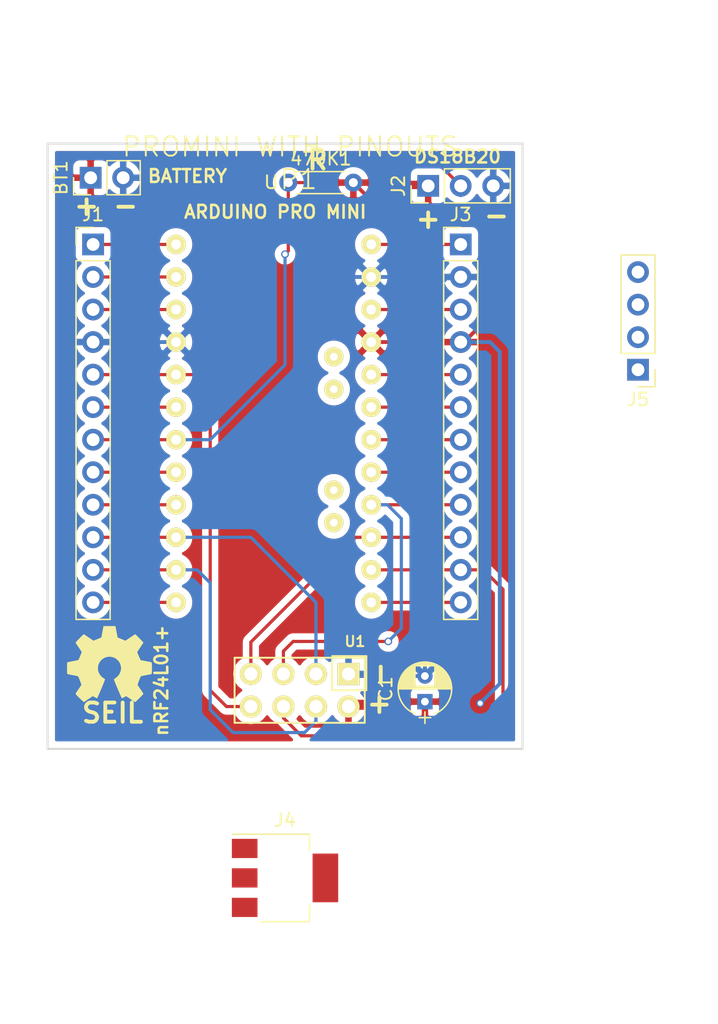
<source format=kicad_pcb>
(kicad_pcb (version 4) (host pcbnew 4.0.7-e2-6376~58~ubuntu16.04.1)

  (general
    (links 48)
    (no_connects 10)
    (area 122.098999 57.328999 159.333001 104.723001)
    (thickness 1.6)
    (drawings 19)
    (tracks 104)
    (zones 0)
    (modules 11)
    (nets 27)
  )

  (page A4)
  (layers
    (0 F.Cu signal)
    (31 B.Cu signal)
    (32 B.Adhes user)
    (33 F.Adhes user)
    (34 B.Paste user)
    (35 F.Paste user)
    (36 B.SilkS user)
    (37 F.SilkS user)
    (38 B.Mask user)
    (39 F.Mask user)
    (40 Dwgs.User user)
    (41 Cmts.User user)
    (42 Eco1.User user)
    (43 Eco2.User user)
    (44 Edge.Cuts user)
    (45 Margin user)
    (46 B.CrtYd user)
    (47 F.CrtYd user)
    (48 B.Fab user)
    (49 F.Fab user)
  )

  (setup
    (last_trace_width 0.25)
    (trace_clearance 0.2)
    (zone_clearance 0.508)
    (zone_45_only no)
    (trace_min 0.2)
    (segment_width 0.2)
    (edge_width 0.15)
    (via_size 0.6)
    (via_drill 0.4)
    (via_min_size 0.4)
    (via_min_drill 0.3)
    (uvia_size 0.3)
    (uvia_drill 0.1)
    (uvias_allowed no)
    (uvia_min_size 0.2)
    (uvia_min_drill 0.1)
    (pcb_text_width 0.3)
    (pcb_text_size 1.5 1.5)
    (mod_edge_width 0.15)
    (mod_text_size 1 1)
    (mod_text_width 0.15)
    (pad_size 1.524 1.524)
    (pad_drill 0.762)
    (pad_to_mask_clearance 0.2)
    (aux_axis_origin 0 0)
    (visible_elements FFFCF77F)
    (pcbplotparams
      (layerselection 0x010f0_80000001)
      (usegerberextensions false)
      (excludeedgelayer true)
      (linewidth 0.200000)
      (plotframeref false)
      (viasonmask false)
      (mode 1)
      (useauxorigin false)
      (hpglpennumber 1)
      (hpglpenspeed 20)
      (hpglpendiameter 15)
      (hpglpenoverlay 2)
      (psnegative false)
      (psa4output false)
      (plotreference true)
      (plotvalue true)
      (plotinvisibletext false)
      (padsonsilk false)
      (subtractmaskfromsilk false)
      (outputformat 1)
      (mirror false)
      (drillshape 0)
      (scaleselection 1)
      (outputdirectory "gerber files/"))
  )

  (net 0 "")
  (net 1 /VCC)
  (net 2 /GND)
  (net 3 /TX0)
  (net 4 /RX0)
  (net 5 /RST)
  (net 6 /IRQ)
  (net 7 /D3)
  (net 8 /DATA)
  (net 9 /D5)
  (net 10 /D6)
  (net 11 /CE)
  (net 12 /CSN)
  (net 13 /D9)
  (net 14 /RAW)
  (net 15 /A3)
  (net 16 /A2)
  (net 17 /A1)
  (net 18 /A0)
  (net 19 /SCK)
  (net 20 /MISO)
  (net 21 /MOSI)
  (net 22 /D10)
  (net 23 /3V3_NRF)
  (net 24 /3V3_REG)
  (net 25 /SCL)
  (net 26 /SDA)

  (net_class Default "This is the default net class."
    (clearance 0.2)
    (trace_width 0.25)
    (via_dia 0.6)
    (via_drill 0.4)
    (uvia_dia 0.3)
    (uvia_drill 0.1)
    (add_net /3V3_NRF)
    (add_net /3V3_REG)
    (add_net /A0)
    (add_net /A1)
    (add_net /A2)
    (add_net /A3)
    (add_net /CE)
    (add_net /CSN)
    (add_net /D10)
    (add_net /D3)
    (add_net /D5)
    (add_net /D6)
    (add_net /D9)
    (add_net /DATA)
    (add_net /IRQ)
    (add_net /MISO)
    (add_net /MOSI)
    (add_net /RAW)
    (add_net /RST)
    (add_net /RX0)
    (add_net /SCK)
    (add_net /SCL)
    (add_net /SDA)
    (add_net /TX0)
  )

  (net_class POWER ""
    (clearance 0.35)
    (trace_width 0.3)
    (via_dia 0.6)
    (via_drill 0.4)
    (uvia_dia 0.3)
    (uvia_drill 0.1)
    (add_net /GND)
    (add_net /VCC)
  )

  (module ArduProMiniTKB:ArduProMini-6 (layer F.Cu) (tedit 54CFF598) (tstamp 5930FD0C)
    (at 129.667 58.928)
    (path /5930FBF7)
    (fp_text reference uP1 (at 11.43 1.27) (layer F.SilkS)
      (effects (font (size 1.5 1.5) (thickness 0.15)))
    )
    (fp_text value "PROMINI WITH PINOUTS" (at 11.43 -1.27) (layer F.SilkS)
      (effects (font (size 1.5 1.5) (thickness 0.15)))
    )
    (pad 7 thru_hole circle (at 2.54 6.35) (size 1.524 1.524) (drill 0.762) (layers *.Cu *.Mask F.SilkS)
      (net 3 /TX0))
    (pad 8 thru_hole circle (at 2.54 8.89) (size 1.524 1.524) (drill 0.762) (layers *.Cu *.Mask F.SilkS)
      (net 4 /RX0))
    (pad 9 thru_hole circle (at 2.54 11.43) (size 1.524 1.524) (drill 0.762) (layers *.Cu *.Mask F.SilkS)
      (net 5 /RST))
    (pad 10 thru_hole circle (at 2.54 13.97) (size 1.524 1.524) (drill 0.762) (layers *.Cu *.Mask F.SilkS)
      (net 2 /GND))
    (pad 11 thru_hole circle (at 2.54 16.51) (size 1.524 1.524) (drill 0.762) (layers *.Cu *.Mask F.SilkS)
      (net 6 /IRQ))
    (pad 12 thru_hole circle (at 2.54 19.05) (size 1.524 1.524) (drill 0.762) (layers *.Cu *.Mask F.SilkS)
      (net 7 /D3))
    (pad 13 thru_hole circle (at 2.54 21.59) (size 1.524 1.524) (drill 0.762) (layers *.Cu *.Mask F.SilkS)
      (net 8 /DATA))
    (pad 14 thru_hole circle (at 2.54 24.13) (size 1.524 1.524) (drill 0.762) (layers *.Cu *.Mask F.SilkS)
      (net 9 /D5))
    (pad 15 thru_hole circle (at 2.54 26.67) (size 1.524 1.524) (drill 0.762) (layers *.Cu *.Mask F.SilkS)
      (net 10 /D6))
    (pad 16 thru_hole circle (at 2.54 29.21) (size 1.524 1.524) (drill 0.762) (layers *.Cu *.Mask F.SilkS)
      (net 11 /CE))
    (pad 17 thru_hole circle (at 2.54 31.75) (size 1.524 1.524) (drill 0.762) (layers *.Cu *.Mask F.SilkS)
      (net 12 /CSN))
    (pad 18 thru_hole circle (at 2.54 34.29) (size 1.524 1.524) (drill 0.762) (layers *.Cu *.Mask F.SilkS)
      (net 13 /D9))
    (pad 19 thru_hole circle (at 17.78 6.35) (size 1.524 1.524) (drill 0.762) (layers *.Cu *.Mask F.SilkS)
      (net 14 /RAW))
    (pad 20 thru_hole circle (at 17.78 8.89) (size 1.524 1.524) (drill 0.762) (layers *.Cu *.Mask F.SilkS)
      (net 2 /GND))
    (pad 21 thru_hole circle (at 17.78 11.43) (size 1.524 1.524) (drill 0.762) (layers *.Cu *.Mask F.SilkS)
      (net 5 /RST))
    (pad 22 thru_hole circle (at 17.78 13.97) (size 1.524 1.524) (drill 0.762) (layers *.Cu *.Mask F.SilkS)
      (net 1 /VCC))
    (pad 23 thru_hole circle (at 17.78 16.51) (size 1.524 1.524) (drill 0.762) (layers *.Cu *.Mask F.SilkS)
      (net 15 /A3))
    (pad 24 thru_hole circle (at 17.78 19.05) (size 1.524 1.524) (drill 0.762) (layers *.Cu *.Mask F.SilkS)
      (net 16 /A2))
    (pad 25 thru_hole circle (at 17.78 21.59) (size 1.524 1.524) (drill 0.762) (layers *.Cu *.Mask F.SilkS)
      (net 17 /A1))
    (pad 26 thru_hole circle (at 17.78 24.13) (size 1.524 1.524) (drill 0.762) (layers *.Cu *.Mask F.SilkS)
      (net 18 /A0))
    (pad 27 thru_hole circle (at 17.78 26.67) (size 1.524 1.524) (drill 0.762) (layers *.Cu *.Mask F.SilkS)
      (net 19 /SCK))
    (pad 28 thru_hole circle (at 17.78 29.21) (size 1.524 1.524) (drill 0.762) (layers *.Cu *.Mask F.SilkS)
      (net 20 /MISO))
    (pad 29 thru_hole circle (at 17.78 31.75) (size 1.524 1.524) (drill 0.762) (layers *.Cu *.Mask F.SilkS)
      (net 21 /MOSI))
    (pad 30 thru_hole circle (at 17.78 34.29) (size 1.524 1.524) (drill 0.762) (layers *.Cu *.Mask F.SilkS)
      (net 22 /D10))
    (pad 31 thru_hole circle (at 14.859 15.113) (size 1.5 1.5) (drill 0.6) (layers *.Cu *.Mask F.SilkS)
      (net 26 /SDA))
    (pad 32 thru_hole circle (at 14.859 17.653) (size 1.5 1.5) (drill 0.6) (layers *.Cu *.Mask F.SilkS)
      (net 25 /SCL))
    (pad 34 thru_hole circle (at 14.859 25.527) (size 1.5 1.5) (drill 0.6) (layers *.Cu *.Mask F.SilkS))
    (pad 35 thru_hole circle (at 14.859 28.067) (size 1.5 1.5) (drill 0.6) (layers *.Cu *.Mask F.SilkS))
  )

  (module Socket_Strips:Socket_Strip_Straight_1x02_Pitch2.54mm (layer F.Cu) (tedit 58CD5446) (tstamp 5930FCB3)
    (at 125.5395 60.071 90)
    (descr "Through hole straight socket strip, 1x02, 2.54mm pitch, single row")
    (tags "Through hole socket strip THT 1x02 2.54mm single row")
    (path /59311B7C)
    (fp_text reference BT1 (at 0 -2.33 90) (layer F.SilkS)
      (effects (font (size 1 1) (thickness 0.15)))
    )
    (fp_text value Battery_Cell (at 0 4.87 90) (layer F.Fab)
      (effects (font (size 1 1) (thickness 0.15)))
    )
    (fp_line (start -1.27 -1.27) (end -1.27 3.81) (layer F.Fab) (width 0.1))
    (fp_line (start -1.27 3.81) (end 1.27 3.81) (layer F.Fab) (width 0.1))
    (fp_line (start 1.27 3.81) (end 1.27 -1.27) (layer F.Fab) (width 0.1))
    (fp_line (start 1.27 -1.27) (end -1.27 -1.27) (layer F.Fab) (width 0.1))
    (fp_line (start -1.33 1.27) (end -1.33 3.87) (layer F.SilkS) (width 0.12))
    (fp_line (start -1.33 3.87) (end 1.33 3.87) (layer F.SilkS) (width 0.12))
    (fp_line (start 1.33 3.87) (end 1.33 1.27) (layer F.SilkS) (width 0.12))
    (fp_line (start 1.33 1.27) (end -1.33 1.27) (layer F.SilkS) (width 0.12))
    (fp_line (start -1.33 0) (end -1.33 -1.33) (layer F.SilkS) (width 0.12))
    (fp_line (start -1.33 -1.33) (end 0 -1.33) (layer F.SilkS) (width 0.12))
    (fp_line (start -1.8 -1.8) (end -1.8 4.35) (layer F.CrtYd) (width 0.05))
    (fp_line (start -1.8 4.35) (end 1.8 4.35) (layer F.CrtYd) (width 0.05))
    (fp_line (start 1.8 4.35) (end 1.8 -1.8) (layer F.CrtYd) (width 0.05))
    (fp_line (start 1.8 -1.8) (end -1.8 -1.8) (layer F.CrtYd) (width 0.05))
    (fp_text user %R (at 0 -2.33 90) (layer F.Fab)
      (effects (font (size 1 1) (thickness 0.15)))
    )
    (pad 1 thru_hole rect (at 0 0 90) (size 1.7 1.7) (drill 1) (layers *.Cu *.Mask)
      (net 1 /VCC))
    (pad 2 thru_hole oval (at 0 2.54 90) (size 1.7 1.7) (drill 1) (layers *.Cu *.Mask)
      (net 2 /GND))
    (model ${KISYS3DMOD}/Socket_Strips.3dshapes/Socket_Strip_Straight_1x02_Pitch2.54mm.wrl
      (at (xyz 0 -0.05 0))
      (scale (xyz 1 1 1))
      (rotate (xyz 0 0 270))
    )
  )

  (module Capacitors_THT:CP_Radial_D4.0mm_P2.00mm (layer F.Cu) (tedit 5920C256) (tstamp 5930FCB9)
    (at 151.638 100.965 90)
    (descr "CP, Radial series, Radial, pin pitch=2.00mm, , diameter=4mm, Electrolytic Capacitor")
    (tags "CP Radial series Radial pin pitch 2.00mm  diameter 4mm Electrolytic Capacitor")
    (path /5930F640)
    (fp_text reference C1 (at 1 -3.06 90) (layer F.SilkS)
      (effects (font (size 1 1) (thickness 0.15)))
    )
    (fp_text value CP_Small (at 1 3.06 90) (layer F.Fab)
      (effects (font (size 1 1) (thickness 0.15)))
    )
    (fp_text user %R (at 0.65 0 90) (layer F.Fab)
      (effects (font (size 1 1) (thickness 0.15)))
    )
    (fp_line (start -1.7 0) (end -0.8 0) (layer F.Fab) (width 0.1))
    (fp_line (start -1.25 -0.45) (end -1.25 0.45) (layer F.Fab) (width 0.1))
    (fp_line (start 1 -2.05) (end 1 2.05) (layer F.SilkS) (width 0.12))
    (fp_line (start 1.04 -2.05) (end 1.04 2.05) (layer F.SilkS) (width 0.12))
    (fp_line (start 1.08 -2.049) (end 1.08 2.049) (layer F.SilkS) (width 0.12))
    (fp_line (start 1.12 -2.047) (end 1.12 2.047) (layer F.SilkS) (width 0.12))
    (fp_line (start 1.16 -2.044) (end 1.16 2.044) (layer F.SilkS) (width 0.12))
    (fp_line (start 1.2 -2.041) (end 1.2 2.041) (layer F.SilkS) (width 0.12))
    (fp_line (start 1.24 -2.037) (end 1.24 -0.78) (layer F.SilkS) (width 0.12))
    (fp_line (start 1.24 0.78) (end 1.24 2.037) (layer F.SilkS) (width 0.12))
    (fp_line (start 1.28 -2.032) (end 1.28 -0.78) (layer F.SilkS) (width 0.12))
    (fp_line (start 1.28 0.78) (end 1.28 2.032) (layer F.SilkS) (width 0.12))
    (fp_line (start 1.32 -2.026) (end 1.32 -0.78) (layer F.SilkS) (width 0.12))
    (fp_line (start 1.32 0.78) (end 1.32 2.026) (layer F.SilkS) (width 0.12))
    (fp_line (start 1.36 -2.019) (end 1.36 -0.78) (layer F.SilkS) (width 0.12))
    (fp_line (start 1.36 0.78) (end 1.36 2.019) (layer F.SilkS) (width 0.12))
    (fp_line (start 1.4 -2.012) (end 1.4 -0.78) (layer F.SilkS) (width 0.12))
    (fp_line (start 1.4 0.78) (end 1.4 2.012) (layer F.SilkS) (width 0.12))
    (fp_line (start 1.44 -2.004) (end 1.44 -0.78) (layer F.SilkS) (width 0.12))
    (fp_line (start 1.44 0.78) (end 1.44 2.004) (layer F.SilkS) (width 0.12))
    (fp_line (start 1.48 -1.995) (end 1.48 -0.78) (layer F.SilkS) (width 0.12))
    (fp_line (start 1.48 0.78) (end 1.48 1.995) (layer F.SilkS) (width 0.12))
    (fp_line (start 1.52 -1.985) (end 1.52 -0.78) (layer F.SilkS) (width 0.12))
    (fp_line (start 1.52 0.78) (end 1.52 1.985) (layer F.SilkS) (width 0.12))
    (fp_line (start 1.56 -1.974) (end 1.56 -0.78) (layer F.SilkS) (width 0.12))
    (fp_line (start 1.56 0.78) (end 1.56 1.974) (layer F.SilkS) (width 0.12))
    (fp_line (start 1.6 -1.963) (end 1.6 -0.78) (layer F.SilkS) (width 0.12))
    (fp_line (start 1.6 0.78) (end 1.6 1.963) (layer F.SilkS) (width 0.12))
    (fp_line (start 1.64 -1.95) (end 1.64 -0.78) (layer F.SilkS) (width 0.12))
    (fp_line (start 1.64 0.78) (end 1.64 1.95) (layer F.SilkS) (width 0.12))
    (fp_line (start 1.68 -1.937) (end 1.68 -0.78) (layer F.SilkS) (width 0.12))
    (fp_line (start 1.68 0.78) (end 1.68 1.937) (layer F.SilkS) (width 0.12))
    (fp_line (start 1.721 -1.923) (end 1.721 -0.78) (layer F.SilkS) (width 0.12))
    (fp_line (start 1.721 0.78) (end 1.721 1.923) (layer F.SilkS) (width 0.12))
    (fp_line (start 1.761 -1.907) (end 1.761 -0.78) (layer F.SilkS) (width 0.12))
    (fp_line (start 1.761 0.78) (end 1.761 1.907) (layer F.SilkS) (width 0.12))
    (fp_line (start 1.801 -1.891) (end 1.801 -0.78) (layer F.SilkS) (width 0.12))
    (fp_line (start 1.801 0.78) (end 1.801 1.891) (layer F.SilkS) (width 0.12))
    (fp_line (start 1.841 -1.874) (end 1.841 -0.78) (layer F.SilkS) (width 0.12))
    (fp_line (start 1.841 0.78) (end 1.841 1.874) (layer F.SilkS) (width 0.12))
    (fp_line (start 1.881 -1.856) (end 1.881 -0.78) (layer F.SilkS) (width 0.12))
    (fp_line (start 1.881 0.78) (end 1.881 1.856) (layer F.SilkS) (width 0.12))
    (fp_line (start 1.921 -1.837) (end 1.921 -0.78) (layer F.SilkS) (width 0.12))
    (fp_line (start 1.921 0.78) (end 1.921 1.837) (layer F.SilkS) (width 0.12))
    (fp_line (start 1.961 -1.817) (end 1.961 -0.78) (layer F.SilkS) (width 0.12))
    (fp_line (start 1.961 0.78) (end 1.961 1.817) (layer F.SilkS) (width 0.12))
    (fp_line (start 2.001 -1.796) (end 2.001 -0.78) (layer F.SilkS) (width 0.12))
    (fp_line (start 2.001 0.78) (end 2.001 1.796) (layer F.SilkS) (width 0.12))
    (fp_line (start 2.041 -1.773) (end 2.041 -0.78) (layer F.SilkS) (width 0.12))
    (fp_line (start 2.041 0.78) (end 2.041 1.773) (layer F.SilkS) (width 0.12))
    (fp_line (start 2.081 -1.75) (end 2.081 -0.78) (layer F.SilkS) (width 0.12))
    (fp_line (start 2.081 0.78) (end 2.081 1.75) (layer F.SilkS) (width 0.12))
    (fp_line (start 2.121 -1.725) (end 2.121 -0.78) (layer F.SilkS) (width 0.12))
    (fp_line (start 2.121 0.78) (end 2.121 1.725) (layer F.SilkS) (width 0.12))
    (fp_line (start 2.161 -1.699) (end 2.161 -0.78) (layer F.SilkS) (width 0.12))
    (fp_line (start 2.161 0.78) (end 2.161 1.699) (layer F.SilkS) (width 0.12))
    (fp_line (start 2.201 -1.672) (end 2.201 -0.78) (layer F.SilkS) (width 0.12))
    (fp_line (start 2.201 0.78) (end 2.201 1.672) (layer F.SilkS) (width 0.12))
    (fp_line (start 2.241 -1.643) (end 2.241 -0.78) (layer F.SilkS) (width 0.12))
    (fp_line (start 2.241 0.78) (end 2.241 1.643) (layer F.SilkS) (width 0.12))
    (fp_line (start 2.281 -1.613) (end 2.281 -0.78) (layer F.SilkS) (width 0.12))
    (fp_line (start 2.281 0.78) (end 2.281 1.613) (layer F.SilkS) (width 0.12))
    (fp_line (start 2.321 -1.581) (end 2.321 -0.78) (layer F.SilkS) (width 0.12))
    (fp_line (start 2.321 0.78) (end 2.321 1.581) (layer F.SilkS) (width 0.12))
    (fp_line (start 2.361 -1.547) (end 2.361 -0.78) (layer F.SilkS) (width 0.12))
    (fp_line (start 2.361 0.78) (end 2.361 1.547) (layer F.SilkS) (width 0.12))
    (fp_line (start 2.401 -1.512) (end 2.401 -0.78) (layer F.SilkS) (width 0.12))
    (fp_line (start 2.401 0.78) (end 2.401 1.512) (layer F.SilkS) (width 0.12))
    (fp_line (start 2.441 -1.475) (end 2.441 -0.78) (layer F.SilkS) (width 0.12))
    (fp_line (start 2.441 0.78) (end 2.441 1.475) (layer F.SilkS) (width 0.12))
    (fp_line (start 2.481 -1.436) (end 2.481 -0.78) (layer F.SilkS) (width 0.12))
    (fp_line (start 2.481 0.78) (end 2.481 1.436) (layer F.SilkS) (width 0.12))
    (fp_line (start 2.521 -1.395) (end 2.521 -0.78) (layer F.SilkS) (width 0.12))
    (fp_line (start 2.521 0.78) (end 2.521 1.395) (layer F.SilkS) (width 0.12))
    (fp_line (start 2.561 -1.351) (end 2.561 -0.78) (layer F.SilkS) (width 0.12))
    (fp_line (start 2.561 0.78) (end 2.561 1.351) (layer F.SilkS) (width 0.12))
    (fp_line (start 2.601 -1.305) (end 2.601 -0.78) (layer F.SilkS) (width 0.12))
    (fp_line (start 2.601 0.78) (end 2.601 1.305) (layer F.SilkS) (width 0.12))
    (fp_line (start 2.641 -1.256) (end 2.641 -0.78) (layer F.SilkS) (width 0.12))
    (fp_line (start 2.641 0.78) (end 2.641 1.256) (layer F.SilkS) (width 0.12))
    (fp_line (start 2.681 -1.204) (end 2.681 -0.78) (layer F.SilkS) (width 0.12))
    (fp_line (start 2.681 0.78) (end 2.681 1.204) (layer F.SilkS) (width 0.12))
    (fp_line (start 2.721 -1.148) (end 2.721 -0.78) (layer F.SilkS) (width 0.12))
    (fp_line (start 2.721 0.78) (end 2.721 1.148) (layer F.SilkS) (width 0.12))
    (fp_line (start 2.761 -1.088) (end 2.761 -0.78) (layer F.SilkS) (width 0.12))
    (fp_line (start 2.761 0.78) (end 2.761 1.088) (layer F.SilkS) (width 0.12))
    (fp_line (start 2.801 -1.023) (end 2.801 1.023) (layer F.SilkS) (width 0.12))
    (fp_line (start 2.841 -0.952) (end 2.841 0.952) (layer F.SilkS) (width 0.12))
    (fp_line (start 2.881 -0.874) (end 2.881 0.874) (layer F.SilkS) (width 0.12))
    (fp_line (start 2.921 -0.786) (end 2.921 0.786) (layer F.SilkS) (width 0.12))
    (fp_line (start 2.961 -0.686) (end 2.961 0.686) (layer F.SilkS) (width 0.12))
    (fp_line (start 3.001 -0.567) (end 3.001 0.567) (layer F.SilkS) (width 0.12))
    (fp_line (start 3.041 -0.415) (end 3.041 0.415) (layer F.SilkS) (width 0.12))
    (fp_line (start 3.081 -0.165) (end 3.081 0.165) (layer F.SilkS) (width 0.12))
    (fp_line (start -1.7 0) (end -0.8 0) (layer F.SilkS) (width 0.12))
    (fp_line (start -1.25 -0.45) (end -1.25 0.45) (layer F.SilkS) (width 0.12))
    (fp_line (start -1.35 -2.35) (end -1.35 2.35) (layer F.CrtYd) (width 0.05))
    (fp_line (start -1.35 2.35) (end 3.35 2.35) (layer F.CrtYd) (width 0.05))
    (fp_line (start 3.35 2.35) (end 3.35 -2.35) (layer F.CrtYd) (width 0.05))
    (fp_line (start 3.35 -2.35) (end -1.35 -2.35) (layer F.CrtYd) (width 0.05))
    (fp_circle (center 1 0) (end 3 0) (layer F.Fab) (width 0.1))
    (fp_arc (start 1 0) (end -0.938995 -0.78) (angle 136.2) (layer F.SilkS) (width 0.12))
    (fp_arc (start 1 0) (end -0.938995 0.78) (angle -136.2) (layer F.SilkS) (width 0.12))
    (fp_arc (start 1 0) (end 2.938995 -0.78) (angle 43.8) (layer F.SilkS) (width 0.12))
    (pad 1 thru_hole rect (at 0 0 90) (size 1.2 1.2) (drill 0.6) (layers *.Cu *.Mask)
      (net 23 /3V3_NRF))
    (pad 2 thru_hole circle (at 2 0 90) (size 1.2 1.2) (drill 0.6) (layers *.Cu *.Mask)
      (net 2 /GND))
    (model ${KISYS3DMOD}/Capacitors_THT.3dshapes/CP_Radial_D4.0mm_P2.00mm.wrl
      (at (xyz 0 0 0))
      (scale (xyz 0.393701 0.393701 0.393701))
      (rotate (xyz 0 0 0))
    )
  )

  (module Socket_Strips:Socket_Strip_Straight_1x12_Pitch2.54mm (layer F.Cu) (tedit 58CD5446) (tstamp 5930FCC9)
    (at 125.73 65.278)
    (descr "Through hole straight socket strip, 1x12, 2.54mm pitch, single row")
    (tags "Through hole socket strip THT 1x12 2.54mm single row")
    (path /5930F3CF)
    (fp_text reference J1 (at 0 -2.33) (layer F.SilkS)
      (effects (font (size 1 1) (thickness 0.15)))
    )
    (fp_text value "MALE CONNECTORS" (at 0 30.27) (layer F.Fab)
      (effects (font (size 1 1) (thickness 0.15)))
    )
    (fp_line (start -1.27 -1.27) (end -1.27 29.21) (layer F.Fab) (width 0.1))
    (fp_line (start -1.27 29.21) (end 1.27 29.21) (layer F.Fab) (width 0.1))
    (fp_line (start 1.27 29.21) (end 1.27 -1.27) (layer F.Fab) (width 0.1))
    (fp_line (start 1.27 -1.27) (end -1.27 -1.27) (layer F.Fab) (width 0.1))
    (fp_line (start -1.33 1.27) (end -1.33 29.27) (layer F.SilkS) (width 0.12))
    (fp_line (start -1.33 29.27) (end 1.33 29.27) (layer F.SilkS) (width 0.12))
    (fp_line (start 1.33 29.27) (end 1.33 1.27) (layer F.SilkS) (width 0.12))
    (fp_line (start 1.33 1.27) (end -1.33 1.27) (layer F.SilkS) (width 0.12))
    (fp_line (start -1.33 0) (end -1.33 -1.33) (layer F.SilkS) (width 0.12))
    (fp_line (start -1.33 -1.33) (end 0 -1.33) (layer F.SilkS) (width 0.12))
    (fp_line (start -1.8 -1.8) (end -1.8 29.75) (layer F.CrtYd) (width 0.05))
    (fp_line (start -1.8 29.75) (end 1.8 29.75) (layer F.CrtYd) (width 0.05))
    (fp_line (start 1.8 29.75) (end 1.8 -1.8) (layer F.CrtYd) (width 0.05))
    (fp_line (start 1.8 -1.8) (end -1.8 -1.8) (layer F.CrtYd) (width 0.05))
    (fp_text user %R (at 0 -2.33) (layer F.Fab)
      (effects (font (size 1 1) (thickness 0.15)))
    )
    (pad 1 thru_hole rect (at 0 0) (size 1.7 1.7) (drill 1) (layers *.Cu *.Mask)
      (net 3 /TX0))
    (pad 2 thru_hole oval (at 0 2.54) (size 1.7 1.7) (drill 1) (layers *.Cu *.Mask)
      (net 4 /RX0))
    (pad 3 thru_hole oval (at 0 5.08) (size 1.7 1.7) (drill 1) (layers *.Cu *.Mask)
      (net 5 /RST))
    (pad 4 thru_hole oval (at 0 7.62) (size 1.7 1.7) (drill 1) (layers *.Cu *.Mask)
      (net 2 /GND))
    (pad 5 thru_hole oval (at 0 10.16) (size 1.7 1.7) (drill 1) (layers *.Cu *.Mask)
      (net 6 /IRQ))
    (pad 6 thru_hole oval (at 0 12.7) (size 1.7 1.7) (drill 1) (layers *.Cu *.Mask)
      (net 7 /D3))
    (pad 7 thru_hole oval (at 0 15.24) (size 1.7 1.7) (drill 1) (layers *.Cu *.Mask)
      (net 8 /DATA))
    (pad 8 thru_hole oval (at 0 17.78) (size 1.7 1.7) (drill 1) (layers *.Cu *.Mask)
      (net 9 /D5))
    (pad 9 thru_hole oval (at 0 20.32) (size 1.7 1.7) (drill 1) (layers *.Cu *.Mask)
      (net 10 /D6))
    (pad 10 thru_hole oval (at 0 22.86) (size 1.7 1.7) (drill 1) (layers *.Cu *.Mask)
      (net 11 /CE))
    (pad 11 thru_hole oval (at 0 25.4) (size 1.7 1.7) (drill 1) (layers *.Cu *.Mask)
      (net 12 /CSN))
    (pad 12 thru_hole oval (at 0 27.94) (size 1.7 1.7) (drill 1) (layers *.Cu *.Mask)
      (net 13 /D9))
    (model ${KISYS3DMOD}/Socket_Strips.3dshapes/Socket_Strip_Straight_1x12_Pitch2.54mm.wrl
      (at (xyz 0 -0.55 0))
      (scale (xyz 1 1 1))
      (rotate (xyz 0 0 270))
    )
  )

  (module Socket_Strips:Socket_Strip_Straight_1x03_Pitch2.54mm (layer F.Cu) (tedit 58CD5446) (tstamp 5930FCD0)
    (at 151.892 60.706 90)
    (descr "Through hole straight socket strip, 1x03, 2.54mm pitch, single row")
    (tags "Through hole socket strip THT 1x03 2.54mm single row")
    (path /59E08E78)
    (fp_text reference J2 (at 0 -2.33 90) (layer F.SilkS)
      (effects (font (size 1 1) (thickness 0.15)))
    )
    (fp_text value "PWR SELECT" (at 0 7.41 90) (layer F.Fab)
      (effects (font (size 1 1) (thickness 0.15)))
    )
    (fp_line (start -1.27 -1.27) (end -1.27 6.35) (layer F.Fab) (width 0.1))
    (fp_line (start -1.27 6.35) (end 1.27 6.35) (layer F.Fab) (width 0.1))
    (fp_line (start 1.27 6.35) (end 1.27 -1.27) (layer F.Fab) (width 0.1))
    (fp_line (start 1.27 -1.27) (end -1.27 -1.27) (layer F.Fab) (width 0.1))
    (fp_line (start -1.33 1.27) (end -1.33 6.41) (layer F.SilkS) (width 0.12))
    (fp_line (start -1.33 6.41) (end 1.33 6.41) (layer F.SilkS) (width 0.12))
    (fp_line (start 1.33 6.41) (end 1.33 1.27) (layer F.SilkS) (width 0.12))
    (fp_line (start 1.33 1.27) (end -1.33 1.27) (layer F.SilkS) (width 0.12))
    (fp_line (start -1.33 0) (end -1.33 -1.33) (layer F.SilkS) (width 0.12))
    (fp_line (start -1.33 -1.33) (end 0 -1.33) (layer F.SilkS) (width 0.12))
    (fp_line (start -1.8 -1.8) (end -1.8 6.85) (layer F.CrtYd) (width 0.05))
    (fp_line (start -1.8 6.85) (end 1.8 6.85) (layer F.CrtYd) (width 0.05))
    (fp_line (start 1.8 6.85) (end 1.8 -1.8) (layer F.CrtYd) (width 0.05))
    (fp_line (start 1.8 -1.8) (end -1.8 -1.8) (layer F.CrtYd) (width 0.05))
    (fp_text user %R (at 0 -2.33 90) (layer F.Fab)
      (effects (font (size 1 1) (thickness 0.15)))
    )
    (pad 1 thru_hole rect (at 0 0 90) (size 1.7 1.7) (drill 1) (layers *.Cu *.Mask)
      (net 24 /3V3_REG))
    (pad 2 thru_hole oval (at 0 2.54 90) (size 1.7 1.7) (drill 1) (layers *.Cu *.Mask)
      (net 23 /3V3_NRF))
    (pad 3 thru_hole oval (at 0 5.08 90) (size 1.7 1.7) (drill 1) (layers *.Cu *.Mask)
      (net 1 /VCC))
    (model ${KISYS3DMOD}/Socket_Strips.3dshapes/Socket_Strip_Straight_1x03_Pitch2.54mm.wrl
      (at (xyz 0 -0.1 0))
      (scale (xyz 1 1 1))
      (rotate (xyz 0 0 270))
    )
  )

  (module Socket_Strips:Socket_Strip_Straight_1x12_Pitch2.54mm (layer F.Cu) (tedit 58CD5446) (tstamp 5930FCE0)
    (at 154.432 65.278)
    (descr "Through hole straight socket strip, 1x12, 2.54mm pitch, single row")
    (tags "Through hole socket strip THT 1x12 2.54mm single row")
    (path /5930F400)
    (fp_text reference J3 (at 0 -2.33) (layer F.SilkS)
      (effects (font (size 1 1) (thickness 0.15)))
    )
    (fp_text value "MALE CONNECTORS" (at 0 30.27) (layer F.Fab)
      (effects (font (size 1 1) (thickness 0.15)))
    )
    (fp_line (start -1.27 -1.27) (end -1.27 29.21) (layer F.Fab) (width 0.1))
    (fp_line (start -1.27 29.21) (end 1.27 29.21) (layer F.Fab) (width 0.1))
    (fp_line (start 1.27 29.21) (end 1.27 -1.27) (layer F.Fab) (width 0.1))
    (fp_line (start 1.27 -1.27) (end -1.27 -1.27) (layer F.Fab) (width 0.1))
    (fp_line (start -1.33 1.27) (end -1.33 29.27) (layer F.SilkS) (width 0.12))
    (fp_line (start -1.33 29.27) (end 1.33 29.27) (layer F.SilkS) (width 0.12))
    (fp_line (start 1.33 29.27) (end 1.33 1.27) (layer F.SilkS) (width 0.12))
    (fp_line (start 1.33 1.27) (end -1.33 1.27) (layer F.SilkS) (width 0.12))
    (fp_line (start -1.33 0) (end -1.33 -1.33) (layer F.SilkS) (width 0.12))
    (fp_line (start -1.33 -1.33) (end 0 -1.33) (layer F.SilkS) (width 0.12))
    (fp_line (start -1.8 -1.8) (end -1.8 29.75) (layer F.CrtYd) (width 0.05))
    (fp_line (start -1.8 29.75) (end 1.8 29.75) (layer F.CrtYd) (width 0.05))
    (fp_line (start 1.8 29.75) (end 1.8 -1.8) (layer F.CrtYd) (width 0.05))
    (fp_line (start 1.8 -1.8) (end -1.8 -1.8) (layer F.CrtYd) (width 0.05))
    (fp_text user %R (at 0 -2.33) (layer F.Fab)
      (effects (font (size 1 1) (thickness 0.15)))
    )
    (pad 1 thru_hole rect (at 0 0) (size 1.7 1.7) (drill 1) (layers *.Cu *.Mask)
      (net 14 /RAW))
    (pad 2 thru_hole oval (at 0 2.54) (size 1.7 1.7) (drill 1) (layers *.Cu *.Mask)
      (net 2 /GND))
    (pad 3 thru_hole oval (at 0 5.08) (size 1.7 1.7) (drill 1) (layers *.Cu *.Mask)
      (net 5 /RST))
    (pad 4 thru_hole oval (at 0 7.62) (size 1.7 1.7) (drill 1) (layers *.Cu *.Mask)
      (net 1 /VCC))
    (pad 5 thru_hole oval (at 0 10.16) (size 1.7 1.7) (drill 1) (layers *.Cu *.Mask)
      (net 15 /A3))
    (pad 6 thru_hole oval (at 0 12.7) (size 1.7 1.7) (drill 1) (layers *.Cu *.Mask)
      (net 16 /A2))
    (pad 7 thru_hole oval (at 0 15.24) (size 1.7 1.7) (drill 1) (layers *.Cu *.Mask)
      (net 17 /A1))
    (pad 8 thru_hole oval (at 0 17.78) (size 1.7 1.7) (drill 1) (layers *.Cu *.Mask)
      (net 18 /A0))
    (pad 9 thru_hole oval (at 0 20.32) (size 1.7 1.7) (drill 1) (layers *.Cu *.Mask)
      (net 19 /SCK))
    (pad 10 thru_hole oval (at 0 22.86) (size 1.7 1.7) (drill 1) (layers *.Cu *.Mask)
      (net 20 /MISO))
    (pad 11 thru_hole oval (at 0 25.4) (size 1.7 1.7) (drill 1) (layers *.Cu *.Mask)
      (net 21 /MOSI))
    (pad 12 thru_hole oval (at 0 27.94) (size 1.7 1.7) (drill 1) (layers *.Cu *.Mask)
      (net 22 /D10))
    (model ${KISYS3DMOD}/Socket_Strips.3dshapes/Socket_Strip_Straight_1x12_Pitch2.54mm.wrl
      (at (xyz 0 -0.55 0))
      (scale (xyz 1 1 1))
      (rotate (xyz 0 0 270))
    )
  )

  (module mysensors_radios:NRF24L01 (layer F.Cu) (tedit 5587F36C) (tstamp 5930FCEC)
    (at 147.193 97.282)
    (descr NRF24L01)
    (tags "nRF 24 NRF24L01 NRF24L01+")
    (path /5930F1DD)
    (fp_text reference U1 (at -1.016 -1.016) (layer F.SilkS)
      (effects (font (size 0.8 0.8) (thickness 0.16)))
    )
    (fp_text value nRF24L01+ (at -8.382 7.112) (layer F.Fab) hide
      (effects (font (size 0.8 0.8) (thickness 0.16)))
    )
    (fp_line (start -15.25 28.8) (end 0 28.8) (layer F.CrtYd) (width 0.15))
    (fp_line (start 0 28.8) (end 0 0) (layer F.CrtYd) (width 0.15))
    (fp_line (start 0 0) (end -15.25 0) (layer F.CrtYd) (width 0.15))
    (fp_line (start -15.25 0) (end -15.25 28.8) (layer F.CrtYd) (width 0.15))
    (fp_line (start -2.794 0.127) (end -0.127 0.127) (layer F.SilkS) (width 0.15))
    (fp_line (start -0.127 0.127) (end -0.127 2.794) (layer F.SilkS) (width 0.15))
    (fp_line (start 0 0) (end -15.25 0) (layer B.CrtYd) (width 0.15))
    (fp_line (start -15.25 0) (end -15.25 28.8) (layer B.CrtYd) (width 0.15))
    (fp_line (start -15.25 28.8) (end 0 28.8) (layer B.CrtYd) (width 0.15))
    (fp_line (start 0 28.8) (end 0 0) (layer B.CrtYd) (width 0.15))
    (fp_line (start -7.874 0.254) (end -10.414 0.254) (layer F.SilkS) (width 0.15))
    (fp_line (start -10.414 0.254) (end -10.414 2.794) (layer F.SilkS) (width 0.15))
    (fp_line (start -2.794 0.254) (end -2.794 2.794) (layer F.SilkS) (width 0.15))
    (fp_line (start -2.794 2.794) (end -0.254 2.794) (layer F.SilkS) (width 0.15))
    (fp_line (start -10.894 -0.226) (end -10.894 5.824) (layer F.CrtYd) (width 0.05))
    (fp_line (start 0.256 -0.226) (end 0.256 5.824) (layer F.CrtYd) (width 0.05))
    (fp_line (start -10.894 -0.226) (end 0.256 -0.226) (layer F.CrtYd) (width 0.05))
    (fp_line (start -10.894 5.824) (end 0.256 5.824) (layer F.CrtYd) (width 0.05))
    (fp_line (start -7.874 0.254) (end -0.254 0.254) (layer F.SilkS) (width 0.15))
    (fp_line (start -0.254 0.254) (end -0.254 5.334) (layer F.SilkS) (width 0.15))
    (fp_line (start -0.254 5.334) (end -10.414 5.334) (layer F.SilkS) (width 0.15))
    (fp_line (start -10.414 5.334) (end -10.414 2.794) (layer F.SilkS) (width 0.15))
    (pad 7 thru_hole oval (at -9.144 1.524) (size 1.7272 1.7272) (drill 1.016) (layers *.Cu *.Mask F.SilkS)
      (net 20 /MISO))
    (pad 8 thru_hole oval (at -9.144 4.064) (size 1.7272 1.7272) (drill 1.016) (layers *.Cu *.Mask F.SilkS)
      (net 6 /IRQ))
    (pad 5 thru_hole oval (at -6.604 1.524) (size 1.7272 1.7272) (drill 1.016) (layers *.Cu *.Mask F.SilkS)
      (net 19 /SCK))
    (pad 6 thru_hole oval (at -6.604 4.064) (size 1.7272 1.7272) (drill 1.016) (layers *.Cu *.Mask F.SilkS)
      (net 21 /MOSI))
    (pad 3 thru_hole oval (at -4.064 1.524) (size 1.7272 1.7272) (drill 1.016) (layers *.Cu *.Mask F.SilkS)
      (net 11 /CE))
    (pad 4 thru_hole oval (at -4.064 4.064) (size 1.7272 1.7272) (drill 1.016) (layers *.Cu *.Mask F.SilkS)
      (net 12 /CSN))
    (pad 1 thru_hole rect (at -1.524 1.524) (size 1.7272 1.7272) (drill 1.016) (layers *.Cu *.Mask F.SilkS)
      (net 2 /GND))
    (pad 2 thru_hole oval (at -1.524 4.064) (size 1.7272 1.7272) (drill 1.016) (layers *.Cu *.Mask F.SilkS)
      (net 23 /3V3_NRF))
    (model Socket_Strips.3dshapes/Socket_Strip_Straight_2x04.wrl
      (at (xyz -0.21 -0.11 0))
      (scale (xyz 1 1 1))
      (rotate (xyz 0 0 0))
    )
    (model Pin_Headers.3dshapes/Pin_Header_Straight_2x04.wrl
      (at (xyz -0.21 -0.11 0.442))
      (scale (xyz 1 1 1))
      (rotate (xyz 0 180 0))
    )
    (model ${MYSLOCAL}/mysensors.3dshapes/mysensors_radios.3dshapes/nrf24l01.wrl
      (at (xyz -0.3 -0.5669999999999999 0.475))
      (scale (xyz 0.395 0.395 0.395))
      (rotate (xyz 0 0 0))
    )
    (model Housings_DFN_QFN.3dshapes/QFN-20-1EP_4x4mm_Pitch0.5mm.wrl
      (at (xyz -0.22 -0.51 0.509))
      (scale (xyz 1 1 1))
      (rotate (xyz 0 0 0))
    )
    (model ${MYSLOCAL}/mysensors.3dshapes/w.lain.3dshapes/crystal/crystal_hc-49s.wrl
      (at (xyz -0.5 -0.475 0.51))
      (scale (xyz 1 1 1))
      (rotate (xyz 0 0 90))
    )
  )

  (module Symbols:OSHW-Symbol_6.7x6mm_SilkScreen (layer F.Cu) (tedit 0) (tstamp 59310467)
    (at 127 98.044)
    (descr "Open Source Hardware Symbol")
    (tags "Logo Symbol OSHW")
    (attr virtual)
    (fp_text reference REF*** (at 0 0) (layer F.SilkS) hide
      (effects (font (size 1 1) (thickness 0.15)))
    )
    (fp_text value OSHW-Symbol_6.7x6mm_SilkScreen (at 0.75 0) (layer F.Fab) hide
      (effects (font (size 1 1) (thickness 0.15)))
    )
    (fp_poly (pts (xy 0.555814 -2.531069) (xy 0.639635 -2.086445) (xy 0.94892 -1.958947) (xy 1.258206 -1.831449)
      (xy 1.629246 -2.083754) (xy 1.733157 -2.154004) (xy 1.827087 -2.216728) (xy 1.906652 -2.269062)
      (xy 1.96747 -2.308143) (xy 2.005157 -2.331107) (xy 2.015421 -2.336058) (xy 2.03391 -2.323324)
      (xy 2.07342 -2.288118) (xy 2.129522 -2.234938) (xy 2.197787 -2.168282) (xy 2.273786 -2.092646)
      (xy 2.353092 -2.012528) (xy 2.431275 -1.932426) (xy 2.503907 -1.856836) (xy 2.566559 -1.790255)
      (xy 2.614803 -1.737182) (xy 2.64421 -1.702113) (xy 2.651241 -1.690377) (xy 2.641123 -1.66874)
      (xy 2.612759 -1.621338) (xy 2.569129 -1.552807) (xy 2.513218 -1.467785) (xy 2.448006 -1.370907)
      (xy 2.410219 -1.31565) (xy 2.341343 -1.214752) (xy 2.28014 -1.123701) (xy 2.229578 -1.04703)
      (xy 2.192628 -0.989272) (xy 2.172258 -0.954957) (xy 2.169197 -0.947746) (xy 2.176136 -0.927252)
      (xy 2.195051 -0.879487) (xy 2.223087 -0.811168) (xy 2.257391 -0.729011) (xy 2.295109 -0.63973)
      (xy 2.333387 -0.550042) (xy 2.36937 -0.466662) (xy 2.400206 -0.396306) (xy 2.423039 -0.34569)
      (xy 2.435017 -0.321529) (xy 2.435724 -0.320578) (xy 2.454531 -0.315964) (xy 2.504618 -0.305672)
      (xy 2.580793 -0.290713) (xy 2.677865 -0.272099) (xy 2.790643 -0.250841) (xy 2.856442 -0.238582)
      (xy 2.97695 -0.215638) (xy 3.085797 -0.193805) (xy 3.177476 -0.174278) (xy 3.246481 -0.158252)
      (xy 3.287304 -0.146921) (xy 3.295511 -0.143326) (xy 3.303548 -0.118994) (xy 3.310033 -0.064041)
      (xy 3.31497 0.015108) (xy 3.318364 0.112026) (xy 3.320218 0.220287) (xy 3.320538 0.333465)
      (xy 3.319327 0.445135) (xy 3.31659 0.548868) (xy 3.312331 0.638241) (xy 3.306555 0.706826)
      (xy 3.299267 0.748197) (xy 3.294895 0.75681) (xy 3.268764 0.767133) (xy 3.213393 0.781892)
      (xy 3.136107 0.799352) (xy 3.04423 0.81778) (xy 3.012158 0.823741) (xy 2.857524 0.852066)
      (xy 2.735375 0.874876) (xy 2.641673 0.89308) (xy 2.572384 0.907583) (xy 2.523471 0.919292)
      (xy 2.490897 0.929115) (xy 2.470628 0.937956) (xy 2.458626 0.946724) (xy 2.456947 0.948457)
      (xy 2.440184 0.976371) (xy 2.414614 1.030695) (xy 2.382788 1.104777) (xy 2.34726 1.191965)
      (xy 2.310583 1.285608) (xy 2.275311 1.379052) (xy 2.243996 1.465647) (xy 2.219193 1.53874)
      (xy 2.203454 1.591678) (xy 2.199332 1.617811) (xy 2.199676 1.618726) (xy 2.213641 1.640086)
      (xy 2.245322 1.687084) (xy 2.291391 1.754827) (xy 2.348518 1.838423) (xy 2.413373 1.932982)
      (xy 2.431843 1.959854) (xy 2.497699 2.057275) (xy 2.55565 2.146163) (xy 2.602538 2.221412)
      (xy 2.635207 2.27792) (xy 2.6505 2.310581) (xy 2.651241 2.314593) (xy 2.638392 2.335684)
      (xy 2.602888 2.377464) (xy 2.549293 2.435445) (xy 2.482171 2.505135) (xy 2.406087 2.582045)
      (xy 2.325604 2.661683) (xy 2.245287 2.739561) (xy 2.169699 2.811186) (xy 2.103405 2.87207)
      (xy 2.050969 2.917721) (xy 2.016955 2.94365) (xy 2.007545 2.947883) (xy 1.985643 2.937912)
      (xy 1.9408 2.91102) (xy 1.880321 2.871736) (xy 1.833789 2.840117) (xy 1.749475 2.782098)
      (xy 1.649626 2.713784) (xy 1.549473 2.645579) (xy 1.495627 2.609075) (xy 1.313371 2.4858)
      (xy 1.160381 2.56852) (xy 1.090682 2.604759) (xy 1.031414 2.632926) (xy 0.991311 2.648991)
      (xy 0.981103 2.651226) (xy 0.968829 2.634722) (xy 0.944613 2.588082) (xy 0.910263 2.515609)
      (xy 0.867588 2.421606) (xy 0.818394 2.310374) (xy 0.76449 2.186215) (xy 0.707684 2.053432)
      (xy 0.649782 1.916327) (xy 0.592593 1.779202) (xy 0.537924 1.646358) (xy 0.487584 1.522098)
      (xy 0.44338 1.410725) (xy 0.407119 1.316539) (xy 0.380609 1.243844) (xy 0.365658 1.196941)
      (xy 0.363254 1.180833) (xy 0.382311 1.160286) (xy 0.424036 1.126933) (xy 0.479706 1.087702)
      (xy 0.484378 1.084599) (xy 0.628264 0.969423) (xy 0.744283 0.835053) (xy 0.83143 0.685784)
      (xy 0.888699 0.525913) (xy 0.915086 0.359737) (xy 0.909585 0.191552) (xy 0.87119 0.025655)
      (xy 0.798895 -0.133658) (xy 0.777626 -0.168513) (xy 0.666996 -0.309263) (xy 0.536302 -0.422286)
      (xy 0.390064 -0.506997) (xy 0.232808 -0.562806) (xy 0.069057 -0.589126) (xy -0.096667 -0.58537)
      (xy -0.259838 -0.55095) (xy -0.415935 -0.485277) (xy -0.560433 -0.387765) (xy -0.605131 -0.348187)
      (xy -0.718888 -0.224297) (xy -0.801782 -0.093876) (xy -0.858644 0.052315) (xy -0.890313 0.197088)
      (xy -0.898131 0.35986) (xy -0.872062 0.52344) (xy -0.814755 0.682298) (xy -0.728856 0.830906)
      (xy -0.617014 0.963735) (xy -0.481877 1.075256) (xy -0.464117 1.087011) (xy -0.40785 1.125508)
      (xy -0.365077 1.158863) (xy -0.344628 1.18016) (xy -0.344331 1.180833) (xy -0.348721 1.203871)
      (xy -0.366124 1.256157) (xy -0.394732 1.33339) (xy -0.432735 1.431268) (xy -0.478326 1.545491)
      (xy -0.529697 1.671758) (xy -0.585038 1.805767) (xy -0.642542 1.943218) (xy -0.700399 2.079808)
      (xy -0.756802 2.211237) (xy -0.809942 2.333205) (xy -0.85801 2.441409) (xy -0.899199 2.531549)
      (xy -0.931699 2.599323) (xy -0.953703 2.64043) (xy -0.962564 2.651226) (xy -0.98964 2.642819)
      (xy -1.040303 2.620272) (xy -1.105817 2.587613) (xy -1.141841 2.56852) (xy -1.294832 2.4858)
      (xy -1.477088 2.609075) (xy -1.570125 2.672228) (xy -1.671985 2.741727) (xy -1.767438 2.807165)
      (xy -1.81525 2.840117) (xy -1.882495 2.885273) (xy -1.939436 2.921057) (xy -1.978646 2.942938)
      (xy -1.991381 2.947563) (xy -2.009917 2.935085) (xy -2.050941 2.900252) (xy -2.110475 2.846678)
      (xy -2.184542 2.777983) (xy -2.269165 2.697781) (xy -2.322685 2.646286) (xy -2.416319 2.554286)
      (xy -2.497241 2.471999) (xy -2.562177 2.402945) (xy -2.607858 2.350644) (xy -2.631011 2.318616)
      (xy -2.633232 2.312116) (xy -2.622924 2.287394) (xy -2.594439 2.237405) (xy -2.550937 2.167212)
      (xy -2.495577 2.081875) (xy -2.43152 1.986456) (xy -2.413303 1.959854) (xy -2.346927 1.863167)
      (xy -2.287378 1.776117) (xy -2.237984 1.703595) (xy -2.202075 1.650493) (xy -2.182981 1.621703)
      (xy -2.181136 1.618726) (xy -2.183895 1.595782) (xy -2.198538 1.545336) (xy -2.222513 1.474041)
      (xy -2.253266 1.388547) (xy -2.288244 1.295507) (xy -2.324893 1.201574) (xy -2.360661 1.113399)
      (xy -2.392994 1.037634) (xy -2.419338 0.980931) (xy -2.437142 0.949943) (xy -2.438407 0.948457)
      (xy -2.449294 0.939601) (xy -2.467682 0.930843) (xy -2.497606 0.921277) (xy -2.543103 0.909996)
      (xy -2.608209 0.896093) (xy -2.696961 0.878663) (xy -2.813393 0.856798) (xy -2.961542 0.829591)
      (xy -2.993618 0.823741) (xy -3.088686 0.805374) (xy -3.171565 0.787405) (xy -3.23493 0.771569)
      (xy -3.271458 0.7596) (xy -3.276356 0.75681) (xy -3.284427 0.732072) (xy -3.290987 0.67679)
      (xy -3.296033 0.597389) (xy -3.299559 0.500296) (xy -3.301561 0.391938) (xy -3.302036 0.27874)
      (xy -3.300977 0.167128) (xy -3.298382 0.063529) (xy -3.294246 -0.025632) (xy -3.288563 -0.093928)
      (xy -3.281331 -0.134934) (xy -3.276971 -0.143326) (xy -3.252698 -0.151792) (xy -3.197426 -0.165565)
      (xy -3.116662 -0.18345) (xy -3.015912 -0.204252) (xy -2.900683 -0.226777) (xy -2.837902 -0.238582)
      (xy -2.718787 -0.260849) (xy -2.612565 -0.281021) (xy -2.524427 -0.298085) (xy -2.459566 -0.311031)
      (xy -2.423174 -0.318845) (xy -2.417184 -0.320578) (xy -2.407061 -0.34011) (xy -2.385662 -0.387157)
      (xy -2.355839 -0.454997) (xy -2.320445 -0.536909) (xy -2.282332 -0.626172) (xy -2.244353 -0.716065)
      (xy -2.20936 -0.799865) (xy -2.180206 -0.870853) (xy -2.159743 -0.922306) (xy -2.150823 -0.947503)
      (xy -2.150657 -0.948604) (xy -2.160769 -0.968481) (xy -2.189117 -1.014223) (xy -2.232723 -1.081283)
      (xy -2.288606 -1.165116) (xy -2.353787 -1.261174) (xy -2.391679 -1.31635) (xy -2.460725 -1.417519)
      (xy -2.52205 -1.50937) (xy -2.572663 -1.587256) (xy -2.609571 -1.646531) (xy -2.629782 -1.682549)
      (xy -2.632701 -1.690623) (xy -2.620153 -1.709416) (xy -2.585463 -1.749543) (xy -2.533063 -1.806507)
      (xy -2.467384 -1.875815) (xy -2.392856 -1.952969) (xy -2.313913 -2.033475) (xy -2.234983 -2.112837)
      (xy -2.1605 -2.18656) (xy -2.094894 -2.250148) (xy -2.042596 -2.299106) (xy -2.008039 -2.328939)
      (xy -1.996478 -2.336058) (xy -1.977654 -2.326047) (xy -1.932631 -2.297922) (xy -1.865787 -2.254546)
      (xy -1.781499 -2.198782) (xy -1.684144 -2.133494) (xy -1.610707 -2.083754) (xy -1.239667 -1.831449)
      (xy -0.621095 -2.086445) (xy -0.537275 -2.531069) (xy -0.453454 -2.975693) (xy 0.471994 -2.975693)
      (xy 0.555814 -2.531069)) (layer F.SilkS) (width 0.01))
  )

  (module Resistors_THT:R_Axial_DIN0204_L3.6mm_D1.6mm_P5.08mm_Horizontal (layer F.Cu) (tedit 5874F706) (tstamp 59511126)
    (at 140.97 60.452)
    (descr "Resistor, Axial_DIN0204 series, Axial, Horizontal, pin pitch=5.08mm, 0.16666666666666666W = 1/6W, length*diameter=3.6*1.6mm^2, http://cdn-reichelt.de/documents/datenblatt/B400/1_4W%23YAG.pdf")
    (tags "Resistor Axial_DIN0204 series Axial Horizontal pin pitch 5.08mm 0.16666666666666666W = 1/6W length 3.6mm diameter 1.6mm")
    (path /59510FFC)
    (fp_text reference 470K1 (at 2.54 -1.86) (layer F.SilkS)
      (effects (font (size 1 1) (thickness 0.15)))
    )
    (fp_text value R (at 2.54 1.86) (layer F.Fab)
      (effects (font (size 1 1) (thickness 0.15)))
    )
    (fp_line (start 0.74 -0.8) (end 0.74 0.8) (layer F.Fab) (width 0.1))
    (fp_line (start 0.74 0.8) (end 4.34 0.8) (layer F.Fab) (width 0.1))
    (fp_line (start 4.34 0.8) (end 4.34 -0.8) (layer F.Fab) (width 0.1))
    (fp_line (start 4.34 -0.8) (end 0.74 -0.8) (layer F.Fab) (width 0.1))
    (fp_line (start 0 0) (end 0.74 0) (layer F.Fab) (width 0.1))
    (fp_line (start 5.08 0) (end 4.34 0) (layer F.Fab) (width 0.1))
    (fp_line (start 0.68 -0.86) (end 4.4 -0.86) (layer F.SilkS) (width 0.12))
    (fp_line (start 0.68 0.86) (end 4.4 0.86) (layer F.SilkS) (width 0.12))
    (fp_line (start -0.95 -1.15) (end -0.95 1.15) (layer F.CrtYd) (width 0.05))
    (fp_line (start -0.95 1.15) (end 6.05 1.15) (layer F.CrtYd) (width 0.05))
    (fp_line (start 6.05 1.15) (end 6.05 -1.15) (layer F.CrtYd) (width 0.05))
    (fp_line (start 6.05 -1.15) (end -0.95 -1.15) (layer F.CrtYd) (width 0.05))
    (pad 1 thru_hole circle (at 0 0) (size 1.4 1.4) (drill 0.7) (layers *.Cu *.Mask)
      (net 8 /DATA))
    (pad 2 thru_hole oval (at 5.08 0) (size 1.4 1.4) (drill 0.7) (layers *.Cu *.Mask)
      (net 1 /VCC))
    (model Resistors_THT.3dshapes/R_Axial_DIN0204_L3.6mm_D1.6mm_P5.08mm_Horizontal.wrl
      (at (xyz 0 0 0))
      (scale (xyz 0.393701 0.393701 0.393701))
      (rotate (xyz 0 0 0))
    )
  )

  (module TO_SOT_Packages_SMD:SOT-223 (layer F.Cu) (tedit 58CE4E7E) (tstamp 59E4599E)
    (at 140.716 114.723001)
    (descr "module CMS SOT223 4 pins")
    (tags "CMS SOT")
    (path /59E06A57)
    (attr smd)
    (fp_text reference J4 (at 0 -4.5) (layer F.SilkS)
      (effects (font (size 1 1) (thickness 0.15)))
    )
    (fp_text value "3V3 REG" (at 0 4.5) (layer F.Fab)
      (effects (font (size 1 1) (thickness 0.15)))
    )
    (fp_text user %R (at 0 0 90) (layer F.Fab)
      (effects (font (size 0.8 0.8) (thickness 0.12)))
    )
    (fp_line (start -1.85 -2.3) (end -0.8 -3.35) (layer F.Fab) (width 0.1))
    (fp_line (start 1.91 3.41) (end 1.91 2.15) (layer F.SilkS) (width 0.12))
    (fp_line (start 1.91 -3.41) (end 1.91 -2.15) (layer F.SilkS) (width 0.12))
    (fp_line (start 4.4 -3.6) (end -4.4 -3.6) (layer F.CrtYd) (width 0.05))
    (fp_line (start 4.4 3.6) (end 4.4 -3.6) (layer F.CrtYd) (width 0.05))
    (fp_line (start -4.4 3.6) (end 4.4 3.6) (layer F.CrtYd) (width 0.05))
    (fp_line (start -4.4 -3.6) (end -4.4 3.6) (layer F.CrtYd) (width 0.05))
    (fp_line (start -1.85 -2.3) (end -1.85 3.35) (layer F.Fab) (width 0.1))
    (fp_line (start -1.85 3.41) (end 1.91 3.41) (layer F.SilkS) (width 0.12))
    (fp_line (start -0.8 -3.35) (end 1.85 -3.35) (layer F.Fab) (width 0.1))
    (fp_line (start -4.1 -3.41) (end 1.91 -3.41) (layer F.SilkS) (width 0.12))
    (fp_line (start -1.85 3.35) (end 1.85 3.35) (layer F.Fab) (width 0.1))
    (fp_line (start 1.85 -3.35) (end 1.85 3.35) (layer F.Fab) (width 0.1))
    (pad 4 smd rect (at 3.15 0) (size 2 3.8) (layers F.Cu F.Paste F.Mask))
    (pad 2 smd rect (at -3.15 0) (size 2 1.5) (layers F.Cu F.Paste F.Mask)
      (net 24 /3V3_REG))
    (pad 3 smd rect (at -3.15 2.3) (size 2 1.5) (layers F.Cu F.Paste F.Mask)
      (net 1 /VCC))
    (pad 1 smd rect (at -3.15 -2.3) (size 2 1.5) (layers F.Cu F.Paste F.Mask)
      (net 2 /GND))
    (model ${KISYS3DMOD}/TO_SOT_Packages_SMD.3dshapes/SOT-223.wrl
      (at (xyz 0 0 0))
      (scale (xyz 1 1 1))
      (rotate (xyz 0 0 0))
    )
  )

  (module Socket_Strips:Socket_Strip_Straight_1x04_Pitch2.54mm (layer F.Cu) (tedit 58CD5446) (tstamp 59E45A5C)
    (at 168.275 75.057 180)
    (descr "Through hole straight socket strip, 1x04, 2.54mm pitch, single row")
    (tags "Through hole socket strip THT 1x04 2.54mm single row")
    (path /59E45C08)
    (fp_text reference J5 (at 0 -2.33 180) (layer F.SilkS)
      (effects (font (size 1 1) (thickness 0.15)))
    )
    (fp_text value "I2C Connections" (at 0 9.95 180) (layer F.Fab)
      (effects (font (size 1 1) (thickness 0.15)))
    )
    (fp_line (start -1.27 -1.27) (end -1.27 8.89) (layer F.Fab) (width 0.1))
    (fp_line (start -1.27 8.89) (end 1.27 8.89) (layer F.Fab) (width 0.1))
    (fp_line (start 1.27 8.89) (end 1.27 -1.27) (layer F.Fab) (width 0.1))
    (fp_line (start 1.27 -1.27) (end -1.27 -1.27) (layer F.Fab) (width 0.1))
    (fp_line (start -1.33 1.27) (end -1.33 8.95) (layer F.SilkS) (width 0.12))
    (fp_line (start -1.33 8.95) (end 1.33 8.95) (layer F.SilkS) (width 0.12))
    (fp_line (start 1.33 8.95) (end 1.33 1.27) (layer F.SilkS) (width 0.12))
    (fp_line (start 1.33 1.27) (end -1.33 1.27) (layer F.SilkS) (width 0.12))
    (fp_line (start -1.33 0) (end -1.33 -1.33) (layer F.SilkS) (width 0.12))
    (fp_line (start -1.33 -1.33) (end 0 -1.33) (layer F.SilkS) (width 0.12))
    (fp_line (start -1.8 -1.8) (end -1.8 9.4) (layer F.CrtYd) (width 0.05))
    (fp_line (start -1.8 9.4) (end 1.8 9.4) (layer F.CrtYd) (width 0.05))
    (fp_line (start 1.8 9.4) (end 1.8 -1.8) (layer F.CrtYd) (width 0.05))
    (fp_line (start 1.8 -1.8) (end -1.8 -1.8) (layer F.CrtYd) (width 0.05))
    (fp_text user %R (at 0 -2.33 180) (layer F.Fab)
      (effects (font (size 1 1) (thickness 0.15)))
    )
    (pad 1 thru_hole rect (at 0 0 180) (size 1.7 1.7) (drill 1) (layers *.Cu *.Mask)
      (net 1 /VCC))
    (pad 2 thru_hole oval (at 0 2.54 180) (size 1.7 1.7) (drill 1) (layers *.Cu *.Mask)
      (net 25 /SCL))
    (pad 3 thru_hole oval (at 0 5.08 180) (size 1.7 1.7) (drill 1) (layers *.Cu *.Mask)
      (net 26 /SDA))
    (pad 4 thru_hole oval (at 0 7.62 180) (size 1.7 1.7) (drill 1) (layers *.Cu *.Mask)
      (net 2 /GND))
    (model ${KISYS3DMOD}/Socket_Strips.3dshapes/Socket_Strip_Straight_1x04_Pitch2.54mm.wrl
      (at (xyz 0 -0.15 0))
      (scale (xyz 1 1 1))
      (rotate (xyz 0 0 270))
    )
  )

  (gr_text R (at 143.256 58.674) (layer F.SilkS)
    (effects (font (size 1.5 1.5) (thickness 0.3)))
  )
  (gr_text + (at 148.082 101.092) (layer F.SilkS)
    (effects (font (size 1.5 1.5) (thickness 0.3)))
  )
  (gr_text - (at 148.082 98.806 90) (layer F.SilkS)
    (effects (font (size 1.5 1.5) (thickness 0.3)))
  )
  (gr_text - (at 157.226 62.992) (layer F.SilkS)
    (effects (font (size 1.5 1.5) (thickness 0.3)))
  )
  (gr_text + (at 151.892 63.246) (layer F.SilkS)
    (effects (font (size 1.5 1.5) (thickness 0.3)))
  )
  (gr_text + (at 125.222 62.23) (layer F.SilkS)
    (effects (font (size 1.5 1.5) (thickness 0.3)))
  )
  (gr_text - (at 128.27 62.23) (layer F.SilkS)
    (effects (font (size 1.5 1.5) (thickness 0.3)))
  )
  (dimension 47.244 (width 0.3) (layer Eco1.User)
    (gr_text "47.244 mm" (at 164.418 81.026 270) (layer Eco1.User)
      (effects (font (size 1.5 1.5) (thickness 0.3)))
    )
    (feature1 (pts (xy 159.258 104.648) (xy 165.768 104.648)))
    (feature2 (pts (xy 159.258 57.404) (xy 165.768 57.404)))
    (crossbar (pts (xy 163.068 57.404) (xy 163.068 104.648)))
    (arrow1a (pts (xy 163.068 104.648) (xy 162.481579 103.521496)))
    (arrow1b (pts (xy 163.068 104.648) (xy 163.654421 103.521496)))
    (arrow2a (pts (xy 163.068 57.404) (xy 162.481579 58.530504)))
    (arrow2b (pts (xy 163.068 57.404) (xy 163.654421 58.530504)))
  )
  (dimension 37.084 (width 0.3) (layer Eco1.User)
    (gr_text "37.084 mm" (at 140.716 48.053) (layer Eco1.User)
      (effects (font (size 1.5 1.5) (thickness 0.3)))
    )
    (feature1 (pts (xy 159.258 57.404) (xy 159.258 46.703)))
    (feature2 (pts (xy 122.174 57.404) (xy 122.174 46.703)))
    (crossbar (pts (xy 122.174 49.403) (xy 159.258 49.403)))
    (arrow1a (pts (xy 159.258 49.403) (xy 158.131496 49.989421)))
    (arrow1b (pts (xy 159.258 49.403) (xy 158.131496 48.816579)))
    (arrow2a (pts (xy 122.174 49.403) (xy 123.300504 49.989421)))
    (arrow2b (pts (xy 122.174 49.403) (xy 123.300504 48.816579)))
  )
  (gr_line (start 122.174 57.404) (end 159.258 57.404) (angle 90) (layer Edge.Cuts) (width 0.15))
  (gr_line (start 122.174 104.648) (end 122.174 57.404) (angle 90) (layer Edge.Cuts) (width 0.15))
  (gr_line (start 123.19 104.648) (end 122.174 104.648) (angle 90) (layer Edge.Cuts) (width 0.15))
  (gr_line (start 159.258 104.648) (end 123.19 104.648) (angle 90) (layer Edge.Cuts) (width 0.15))
  (gr_line (start 159.258 57.404) (end 159.258 104.648) (angle 90) (layer Edge.Cuts) (width 0.15))
  (gr_text SEIL (at 127.254 101.854) (layer F.SilkS)
    (effects (font (size 1.5 1.5) (thickness 0.3)))
  )
  (gr_text BATTERY (at 133.096 59.944) (layer F.SilkS)
    (effects (font (size 1 1) (thickness 0.2)))
  )
  (gr_text DS18B20 (at 154.178 58.42) (layer F.SilkS)
    (effects (font (size 1 1) (thickness 0.2)))
  )
  (gr_text nRF24L01+ (at 131.064 99.314 90) (layer F.SilkS)
    (effects (font (size 1 1) (thickness 0.2)))
  )
  (gr_text "ARDUINO PRO MINI" (at 139.954 62.738) (layer F.SilkS)
    (effects (font (size 1 1) (thickness 0.2)))
  )

  (segment (start 154.432 72.898) (end 154.686 72.898) (width 0.3) (layer F.Cu) (net 1))
  (segment (start 154.686 72.898) (end 156.972 70.612) (width 0.3) (layer F.Cu) (net 1) (tstamp 595112A7))
  (segment (start 148.844 63.246) (end 146.05 60.452) (width 0.3) (layer F.Cu) (net 1) (tstamp 595112B1))
  (segment (start 155.956 63.246) (end 148.844 63.246) (width 0.3) (layer F.Cu) (net 1) (tstamp 595112AE))
  (segment (start 156.972 64.262) (end 155.956 63.246) (width 0.3) (layer F.Cu) (net 1) (tstamp 595112AD))
  (segment (start 156.972 70.612) (end 156.972 64.262) (width 0.3) (layer F.Cu) (net 1) (tstamp 595112AA))
  (segment (start 146.05 60.452) (end 151.638 60.452) (width 0.3) (layer F.Cu) (net 1))
  (segment (start 125.5395 60.071) (end 125.5395 61.595) (width 0.3) (layer F.Cu) (net 1))
  (segment (start 145.3515 70.8025) (end 147.447 72.898) (width 0.3) (layer F.Cu) (net 1) (tstamp 5931A69C))
  (segment (start 143.0655 70.8025) (end 145.3515 70.8025) (width 0.3) (layer F.Cu) (net 1) (tstamp 5931A69A))
  (segment (start 135.0645 62.8015) (end 143.0655 70.8025) (width 0.3) (layer F.Cu) (net 1) (tstamp 5931A68F))
  (segment (start 126.746 62.8015) (end 135.0645 62.8015) (width 0.3) (layer F.Cu) (net 1) (tstamp 5931A68C))
  (segment (start 125.5395 61.595) (end 126.746 62.8015) (width 0.3) (layer F.Cu) (net 1) (tstamp 5931A689))
  (segment (start 156.718 72.898) (end 154.432 72.898) (width 0.3) (layer B.Cu) (net 1) (tstamp 593119E1))
  (segment (start 157.48 73.66) (end 156.718 72.898) (width 0.3) (layer B.Cu) (net 1) (tstamp 593119E0))
  (segment (start 157.48 99.568) (end 157.48 73.66) (width 0.3) (layer B.Cu) (net 1) (tstamp 593119DE))
  (segment (start 155.956 101.092) (end 157.48 99.568) (width 0.3) (layer B.Cu) (net 1) (tstamp 593119DD))
  (via (at 155.956 101.092) (size 0.6) (drill 0.4) (layers F.Cu B.Cu) (net 1))
  (segment (start 147.447 72.898) (end 147.32 72.898) (width 0.3) (layer F.Cu) (net 1))
  (segment (start 147.447 72.898) (end 154.432 72.898) (width 0.3) (layer F.Cu) (net 1) (status 20))
  (segment (start 156.972 60.706) (end 156.972 66.802) (width 0.3) (layer B.Cu) (net 1))
  (segment (start 156.972 66.802) (end 155.956 67.818) (width 0.3) (layer B.Cu) (net 1) (tstamp 59311A9A))
  (segment (start 155.829 100.965) (end 155.956 101.092) (width 0.3) (layer F.Cu) (net 1) (tstamp 593119DB))
  (segment (start 128.0795 60.071) (end 137.9855 60.071) (width 0.3) (layer B.Cu) (net 2))
  (segment (start 145.7325 67.818) (end 147.447 67.818) (width 0.3) (layer B.Cu) (net 2) (tstamp 5931A680))
  (segment (start 137.9855 60.071) (end 145.7325 67.818) (width 0.3) (layer B.Cu) (net 2) (tstamp 5931A67E))
  (segment (start 153.416 67.818) (end 154.432 67.818) (width 0.3) (layer B.Cu) (net 2) (tstamp 59311BF3))
  (segment (start 151.638 69.596) (end 153.416 67.818) (width 0.3) (layer B.Cu) (net 2) (tstamp 59311BEA))
  (segment (start 151.638 98.965) (end 151.638 69.596) (width 0.3) (layer B.Cu) (net 2))
  (segment (start 155.956 67.818) (end 154.432 67.818) (width 0.3) (layer B.Cu) (net 2) (tstamp 59311A9D))
  (segment (start 147.447 67.818) (end 147.447 67.691) (width 0.3) (layer B.Cu) (net 2))
  (segment (start 151.638 98.965) (end 145.828 98.965) (width 0.3) (layer B.Cu) (net 2))
  (segment (start 145.828 98.965) (end 145.669 98.806) (width 0.3) (layer B.Cu) (net 2) (tstamp 5930FECB))
  (segment (start 132.207 72.898) (end 125.73 72.898) (width 0.3) (layer B.Cu) (net 2) (status 20))
  (segment (start 147.447 67.818) (end 154.432 67.818) (width 0.3) (layer B.Cu) (net 2) (status 20))
  (segment (start 132.207 65.278) (end 125.73 65.278) (width 0.25) (layer F.Cu) (net 3) (status 20))
  (segment (start 132.207 67.818) (end 125.73 67.818) (width 0.25) (layer F.Cu) (net 4) (status 20))
  (segment (start 132.207 70.358) (end 125.73 70.358) (width 0.25) (layer F.Cu) (net 5) (status 20))
  (segment (start 147.447 70.358) (end 154.432 70.358) (width 0.25) (layer F.Cu) (net 5) (status 20))
  (segment (start 138.049 101.346) (end 136.144 101.346) (width 0.25) (layer F.Cu) (net 6))
  (segment (start 133.985 75.438) (end 132.207 75.438) (width 0.25) (layer F.Cu) (net 6) (tstamp 5930FF5F))
  (segment (start 134.874 76.327) (end 133.985 75.438) (width 0.25) (layer F.Cu) (net 6) (tstamp 5930FF5E))
  (segment (start 134.874 100.076) (end 134.874 76.327) (width 0.25) (layer F.Cu) (net 6) (tstamp 5930FF59))
  (segment (start 136.144 101.346) (end 134.874 100.076) (width 0.25) (layer F.Cu) (net 6) (tstamp 5930FF57))
  (segment (start 132.207 75.438) (end 125.73 75.438) (width 0.25) (layer F.Cu) (net 6) (status 20))
  (segment (start 132.207 77.978) (end 125.73 77.978) (width 0.25) (layer F.Cu) (net 7) (status 20))
  (segment (start 132.207 80.518) (end 134.874 80.518) (width 0.25) (layer B.Cu) (net 8))
  (segment (start 140.97 65.786) (end 140.97 60.452) (width 0.25) (layer F.Cu) (net 8) (tstamp 59511288))
  (segment (start 140.716 66.04) (end 140.97 65.786) (width 0.25) (layer F.Cu) (net 8) (tstamp 59511287))
  (via (at 140.716 66.04) (size 0.6) (drill 0.4) (layers F.Cu B.Cu) (net 8))
  (segment (start 140.716 74.676) (end 140.716 66.04) (width 0.25) (layer B.Cu) (net 8) (tstamp 59511283))
  (segment (start 134.874 80.518) (end 140.716 74.676) (width 0.25) (layer B.Cu) (net 8) (tstamp 5951127F))
  (segment (start 140.97 60.452) (end 143.256 60.452) (width 0.25) (layer F.Cu) (net 8))
  (segment (start 143.256 60.452) (end 144.78 58.928) (width 0.25) (layer F.Cu) (net 8) (tstamp 5951114E))
  (segment (start 144.78 58.928) (end 152.654 58.928) (width 0.25) (layer F.Cu) (net 8) (tstamp 59511150))
  (segment (start 132.207 80.518) (end 125.73 80.518) (width 0.25) (layer F.Cu) (net 8) (status 20))
  (segment (start 132.207 83.058) (end 125.73 83.058) (width 0.25) (layer F.Cu) (net 9) (status 20))
  (segment (start 132.207 85.598) (end 125.73 85.598) (width 0.25) (layer F.Cu) (net 10) (status 20))
  (segment (start 143.129 98.806) (end 143.129 93.218) (width 0.25) (layer B.Cu) (net 11))
  (segment (start 138.049 88.138) (end 132.207 88.138) (width 0.25) (layer B.Cu) (net 11) (tstamp 5930FEF3))
  (segment (start 143.129 93.218) (end 138.049 88.138) (width 0.25) (layer B.Cu) (net 11) (tstamp 5930FEF0))
  (segment (start 132.207 88.138) (end 125.73 88.138) (width 0.25) (layer F.Cu) (net 11) (status 20))
  (segment (start 133.858 90.678) (end 132.207 90.678) (width 0.25) (layer B.Cu) (net 12) (tstamp 59311BC8))
  (segment (start 134.874 91.694) (end 133.858 90.678) (width 0.25) (layer B.Cu) (net 12) (tstamp 59311BC6))
  (segment (start 134.874 101.6) (end 134.874 91.694) (width 0.25) (layer B.Cu) (net 12) (tstamp 59311BC3))
  (segment (start 136.652 103.378) (end 134.874 101.6) (width 0.25) (layer B.Cu) (net 12) (tstamp 59311BC1))
  (segment (start 142.24 103.378) (end 136.652 103.378) (width 0.25) (layer B.Cu) (net 12) (tstamp 59311BBE))
  (segment (start 143.129 102.489) (end 142.24 103.378) (width 0.25) (layer B.Cu) (net 12) (tstamp 59311BB5))
  (segment (start 143.129 101.346) (end 143.129 102.489) (width 0.25) (layer B.Cu) (net 12))
  (segment (start 132.207 90.678) (end 125.73 90.678) (width 0.25) (layer F.Cu) (net 12) (status 20))
  (segment (start 132.207 93.218) (end 125.73 93.218) (width 0.25) (layer F.Cu) (net 13) (status 20))
  (segment (start 147.447 65.278) (end 154.432 65.278) (width 0.25) (layer F.Cu) (net 14) (status 20))
  (segment (start 147.447 75.438) (end 154.432 75.438) (width 0.25) (layer F.Cu) (net 15) (status 20))
  (segment (start 147.447 77.978) (end 154.432 77.978) (width 0.25) (layer F.Cu) (net 16) (status 20))
  (segment (start 147.447 80.518) (end 154.432 80.518) (width 0.25) (layer F.Cu) (net 17) (status 20))
  (segment (start 147.447 83.058) (end 154.432 83.058) (width 0.25) (layer F.Cu) (net 18) (status 20))
  (segment (start 140.589 98.806) (end 140.589 97.028) (width 0.25) (layer F.Cu) (net 19))
  (segment (start 148.717 85.598) (end 147.447 85.598) (width 0.25) (layer B.Cu) (net 19) (tstamp 5931A620))
  (segment (start 149.7965 86.6775) (end 148.717 85.598) (width 0.25) (layer B.Cu) (net 19) (tstamp 5931A61A))
  (segment (start 149.7965 95.25) (end 149.7965 86.6775) (width 0.25) (layer B.Cu) (net 19) (tstamp 5931A615))
  (segment (start 148.7805 96.266) (end 149.7965 95.25) (width 0.25) (layer B.Cu) (net 19) (tstamp 5931A614))
  (via (at 148.7805 96.266) (size 0.6) (drill 0.4) (layers F.Cu B.Cu) (net 19))
  (segment (start 141.351 96.266) (end 148.7805 96.266) (width 0.25) (layer F.Cu) (net 19) (tstamp 5931A60D))
  (segment (start 140.589 97.028) (end 141.351 96.266) (width 0.25) (layer F.Cu) (net 19) (tstamp 5931A60C))
  (segment (start 147.447 85.598) (end 154.432 85.598) (width 0.25) (layer F.Cu) (net 19) (status 20))
  (segment (start 138.049 98.806) (end 138.049 96.3168) (width 0.25) (layer F.Cu) (net 20))
  (segment (start 146.2278 88.138) (end 147.447 88.138) (width 0.25) (layer F.Cu) (net 20) (tstamp 5931A937))
  (segment (start 138.049 96.3168) (end 146.2278 88.138) (width 0.25) (layer F.Cu) (net 20) (tstamp 5931A931))
  (segment (start 147.447 88.138) (end 154.432 88.138) (width 0.25) (layer F.Cu) (net 20) (status 20))
  (segment (start 140.589 101.346) (end 140.589 102.235) (width 0.25) (layer F.Cu) (net 21))
  (segment (start 156.21 90.678) (end 154.432 90.678) (width 0.25) (layer F.Cu) (net 21) (tstamp 593119D7))
  (segment (start 157.734 92.202) (end 156.21 90.678) (width 0.25) (layer F.Cu) (net 21) (tstamp 593119D5))
  (segment (start 157.734 101.6) (end 157.734 92.202) (width 0.25) (layer F.Cu) (net 21) (tstamp 593119D3))
  (segment (start 155.702 103.632) (end 157.734 101.6) (width 0.25) (layer F.Cu) (net 21) (tstamp 593119D1))
  (segment (start 141.986 103.632) (end 155.702 103.632) (width 0.25) (layer F.Cu) (net 21) (tstamp 593119CF))
  (segment (start 140.589 102.235) (end 141.986 103.632) (width 0.25) (layer F.Cu) (net 21) (tstamp 593119CE))
  (segment (start 147.447 90.678) (end 154.432 90.678) (width 0.25) (layer F.Cu) (net 21) (status 20))
  (segment (start 147.447 93.218) (end 154.432 93.218) (width 0.25) (layer F.Cu) (net 22) (status 20))
  (segment (start 151.638 100.965) (end 155.829 100.965) (width 0.3) (layer F.Cu) (net 23))
  (segment (start 151.638 100.965) (end 146.05 100.965) (width 0.3) (layer F.Cu) (net 23))
  (segment (start 146.05 100.965) (end 145.669 101.346) (width 0.3) (layer F.Cu) (net 23) (tstamp 5930FEC8))
  (segment (start 152.654 58.928) (end 154.432 60.706) (width 0.25) (layer F.Cu) (net 23) (tstamp 59511152))
  (segment (start 154.432 60.706) (end 154.432 61.468) (width 0.25) (layer B.Cu) (net 23))
  (segment (start 151.638 60.452) (end 151.892 60.706) (width 0.3) (layer F.Cu) (net 24) (tstamp 5951114B))

  (zone (net 1) (net_name /VCC) (layer F.Cu) (tstamp 59311DC2) (hatch edge 0.508)
    (connect_pads (clearance 0.508))
    (min_thickness 0.254)
    (fill yes (arc_segments 32) (thermal_gap 0.508) (thermal_bridge_width 0.508))
    (polygon
      (pts
        (xy 159.131 104.521) (xy 122.301 104.521) (xy 122.301 57.531) (xy 159.131 57.531)
      )
    )
    (filled_polygon
      (pts
        (xy 158.548 103.938) (xy 156.470802 103.938) (xy 158.271401 102.137401) (xy 158.315968 102.083145) (xy 158.361086 102.029375)
        (xy 158.363011 102.025874) (xy 158.365548 102.022785) (xy 158.398713 101.960933) (xy 158.432543 101.899396) (xy 158.433752 101.895584)
        (xy 158.435639 101.892065) (xy 158.456152 101.824969) (xy 158.477392 101.758013) (xy 158.477838 101.754041) (xy 158.479006 101.750219)
        (xy 158.486103 101.680351) (xy 158.493926 101.610611) (xy 158.49398 101.602806) (xy 158.493996 101.602653) (xy 158.493982 101.60251)
        (xy 158.494 101.6) (xy 158.494 92.202) (xy 158.487144 92.132073) (xy 158.48103 92.062197) (xy 158.479916 92.058364)
        (xy 158.479526 92.054382) (xy 158.459224 91.987138) (xy 158.439649 91.91976) (xy 158.43781 91.916212) (xy 158.436655 91.912387)
        (xy 158.403691 91.85039) (xy 158.371389 91.788074) (xy 158.368897 91.784953) (xy 158.36702 91.781422) (xy 158.322641 91.727007)
        (xy 158.278852 91.672154) (xy 158.273369 91.666594) (xy 158.273274 91.666478) (xy 158.273166 91.666389) (xy 158.271401 91.664599)
        (xy 156.747401 90.140599) (xy 156.693145 90.096032) (xy 156.639375 90.050914) (xy 156.635874 90.048989) (xy 156.632785 90.046452)
        (xy 156.570933 90.013287) (xy 156.509396 89.979457) (xy 156.505584 89.978248) (xy 156.502065 89.976361) (xy 156.434969 89.955848)
        (xy 156.368013 89.934608) (xy 156.364041 89.934162) (xy 156.360219 89.932994) (xy 156.290351 89.925897) (xy 156.220611 89.918074)
        (xy 156.212806 89.91802) (xy 156.212653 89.918004) (xy 156.21251 89.918018) (xy 156.21 89.918) (xy 155.709556 89.918)
        (xy 155.68178 89.864869) (xy 155.500177 89.639) (xy 155.278161 89.452706) (xy 155.197753 89.408502) (xy 155.260971 89.374888)
        (xy 155.485567 89.191713) (xy 155.670306 88.968401) (xy 155.808152 88.713461) (xy 155.893854 88.436601) (xy 155.924149 88.148367)
        (xy 155.897882 87.859739) (xy 155.816053 87.581709) (xy 155.68178 87.324869) (xy 155.500177 87.099) (xy 155.278161 86.912706)
        (xy 155.197753 86.868502) (xy 155.260971 86.834888) (xy 155.485567 86.651713) (xy 155.670306 86.428401) (xy 155.808152 86.173461)
        (xy 155.893854 85.896601) (xy 155.924149 85.608367) (xy 155.897882 85.319739) (xy 155.816053 85.041709) (xy 155.68178 84.784869)
        (xy 155.500177 84.559) (xy 155.278161 84.372706) (xy 155.197753 84.328502) (xy 155.260971 84.294888) (xy 155.485567 84.111713)
        (xy 155.670306 83.888401) (xy 155.808152 83.633461) (xy 155.893854 83.356601) (xy 155.924149 83.068367) (xy 155.897882 82.779739)
        (xy 155.816053 82.501709) (xy 155.68178 82.244869) (xy 155.500177 82.019) (xy 155.278161 81.832706) (xy 155.197753 81.788502)
        (xy 155.260971 81.754888) (xy 155.485567 81.571713) (xy 155.670306 81.348401) (xy 155.808152 81.093461) (xy 155.893854 80.816601)
        (xy 155.924149 80.528367) (xy 155.897882 80.239739) (xy 155.816053 79.961709) (xy 155.68178 79.704869) (xy 155.500177 79.479)
        (xy 155.278161 79.292706) (xy 155.197753 79.248502) (xy 155.260971 79.214888) (xy 155.485567 79.031713) (xy 155.670306 78.808401)
        (xy 155.808152 78.553461) (xy 155.893854 78.276601) (xy 155.924149 77.988367) (xy 155.897882 77.699739) (xy 155.816053 77.421709)
        (xy 155.68178 77.164869) (xy 155.500177 76.939) (xy 155.278161 76.752706) (xy 155.197753 76.708502) (xy 155.260971 76.674888)
        (xy 155.485567 76.491713) (xy 155.670306 76.268401) (xy 155.808152 76.013461) (xy 155.893854 75.736601) (xy 155.924149 75.448367)
        (xy 155.897882 75.159739) (xy 155.816053 74.881709) (xy 155.68178 74.624869) (xy 155.500177 74.399) (xy 155.278161 74.212706)
        (xy 155.192111 74.1654) (xy 155.313355 74.093178) (xy 155.529588 73.898269) (xy 155.703641 73.66492) (xy 155.828825 73.402099)
        (xy 155.873476 73.25489) (xy 155.752155 73.025) (xy 154.559 73.025) (xy 154.559 73.045) (xy 154.305 73.045)
        (xy 154.305 73.025) (xy 153.111845 73.025) (xy 152.990524 73.25489) (xy 153.035175 73.402099) (xy 153.160359 73.66492)
        (xy 153.334412 73.898269) (xy 153.550645 74.093178) (xy 153.67109 74.164923) (xy 153.603029 74.201112) (xy 153.378433 74.384287)
        (xy 153.193694 74.607599) (xy 153.155628 74.678) (xy 148.619358 74.678) (xy 148.534835 74.550783) (xy 148.34179 74.356385)
        (xy 148.114662 74.203185) (xy 148.036731 74.170426) (xy 148.050023 74.165636) (xy 148.16598 74.103656) (xy 148.23296 73.863565)
        (xy 147.447 73.077605) (xy 146.66104 73.863565) (xy 146.72802 74.103656) (xy 146.863054 74.167153) (xy 146.796644 74.193984)
        (xy 146.567399 74.343997) (xy 146.371658 74.535681) (xy 146.216877 74.761734) (xy 146.10895 75.013546) (xy 146.051989 75.281524)
        (xy 146.048164 75.555464) (xy 146.09762 75.824928) (xy 146.198474 76.079655) (xy 146.346883 76.309942) (xy 146.537196 76.507016)
        (xy 146.762163 76.663372) (xy 146.8627 76.707296) (xy 146.796644 76.733984) (xy 146.567399 76.883997) (xy 146.371658 77.075681)
        (xy 146.216877 77.301734) (xy 146.10895 77.553546) (xy 146.051989 77.821524) (xy 146.048164 78.095464) (xy 146.09762 78.364928)
        (xy 146.198474 78.619655) (xy 146.346883 78.849942) (xy 146.537196 79.047016) (xy 146.762163 79.203372) (xy 146.8627 79.247296)
        (xy 146.796644 79.273984) (xy 146.567399 79.423997) (xy 146.371658 79.615681) (xy 146.216877 79.841734) (xy 146.10895 80.093546)
        (xy 146.051989 80.361524) (xy 146.048164 80.635464) (xy 146.09762 80.904928) (xy 146.198474 81.159655) (xy 146.346883 81.389942)
        (xy 146.537196 81.587016) (xy 146.762163 81.743372) (xy 146.8627 81.787296) (xy 146.796644 81.813984) (xy 146.567399 81.963997)
        (xy 146.371658 82.155681) (xy 146.216877 82.381734) (xy 146.10895 82.633546) (xy 146.051989 82.901524) (xy 146.048164 83.175464)
        (xy 146.09762 83.444928) (xy 146.198474 83.699655) (xy 146.346883 83.929942) (xy 146.537196 84.127016) (xy 146.762163 84.283372)
        (xy 146.8627 84.327296) (xy 146.796644 84.353984) (xy 146.567399 84.503997) (xy 146.371658 84.695681) (xy 146.216877 84.921734)
        (xy 146.10895 85.173546) (xy 146.051989 85.441524) (xy 146.048164 85.715464) (xy 146.09762 85.984928) (xy 146.198474 86.239655)
        (xy 146.346883 86.469942) (xy 146.537196 86.667016) (xy 146.762163 86.823372) (xy 146.8627 86.867296) (xy 146.796644 86.893984)
        (xy 146.567399 87.043997) (xy 146.371658 87.235681) (xy 146.274211 87.378) (xy 146.2278 87.378) (xy 146.157919 87.384852)
        (xy 146.087997 87.390969) (xy 146.084159 87.392084) (xy 146.080182 87.392474) (xy 146.013012 87.412754) (xy 145.945561 87.43235)
        (xy 145.94201 87.434191) (xy 145.938187 87.435345) (xy 145.876226 87.46829) (xy 145.817969 87.498488) (xy 145.846552 87.434289)
        (xy 145.906727 87.169426) (xy 145.911059 86.859194) (xy 145.858303 86.592754) (xy 145.754799 86.341636) (xy 145.604491 86.115404)
        (xy 145.413104 85.922676) (xy 145.187927 85.770792) (xy 145.080362 85.725576) (xy 145.153487 85.697213) (xy 145.382817 85.551675)
        (xy 145.579511 85.364366) (xy 145.736077 85.142419) (xy 145.846552 84.894289) (xy 145.906727 84.629426) (xy 145.911059 84.319194)
        (xy 145.858303 84.052754) (xy 145.754799 83.801636) (xy 145.604491 83.575404) (xy 145.413104 83.382676) (xy 145.187927 83.230792)
        (xy 144.937537 83.125538) (xy 144.671472 83.070923) (xy 144.399867 83.069027) (xy 144.133065 83.119922) (xy 143.88123 83.22167)
        (xy 143.653955 83.370395) (xy 143.459895 83.560432) (xy 143.306443 83.784543) (xy 143.199444 84.034192) (xy 143.142972 84.299869)
        (xy 143.13918 84.571455) (xy 143.188211 84.838605) (xy 143.288198 85.091144) (xy 143.435333 85.319452) (xy 143.624011 85.514834)
        (xy 143.847045 85.669847) (xy 143.972664 85.724728) (xy 143.88123 85.76167) (xy 143.653955 85.910395) (xy 143.459895 86.100432)
        (xy 143.306443 86.324543) (xy 143.199444 86.574192) (xy 143.142972 86.839869) (xy 143.13918 87.111455) (xy 143.188211 87.378605)
        (xy 143.288198 87.631144) (xy 143.435333 87.859452) (xy 143.624011 88.054834) (xy 143.847045 88.209847) (xy 144.095941 88.318586)
        (xy 144.361217 88.376911) (xy 144.63277 88.382599) (xy 144.900256 88.335434) (xy 144.99061 88.300388) (xy 137.511599 95.779399)
        (xy 137.467032 95.833655) (xy 137.421914 95.887425) (xy 137.419989 95.890926) (xy 137.417452 95.894015) (xy 137.384287 95.955867)
        (xy 137.350457 96.017404) (xy 137.349248 96.021216) (xy 137.347361 96.024735) (xy 137.326848 96.091831) (xy 137.305608 96.158787)
        (xy 137.305162 96.162759) (xy 137.303994 96.166581) (xy 137.296897 96.236449) (xy 137.289074 96.306189) (xy 137.28902 96.313994)
        (xy 137.289004 96.314147) (xy 137.289018 96.31429) (xy 137.289 96.3168) (xy 137.289 97.517074) (xy 137.212436 97.557784)
        (xy 136.985784 97.742637) (xy 136.799353 97.967994) (xy 136.660245 98.225269) (xy 136.573758 98.504665) (xy 136.543186 98.795538)
        (xy 136.569693 99.08681) (xy 136.652271 99.367385) (xy 136.787774 99.626578) (xy 136.97104 99.854515) (xy 137.195089 100.042515)
        (xy 137.254724 100.075299) (xy 137.212436 100.097784) (xy 136.985784 100.282637) (xy 136.799353 100.507994) (xy 136.757175 100.586)
        (xy 136.458802 100.586) (xy 135.634 99.761198) (xy 135.634 76.327) (xy 135.627148 76.257119) (xy 135.621031 76.187197)
        (xy 135.619916 76.183359) (xy 135.619526 76.179382) (xy 135.599246 76.112212) (xy 135.57965 76.044761) (xy 135.577809 76.04121)
        (xy 135.576655 76.037387) (xy 135.543697 75.975401) (xy 135.51139 75.913075) (xy 135.508897 75.909952) (xy 135.50702 75.906422)
        (xy 135.462645 75.852013) (xy 135.418852 75.797154) (xy 135.413369 75.791594) (xy 135.413274 75.791478) (xy 135.413166 75.791389)
        (xy 135.411401 75.789599) (xy 134.522401 74.900599) (xy 134.468145 74.856032) (xy 134.414375 74.810914) (xy 134.410874 74.808989)
        (xy 134.407785 74.806452) (xy 134.345933 74.773287) (xy 134.284396 74.739457) (xy 134.280584 74.738248) (xy 134.277065 74.736361)
        (xy 134.209969 74.715848) (xy 134.143013 74.694608) (xy 134.139041 74.694162) (xy 134.135219 74.692994) (xy 134.065351 74.685897)
        (xy 133.995611 74.678074) (xy 133.987806 74.67802) (xy 133.987653 74.678004) (xy 133.98751 74.678018) (xy 133.985 74.678)
        (xy 133.379358 74.678) (xy 133.294835 74.550783) (xy 133.10179 74.356385) (xy 132.874662 74.203185) (xy 132.793393 74.169023)
        (xy 132.823216 74.157455) (xy 143.13918 74.157455) (xy 143.188211 74.424605) (xy 143.288198 74.677144) (xy 143.435333 74.905452)
        (xy 143.624011 75.100834) (xy 143.847045 75.255847) (xy 143.972664 75.310728) (xy 143.88123 75.34767) (xy 143.653955 75.496395)
        (xy 143.459895 75.686432) (xy 143.306443 75.910543) (xy 143.199444 76.160192) (xy 143.142972 76.425869) (xy 143.13918 76.697455)
        (xy 143.188211 76.964605) (xy 143.288198 77.217144) (xy 143.435333 77.445452) (xy 143.624011 77.640834) (xy 143.847045 77.795847)
        (xy 144.095941 77.904586) (xy 144.361217 77.962911) (xy 144.63277 77.968599) (xy 144.900256 77.921434) (xy 145.153487 77.823213)
        (xy 145.382817 77.677675) (xy 145.579511 77.490366) (xy 145.736077 77.268419) (xy 145.846552 77.020289) (xy 145.906727 76.755426)
        (xy 145.911059 76.445194) (xy 145.858303 76.178754) (xy 145.754799 75.927636) (xy 145.604491 75.701404) (xy 145.413104 75.508676)
        (xy 145.187927 75.356792) (xy 145.080362 75.311576) (xy 145.153487 75.283213) (xy 145.382817 75.137675) (xy 145.579511 74.950366)
        (xy 145.736077 74.728419) (xy 145.846552 74.480289) (xy 145.906727 74.215426) (xy 145.911059 73.905194) (xy 145.858303 73.638754)
        (xy 145.754799 73.387636) (xy 145.604491 73.161404) (xy 145.414436 72.970017) (xy 146.04509 72.970017) (xy 146.086078 73.242133)
        (xy 146.179364 73.501023) (xy 146.241344 73.61698) (xy 146.481435 73.68396) (xy 147.267395 72.898) (xy 147.626605 72.898)
        (xy 148.412565 73.68396) (xy 148.652656 73.61698) (xy 148.769756 73.367952) (xy 148.836023 73.100865) (xy 148.84891 72.825983)
        (xy 148.807922 72.553867) (xy 148.714636 72.294977) (xy 148.652656 72.17902) (xy 148.412565 72.11204) (xy 147.626605 72.898)
        (xy 147.267395 72.898) (xy 146.481435 72.11204) (xy 146.241344 72.17902) (xy 146.124244 72.428048) (xy 146.057977 72.695135)
        (xy 146.04509 72.970017) (xy 145.414436 72.970017) (xy 145.413104 72.968676) (xy 145.187927 72.816792) (xy 144.937537 72.711538)
        (xy 144.671472 72.656923) (xy 144.399867 72.655027) (xy 144.133065 72.705922) (xy 143.88123 72.80767) (xy 143.653955 72.956395)
        (xy 143.459895 73.146432) (xy 143.306443 73.370543) (xy 143.199444 73.620192) (xy 143.142972 73.885869) (xy 143.13918 74.157455)
        (xy 132.823216 74.157455) (xy 132.839923 74.150975) (xy 133.07124 74.004177) (xy 133.269639 73.815245) (xy 133.427561 73.591375)
        (xy 133.538993 73.341095) (xy 133.59969 73.073938) (xy 133.604059 72.761017) (xy 133.550846 72.492269) (xy 133.446446 72.238975)
        (xy 133.294835 72.010783) (xy 133.10179 71.816385) (xy 132.874662 71.663185) (xy 132.793393 71.629023) (xy 132.839923 71.610975)
        (xy 133.07124 71.464177) (xy 133.269639 71.275245) (xy 133.427561 71.051375) (xy 133.538993 70.801095) (xy 133.59969 70.533938)
        (xy 133.604059 70.221017) (xy 133.550846 69.952269) (xy 133.446446 69.698975) (xy 133.294835 69.470783) (xy 133.10179 69.276385)
        (xy 132.874662 69.123185) (xy 132.793393 69.089023) (xy 132.839923 69.070975) (xy 133.07124 68.924177) (xy 133.269639 68.735245)
        (xy 133.427561 68.511375) (xy 133.538993 68.261095) (xy 133.59969 67.993938) (xy 133.604059 67.681017) (xy 133.550846 67.412269)
        (xy 133.446446 67.158975) (xy 133.294835 66.930783) (xy 133.10179 66.736385) (xy 132.874662 66.583185) (xy 132.793393 66.549023)
        (xy 132.839923 66.530975) (xy 133.07124 66.384177) (xy 133.269639 66.195245) (xy 133.427561 65.971375) (xy 133.538993 65.721095)
        (xy 133.59969 65.453938) (xy 133.604059 65.141017) (xy 133.550846 64.872269) (xy 133.446446 64.618975) (xy 133.294835 64.390783)
        (xy 133.10179 64.196385) (xy 132.874662 64.043185) (xy 132.622103 63.937019) (xy 132.353733 63.881931) (xy 132.079774 63.880018)
        (xy 131.810661 63.931354) (xy 131.556644 64.033984) (xy 131.327399 64.183997) (xy 131.131658 64.375681) (xy 131.034211 64.518)
        (xy 127.218072 64.518) (xy 127.218072 64.428) (xy 127.210008 64.326879) (xy 127.156894 64.155366) (xy 127.0581 64.005441)
        (xy 126.92145 63.888975) (xy 126.757763 63.81519) (xy 126.58 63.789928) (xy 124.88 63.789928) (xy 124.778879 63.797992)
        (xy 124.607366 63.851106) (xy 124.457441 63.9499) (xy 124.340975 64.08655) (xy 124.26719 64.250237) (xy 124.241928 64.428)
        (xy 124.241928 66.128) (xy 124.249992 66.229121) (xy 124.303106 66.400634) (xy 124.4019 66.550559) (xy 124.53855 66.667025)
        (xy 124.702237 66.74081) (xy 124.704776 66.741171) (xy 124.676433 66.764287) (xy 124.491694 66.987599) (xy 124.353848 67.242539)
        (xy 124.268146 67.519399) (xy 124.237851 67.807633) (xy 124.264118 68.096261) (xy 124.345947 68.374291) (xy 124.48022 68.631131)
        (xy 124.661823 68.857) (xy 124.883839 69.043294) (xy 124.964247 69.087498) (xy 124.901029 69.121112) (xy 124.676433 69.304287)
        (xy 124.491694 69.527599) (xy 124.353848 69.782539) (xy 124.268146 70.059399) (xy 124.237851 70.347633) (xy 124.264118 70.636261)
        (xy 124.345947 70.914291) (xy 124.48022 71.171131) (xy 124.661823 71.397) (xy 124.883839 71.583294) (xy 124.964247 71.627498)
        (xy 124.901029 71.661112) (xy 124.676433 71.844287) (xy 124.491694 72.067599) (xy 124.353848 72.322539) (xy 124.268146 72.599399)
        (xy 124.237851 72.887633) (xy 124.264118 73.176261) (xy 124.345947 73.454291) (xy 124.48022 73.711131) (xy 124.661823 73.937)
        (xy 124.883839 74.123294) (xy 124.964247 74.167498) (xy 124.901029 74.201112) (xy 124.676433 74.384287) (xy 124.491694 74.607599)
        (xy 124.353848 74.862539) (xy 124.268146 75.139399) (xy 124.237851 75.427633) (xy 124.264118 75.716261) (xy 124.345947 75.994291)
        (xy 124.48022 76.251131) (xy 124.661823 76.477) (xy 124.883839 76.663294) (xy 124.964247 76.707498) (xy 124.901029 76.741112)
        (xy 124.676433 76.924287) (xy 124.491694 77.147599) (xy 124.353848 77.402539) (xy 124.268146 77.679399) (xy 124.237851 77.967633)
        (xy 124.264118 78.256261) (xy 124.345947 78.534291) (xy 124.48022 78.791131) (xy 124.661823 79.017) (xy 124.883839 79.203294)
        (xy 124.964247 79.247498) (xy 124.901029 79.281112) (xy 124.676433 79.464287) (xy 124.491694 79.687599) (xy 124.353848 79.942539)
        (xy 124.268146 80.219399) (xy 124.237851 80.507633) (xy 124.264118 80.796261) (xy 124.345947 81.074291) (xy 124.48022 81.331131)
        (xy 124.661823 81.557) (xy 124.883839 81.743294) (xy 124.964247 81.787498) (xy 124.901029 81.821112) (xy 124.676433 82.004287)
        (xy 124.491694 82.227599) (xy 124.353848 82.482539) (xy 124.268146 82.759399) (xy 124.237851 83.047633) (xy 124.264118 83.336261)
        (xy 124.345947 83.614291) (xy 124.48022 83.871131) (xy 124.661823 84.097) (xy 124.883839 84.283294) (xy 124.964247 84.327498)
        (xy 124.901029 84.361112) (xy 124.676433 84.544287) (xy 124.491694 84.767599) (xy 124.353848 85.022539) (xy 124.268146 85.299399)
        (xy 124.237851 85.587633) (xy 124.264118 85.876261) (xy 124.345947 86.154291) (xy 124.48022 86.411131) (xy 124.661823 86.637)
        (xy 124.883839 86.823294) (xy 124.964247 86.867498) (xy 124.901029 86.901112) (xy 124.676433 87.084287) (xy 124.491694 87.307599)
        (xy 124.353848 87.562539) (xy 124.268146 87.839399) (xy 124.237851 88.127633) (xy 124.264118 88.416261) (xy 124.345947 88.694291)
        (xy 124.48022 88.951131) (xy 124.661823 89.177) (xy 124.883839 89.363294) (xy 124.964247 89.407498) (xy 124.901029 89.441112)
        (xy 124.676433 89.624287) (xy 124.491694 89.847599) (xy 124.353848 90.102539) (xy 124.268146 90.379399) (xy 124.237851 90.667633)
        (xy 124.264118 90.956261) (xy 124.345947 91.234291) (xy 124.48022 91.491131) (xy 124.661823 91.717) (xy 124.883839 91.903294)
        (xy 124.964247 91.947498) (xy 124.901029 91.981112) (xy 124.676433 92.164287) (xy 124.491694 92.387599) (xy 124.353848 92.642539)
        (xy 124.268146 92.919399) (xy 124.237851 93.207633) (xy 124.264118 93.496261) (xy 124.345947 93.774291) (xy 124.48022 94.031131)
        (xy 124.661823 94.257) (xy 124.883839 94.443294) (xy 125.137811 94.582916) (xy 125.414066 94.670549) (xy 125.702081 94.702855)
        (xy 125.722815 94.703) (xy 125.737185 94.703) (xy 126.025623 94.674718) (xy 126.303075 94.590951) (xy 126.558971 94.454888)
        (xy 126.783567 94.271713) (xy 126.968306 94.048401) (xy 127.006372 93.978) (xy 131.034742 93.978) (xy 131.106883 94.089942)
        (xy 131.297196 94.287016) (xy 131.522163 94.443372) (xy 131.773215 94.553054) (xy 132.040789 94.611884) (xy 132.314695 94.617622)
        (xy 132.584499 94.570048) (xy 132.839923 94.470975) (xy 133.07124 94.324177) (xy 133.269639 94.135245) (xy 133.427561 93.911375)
        (xy 133.538993 93.661095) (xy 133.59969 93.393938) (xy 133.604059 93.081017) (xy 133.550846 92.812269) (xy 133.446446 92.558975)
        (xy 133.294835 92.330783) (xy 133.10179 92.136385) (xy 132.874662 91.983185) (xy 132.793393 91.949023) (xy 132.839923 91.930975)
        (xy 133.07124 91.784177) (xy 133.269639 91.595245) (xy 133.427561 91.371375) (xy 133.538993 91.121095) (xy 133.59969 90.853938)
        (xy 133.604059 90.541017) (xy 133.550846 90.272269) (xy 133.446446 90.018975) (xy 133.294835 89.790783) (xy 133.10179 89.596385)
        (xy 132.874662 89.443185) (xy 132.793393 89.409023) (xy 132.839923 89.390975) (xy 133.07124 89.244177) (xy 133.269639 89.055245)
        (xy 133.427561 88.831375) (xy 133.538993 88.581095) (xy 133.59969 88.313938) (xy 133.604059 88.001017) (xy 133.550846 87.732269)
        (xy 133.446446 87.478975) (xy 133.294835 87.250783) (xy 133.10179 87.056385) (xy 132.874662 86.903185) (xy 132.793393 86.869023)
        (xy 132.839923 86.850975) (xy 133.07124 86.704177) (xy 133.269639 86.515245) (xy 133.427561 86.291375) (xy 133.538993 86.041095)
        (xy 133.59969 85.773938) (xy 133.604059 85.461017) (xy 133.550846 85.192269) (xy 133.446446 84.938975) (xy 133.294835 84.710783)
        (xy 133.10179 84.516385) (xy 132.874662 84.363185) (xy 132.793393 84.329023) (xy 132.839923 84.310975) (xy 133.07124 84.164177)
        (xy 133.269639 83.975245) (xy 133.427561 83.751375) (xy 133.538993 83.501095) (xy 133.59969 83.233938) (xy 133.604059 82.921017)
        (xy 133.550846 82.652269) (xy 133.446446 82.398975) (xy 133.294835 82.170783) (xy 133.10179 81.976385) (xy 132.874662 81.823185)
        (xy 132.793393 81.789023) (xy 132.839923 81.770975) (xy 133.07124 81.624177) (xy 133.269639 81.435245) (xy 133.427561 81.211375)
        (xy 133.538993 80.961095) (xy 133.59969 80.693938) (xy 133.604059 80.381017) (xy 133.550846 80.112269) (xy 133.446446 79.858975)
        (xy 133.294835 79.630783) (xy 133.10179 79.436385) (xy 132.874662 79.283185) (xy 132.793393 79.249023) (xy 132.839923 79.230975)
        (xy 133.07124 79.084177) (xy 133.269639 78.895245) (xy 133.427561 78.671375) (xy 133.538993 78.421095) (xy 133.59969 78.153938)
        (xy 133.604059 77.841017) (xy 133.550846 77.572269) (xy 133.446446 77.318975) (xy 133.294835 77.090783) (xy 133.10179 76.896385)
        (xy 132.874662 76.743185) (xy 132.793393 76.709023) (xy 132.839923 76.690975) (xy 133.07124 76.544177) (xy 133.269639 76.355245)
        (xy 133.380563 76.198) (xy 133.670198 76.198) (xy 134.114 76.641802) (xy 134.114 100.076) (xy 134.120851 100.145877)
        (xy 134.126969 100.215803) (xy 134.128084 100.219641) (xy 134.128474 100.223618) (xy 134.148764 100.290821) (xy 134.168351 100.35824)
        (xy 134.17019 100.361788) (xy 134.171345 100.365613) (xy 134.204299 100.427591) (xy 134.23661 100.489925) (xy 134.239103 100.493048)
        (xy 134.24098 100.496578) (xy 134.285355 100.550987) (xy 134.329148 100.605846) (xy 134.334631 100.611406) (xy 134.334726 100.611522)
        (xy 134.334834 100.611611) (xy 134.336599 100.613401) (xy 135.606599 101.883401) (xy 135.660855 101.927968) (xy 135.714625 101.973086)
        (xy 135.718126 101.975011) (xy 135.721215 101.977548) (xy 135.783067 102.010713) (xy 135.844604 102.044543) (xy 135.848416 102.045752)
        (xy 135.851935 102.047639) (xy 135.919031 102.068152) (xy 135.985987 102.089392) (xy 135.989959 102.089838) (xy 135.993781 102.091006)
        (xy 136.063605 102.098098) (xy 136.133389 102.105926) (xy 136.141204 102.105981) (xy 136.141347 102.105995) (xy 136.14148 102.105982)
        (xy 136.144 102.106) (xy 136.756105 102.106) (xy 136.787774 102.166578) (xy 136.97104 102.394515) (xy 137.195089 102.582515)
        (xy 137.451388 102.723416) (xy 137.730173 102.811852) (xy 138.020825 102.844454) (xy 138.041749 102.8446) (xy 138.056251 102.8446)
        (xy 138.347331 102.816059) (xy 138.627323 102.731525) (xy 138.885564 102.594216) (xy 139.112216 102.409363) (xy 139.298647 102.184006)
        (xy 139.318088 102.148051) (xy 139.327774 102.166578) (xy 139.51104 102.394515) (xy 139.735089 102.582515) (xy 139.991388 102.723416)
        (xy 140.017751 102.731779) (xy 140.044148 102.764846) (xy 140.049631 102.770406) (xy 140.049726 102.770522) (xy 140.049834 102.770611)
        (xy 140.051599 102.772401) (xy 141.217198 103.938) (xy 122.884 103.938) (xy 122.884 60.35675) (xy 124.0545 60.35675)
        (xy 124.0545 60.983542) (xy 124.078903 61.106223) (xy 124.12677 61.221785) (xy 124.196263 61.325789) (xy 124.284711 61.414237)
        (xy 124.388715 61.48373) (xy 124.504277 61.531597) (xy 124.626958 61.556) (xy 125.25375 61.556) (xy 125.4125 61.39725)
        (xy 125.4125 60.198) (xy 124.21325 60.198) (xy 124.0545 60.35675) (xy 122.884 60.35675) (xy 122.884 59.158458)
        (xy 124.0545 59.158458) (xy 124.0545 59.78525) (xy 124.21325 59.944) (xy 125.4125 59.944) (xy 125.4125 58.74475)
        (xy 125.6665 58.74475) (xy 125.6665 59.944) (xy 125.6865 59.944) (xy 125.6865 60.198) (xy 125.6665 60.198)
        (xy 125.6665 61.39725) (xy 125.82525 61.556) (xy 126.452042 61.556) (xy 126.574723 61.531597) (xy 126.690285 61.48373)
        (xy 126.794289 61.414237) (xy 126.882737 61.325789) (xy 126.95223 61.221785) (xy 127.000097 61.106223) (xy 127.002201 61.095647)
        (xy 127.025787 61.124567) (xy 127.249099 61.309306) (xy 127.504039 61.447152) (xy 127.780899 61.532854) (xy 128.069133 61.563149)
        (xy 128.357761 61.536882) (xy 128.635791 61.455053) (xy 128.892631 61.32078) (xy 129.1185 61.139177) (xy 129.304794 60.917161)
        (xy 129.444416 60.663189) (xy 129.475801 60.56425) (xy 139.633246 60.56425) (xy 139.680507 60.821756) (xy 139.776884 61.065178)
        (xy 139.918707 61.285244) (xy 140.100574 61.473572) (xy 140.21 61.549625) (xy 140.21 65.253669) (xy 140.127291 65.307793)
        (xy 139.996283 65.436086) (xy 139.892689 65.587381) (xy 139.820454 65.755916) (xy 139.782331 65.935272) (xy 139.779771 66.118617)
        (xy 139.812872 66.298968) (xy 139.880372 66.469454) (xy 139.979701 66.623583) (xy 140.107076 66.755484) (xy 140.257644 66.860131)
        (xy 140.425671 66.93354) (xy 140.604757 66.972915) (xy 140.788079 66.976755) (xy 140.968657 66.944914) (xy 141.13961 66.878606)
        (xy 141.294429 66.780355) (xy 141.427215 66.653904) (xy 141.532911 66.50407) (xy 141.607492 66.33656) (xy 141.648116 66.157754)
        (xy 141.64862 66.121635) (xy 141.668543 66.085396) (xy 141.669752 66.081584) (xy 141.671639 66.078065) (xy 141.692152 66.010969)
        (xy 141.713392 65.944013) (xy 141.713838 65.940041) (xy 141.715006 65.936219) (xy 141.722098 65.866395) (xy 141.729926 65.796611)
        (xy 141.729981 65.788796) (xy 141.729995 65.788653) (xy 141.729982 65.78852) (xy 141.73 65.786) (xy 141.73 65.395464)
        (xy 146.048164 65.395464) (xy 146.09762 65.664928) (xy 146.198474 65.919655) (xy 146.346883 66.149942) (xy 146.537196 66.347016)
        (xy 146.762163 66.503372) (xy 146.8627 66.547296) (xy 146.796644 66.573984) (xy 146.567399 66.723997) (xy 146.371658 66.915681)
        (xy 146.216877 67.141734) (xy 146.10895 67.393546) (xy 146.051989 67.661524) (xy 146.048164 67.935464) (xy 146.09762 68.204928)
        (xy 146.198474 68.459655) (xy 146.346883 68.689942) (xy 146.537196 68.887016) (xy 146.762163 69.043372) (xy 146.8627 69.087296)
        (xy 146.796644 69.113984) (xy 146.567399 69.263997) (xy 146.371658 69.455681) (xy 146.216877 69.681734) (xy 146.10895 69.933546)
        (xy 146.051989 70.201524) (xy 146.048164 70.475464) (xy 146.09762 70.744928) (xy 146.198474 70.999655) (xy 146.346883 71.229942)
        (xy 146.537196 71.427016) (xy 146.762163 71.583372) (xy 146.858086 71.62528) (xy 146.843977 71.630364) (xy 146.72802 71.692344)
        (xy 146.66104 71.932435) (xy 147.447 72.718395) (xy 148.23296 71.932435) (xy 148.16598 71.692344) (xy 148.032257 71.629464)
        (xy 148.079923 71.610975) (xy 148.31124 71.464177) (xy 148.509639 71.275245) (xy 148.620563 71.118) (xy 153.154444 71.118)
        (xy 153.18222 71.171131) (xy 153.363823 71.397) (xy 153.585839 71.583294) (xy 153.671889 71.6306) (xy 153.550645 71.702822)
        (xy 153.334412 71.897731) (xy 153.160359 72.13108) (xy 153.035175 72.393901) (xy 152.990524 72.54111) (xy 153.111845 72.771)
        (xy 154.305 72.771) (xy 154.305 72.751) (xy 154.559 72.751) (xy 154.559 72.771) (xy 155.752155 72.771)
        (xy 155.873476 72.54111) (xy 155.828825 72.393901) (xy 155.703641 72.13108) (xy 155.529588 71.897731) (xy 155.313355 71.702822)
        (xy 155.19291 71.631077) (xy 155.260971 71.594888) (xy 155.485567 71.411713) (xy 155.670306 71.188401) (xy 155.808152 70.933461)
        (xy 155.893854 70.656601) (xy 155.924149 70.368367) (xy 155.897882 70.079739) (xy 155.816053 69.801709) (xy 155.68178 69.544869)
        (xy 155.500177 69.319) (xy 155.278161 69.132706) (xy 155.197753 69.088502) (xy 155.260971 69.054888) (xy 155.485567 68.871713)
        (xy 155.670306 68.648401) (xy 155.808152 68.393461) (xy 155.893854 68.116601) (xy 155.924149 67.828367) (xy 155.897882 67.539739)
        (xy 155.816053 67.261709) (xy 155.68178 67.004869) (xy 155.500177 66.779) (xy 155.450349 66.737189) (xy 155.554634 66.704894)
        (xy 155.704559 66.6061) (xy 155.821025 66.46945) (xy 155.89481 66.305763) (xy 155.920072 66.128) (xy 155.920072 64.428)
        (xy 155.912008 64.326879) (xy 155.858894 64.155366) (xy 155.7601 64.005441) (xy 155.62345 63.888975) (xy 155.459763 63.81519)
        (xy 155.282 63.789928) (xy 153.582 63.789928) (xy 153.480879 63.797992) (xy 153.309366 63.851106) (xy 153.159441 63.9499)
        (xy 153.042975 64.08655) (xy 152.96919 64.250237) (xy 152.943928 64.428) (xy 152.943928 64.518) (xy 148.619358 64.518)
        (xy 148.534835 64.390783) (xy 148.34179 64.196385) (xy 148.114662 64.043185) (xy 147.862103 63.937019) (xy 147.593733 63.881931)
        (xy 147.319774 63.880018) (xy 147.050661 63.931354) (xy 146.796644 64.033984) (xy 146.567399 64.183997) (xy 146.371658 64.375681)
        (xy 146.216877 64.601734) (xy 146.10895 64.853546) (xy 146.051989 65.121524) (xy 146.048164 65.395464) (xy 141.73 65.395464)
        (xy 141.73 61.550896) (xy 141.795885 61.509084) (xy 141.985478 61.328537) (xy 142.067686 61.212) (xy 143.256 61.212)
        (xy 143.325877 61.205149) (xy 143.395803 61.199031) (xy 143.399641 61.197916) (xy 143.403618 61.197526) (xy 143.470821 61.177236)
        (xy 143.53824 61.157649) (xy 143.541788 61.15581) (xy 143.545613 61.154655) (xy 143.607591 61.121701) (xy 143.669925 61.08939)
        (xy 143.673048 61.086897) (xy 143.676578 61.08502) (xy 143.730987 61.040645) (xy 143.785846 60.996852) (xy 143.791406 60.991369)
        (xy 143.791522 60.991274) (xy 143.791611 60.991166) (xy 143.793401 60.989401) (xy 143.997473 60.785329) (xy 144.757284 60.785329)
        (xy 144.789953 60.893044) (xy 144.900208 61.130392) (xy 145.054649 61.34167) (xy 145.24734 61.518759) (xy 145.470877 61.654853)
        (xy 145.71667 61.744722) (xy 145.923 61.622201) (xy 145.923 60.579) (xy 146.177 60.579) (xy 146.177 61.622201)
        (xy 146.38333 61.744722) (xy 146.629123 61.654853) (xy 146.85266 61.518759) (xy 147.045351 61.34167) (xy 147.199792 61.130392)
        (xy 147.264195 60.99175) (xy 150.407 60.99175) (xy 150.407 61.618542) (xy 150.431403 61.741223) (xy 150.47927 61.856785)
        (xy 150.548763 61.960789) (xy 150.637211 62.049237) (xy 150.741215 62.11873) (xy 150.856777 62.166597) (xy 150.979458 62.191)
        (xy 151.60625 62.191) (xy 151.765 62.03225) (xy 151.765 60.833) (xy 150.56575 60.833) (xy 150.407 60.99175)
        (xy 147.264195 60.99175) (xy 147.310047 60.893044) (xy 147.342716 60.785329) (xy 147.219374 60.579) (xy 146.177 60.579)
        (xy 145.923 60.579) (xy 144.880626 60.579) (xy 144.757284 60.785329) (xy 143.997473 60.785329) (xy 144.805661 59.977141)
        (xy 144.789953 60.010956) (xy 144.757284 60.118671) (xy 144.880626 60.325) (xy 145.923 60.325) (xy 145.923 60.305)
        (xy 146.177 60.305) (xy 146.177 60.325) (xy 147.219374 60.325) (xy 147.342716 60.118671) (xy 147.310047 60.010956)
        (xy 147.199792 59.773608) (xy 147.137214 59.688) (xy 150.427977 59.688) (xy 150.407 59.793458) (xy 150.407 60.42025)
        (xy 150.56575 60.579) (xy 151.765 60.579) (xy 151.765 60.559) (xy 152.019 60.559) (xy 152.019 60.579)
        (xy 152.039 60.579) (xy 152.039 60.833) (xy 152.019 60.833) (xy 152.019 62.03225) (xy 152.17775 62.191)
        (xy 152.804542 62.191) (xy 152.927223 62.166597) (xy 153.042785 62.11873) (xy 153.146789 62.049237) (xy 153.235237 61.960789)
        (xy 153.30473 61.856785) (xy 153.352597 61.741223) (xy 153.354701 61.730647) (xy 153.378287 61.759567) (xy 153.601599 61.944306)
        (xy 153.856539 62.082152) (xy 154.133399 62.167854) (xy 154.421633 62.198149) (xy 154.710261 62.171882) (xy 154.988291 62.090053)
        (xy 155.245131 61.95578) (xy 155.471 61.774177) (xy 155.657294 61.552161) (xy 155.701498 61.471753) (xy 155.735112 61.534971)
        (xy 155.918287 61.759567) (xy 156.141599 61.944306) (xy 156.396539 62.082152) (xy 156.673399 62.167854) (xy 156.961633 62.198149)
        (xy 157.250261 62.171882) (xy 157.528291 62.090053) (xy 157.785131 61.95578) (xy 158.011 61.774177) (xy 158.197294 61.552161)
        (xy 158.336916 61.298189) (xy 158.424549 61.021934) (xy 158.456855 60.733919) (xy 158.457 60.713185) (xy 158.457 60.698815)
        (xy 158.428718 60.410377) (xy 158.344951 60.132925) (xy 158.208888 59.877029) (xy 158.025713 59.652433) (xy 157.802401 59.467694)
        (xy 157.547461 59.329848) (xy 157.270601 59.244146) (xy 156.982367 59.213851) (xy 156.693739 59.240118) (xy 156.415709 59.321947)
        (xy 156.158869 59.45622) (xy 155.933 59.637823) (xy 155.746706 59.859839) (xy 155.702502 59.940247) (xy 155.668888 59.877029)
        (xy 155.485713 59.652433) (xy 155.262401 59.467694) (xy 155.007461 59.329848) (xy 154.730601 59.244146) (xy 154.442367 59.213851)
        (xy 154.153739 59.240118) (xy 154.066574 59.265772) (xy 153.191401 58.390599) (xy 153.137145 58.346032) (xy 153.083375 58.300914)
        (xy 153.079874 58.298989) (xy 153.076785 58.296452) (xy 153.014933 58.263287) (xy 152.953396 58.229457) (xy 152.949584 58.228248)
        (xy 152.946065 58.226361) (xy 152.878969 58.205848) (xy 152.812013 58.184608) (xy 152.808041 58.184162) (xy 152.804219 58.182994)
        (xy 152.734351 58.175897) (xy 152.664611 58.168074) (xy 152.656806 58.16802) (xy 152.656653 58.168004) (xy 152.65651 58.168018)
        (xy 152.654 58.168) (xy 144.78 58.168) (xy 144.710073 58.174856) (xy 144.640197 58.18097) (xy 144.636364 58.182084)
        (xy 144.632382 58.182474) (xy 144.565138 58.202776) (xy 144.49776 58.222351) (xy 144.494212 58.22419) (xy 144.490387 58.225345)
        (xy 144.42839 58.258309) (xy 144.366074 58.290611) (xy 144.362953 58.293103) (xy 144.359422 58.29498) (xy 144.305007 58.339359)
        (xy 144.250154 58.383148) (xy 144.244594 58.388631) (xy 144.244478 58.388726) (xy 144.244389 58.388834) (xy 144.242599 58.390599)
        (xy 142.941198 59.692) (xy 142.067918 59.692) (xy 142.009556 59.604159) (xy 141.825078 59.418388) (xy 141.60803 59.271988)
        (xy 141.36668 59.170533) (xy 141.110221 59.11789) (xy 140.84842 59.116062) (xy 140.591251 59.16512) (xy 140.348507 59.263194)
        (xy 140.129437 59.40655) (xy 139.942383 59.589727) (xy 139.794471 59.805747) (xy 139.691334 60.046383) (xy 139.636901 60.302469)
        (xy 139.633246 60.56425) (xy 129.475801 60.56425) (xy 129.532049 60.386934) (xy 129.564355 60.098919) (xy 129.5645 60.078185)
        (xy 129.5645 60.063815) (xy 129.536218 59.775377) (xy 129.452451 59.497925) (xy 129.316388 59.242029) (xy 129.133213 59.017433)
        (xy 128.909901 58.832694) (xy 128.654961 58.694848) (xy 128.378101 58.609146) (xy 128.089867 58.578851) (xy 127.801239 58.605118)
        (xy 127.523209 58.686947) (xy 127.266369 58.82122) (xy 127.0405 59.002823) (xy 127.002541 59.048061) (xy 127.000097 59.035777)
        (xy 126.95223 58.920215) (xy 126.882737 58.816211) (xy 126.794289 58.727763) (xy 126.690285 58.65827) (xy 126.574723 58.610403)
        (xy 126.452042 58.586) (xy 125.82525 58.586) (xy 125.6665 58.74475) (xy 125.4125 58.74475) (xy 125.25375 58.586)
        (xy 124.626958 58.586) (xy 124.504277 58.610403) (xy 124.388715 58.65827) (xy 124.284711 58.727763) (xy 124.196263 58.816211)
        (xy 124.12677 58.920215) (xy 124.078903 59.035777) (xy 124.0545 59.158458) (xy 122.884 59.158458) (xy 122.884 58.114)
        (xy 158.548 58.114)
      )
    )
    (filled_polygon
      (pts
        (xy 146.537196 89.207016) (xy 146.762163 89.363372) (xy 146.8627 89.407296) (xy 146.796644 89.433984) (xy 146.567399 89.583997)
        (xy 146.371658 89.775681) (xy 146.216877 90.001734) (xy 146.10895 90.253546) (xy 146.051989 90.521524) (xy 146.048164 90.795464)
        (xy 146.09762 91.064928) (xy 146.198474 91.319655) (xy 146.346883 91.549942) (xy 146.537196 91.747016) (xy 146.762163 91.903372)
        (xy 146.8627 91.947296) (xy 146.796644 91.973984) (xy 146.567399 92.123997) (xy 146.371658 92.315681) (xy 146.216877 92.541734)
        (xy 146.10895 92.793546) (xy 146.051989 93.061524) (xy 146.048164 93.335464) (xy 146.09762 93.604928) (xy 146.198474 93.859655)
        (xy 146.346883 94.089942) (xy 146.537196 94.287016) (xy 146.762163 94.443372) (xy 147.013215 94.553054) (xy 147.280789 94.611884)
        (xy 147.554695 94.617622) (xy 147.824499 94.570048) (xy 148.079923 94.470975) (xy 148.31124 94.324177) (xy 148.509639 94.135245)
        (xy 148.620563 93.978) (xy 153.154444 93.978) (xy 153.18222 94.031131) (xy 153.363823 94.257) (xy 153.585839 94.443294)
        (xy 153.839811 94.582916) (xy 154.116066 94.670549) (xy 154.404081 94.702855) (xy 154.424815 94.703) (xy 154.439185 94.703)
        (xy 154.727623 94.674718) (xy 155.005075 94.590951) (xy 155.260971 94.454888) (xy 155.485567 94.271713) (xy 155.670306 94.048401)
        (xy 155.808152 93.793461) (xy 155.893854 93.516601) (xy 155.924149 93.228367) (xy 155.897882 92.939739) (xy 155.816053 92.661709)
        (xy 155.68178 92.404869) (xy 155.500177 92.179) (xy 155.278161 91.992706) (xy 155.197753 91.948502) (xy 155.260971 91.914888)
        (xy 155.485567 91.731713) (xy 155.670306 91.508401) (xy 155.708372 91.438) (xy 155.895198 91.438) (xy 156.974 92.516802)
        (xy 156.974 101.285198) (xy 155.387198 102.872) (xy 142.300802 102.872) (xy 141.736402 102.3076) (xy 141.838647 102.184006)
        (xy 141.858088 102.148051) (xy 141.867774 102.166578) (xy 142.05104 102.394515) (xy 142.275089 102.582515) (xy 142.531388 102.723416)
        (xy 142.810173 102.811852) (xy 143.100825 102.844454) (xy 143.121749 102.8446) (xy 143.136251 102.8446) (xy 143.427331 102.816059)
        (xy 143.707323 102.731525) (xy 143.965564 102.594216) (xy 144.192216 102.409363) (xy 144.378647 102.184006) (xy 144.401648 102.141466)
        (xy 144.562146 102.356293) (xy 144.780512 102.552817) (xy 145.033022 102.702964) (xy 145.309973 102.800963) (xy 145.542 102.680464)
        (xy 145.542 101.473) (xy 145.796 101.473) (xy 145.796 102.680464) (xy 146.028027 102.800963) (xy 146.304978 102.702964)
        (xy 146.557488 102.552817) (xy 146.775854 102.356293) (xy 146.951684 102.120944) (xy 147.078222 101.855814) (xy 147.123958 101.705026)
        (xy 147.002817 101.473) (xy 145.796 101.473) (xy 145.542 101.473) (xy 145.522 101.473) (xy 145.522 101.25075)
        (xy 150.403 101.25075) (xy 150.403 101.627542) (xy 150.427403 101.750223) (xy 150.47527 101.865785) (xy 150.544763 101.969789)
        (xy 150.633211 102.058237) (xy 150.737215 102.12773) (xy 150.852777 102.175597) (xy 150.975458 102.2) (xy 151.35225 102.2)
        (xy 151.511 102.04125) (xy 151.511 101.092) (xy 151.765 101.092) (xy 151.765 102.04125) (xy 151.92375 102.2)
        (xy 152.300542 102.2) (xy 152.423223 102.175597) (xy 152.538785 102.12773) (xy 152.642789 102.058237) (xy 152.731237 101.969789)
        (xy 152.80073 101.865785) (xy 152.848597 101.750223) (xy 152.873 101.627542) (xy 152.873 101.25075) (xy 152.71425 101.092)
        (xy 151.765 101.092) (xy 151.511 101.092) (xy 150.56175 101.092) (xy 150.403 101.25075) (xy 145.522 101.25075)
        (xy 145.522 101.219) (xy 145.542 101.219) (xy 145.542 101.199) (xy 145.796 101.199) (xy 145.796 101.219)
        (xy 147.002817 101.219) (xy 147.123958 100.986974) (xy 147.078222 100.836186) (xy 146.951684 100.571056) (xy 146.775854 100.335707)
        (xy 146.709625 100.276102) (xy 146.805234 100.246494) (xy 146.955159 100.1477) (xy 147.071625 100.01105) (xy 147.14541 99.847363)
        (xy 147.170672 99.6696) (xy 147.170672 99.068842) (xy 150.401376 99.068842) (xy 150.445097 99.307059) (xy 150.534256 99.532248)
        (xy 150.665455 99.735829) (xy 150.732596 99.805356) (xy 150.633211 99.871763) (xy 150.544763 99.960211) (xy 150.47527 100.064215)
        (xy 150.427403 100.179777) (xy 150.403 100.302458) (xy 150.403 100.67925) (xy 150.56175 100.838) (xy 151.511 100.838)
        (xy 151.511 100.818) (xy 151.765 100.818) (xy 151.765 100.838) (xy 152.71425 100.838) (xy 152.873 100.67925)
        (xy 152.873 100.302458) (xy 152.848597 100.179777) (xy 152.80073 100.064215) (xy 152.731237 99.960211) (xy 152.642789 99.871763)
        (xy 152.545199 99.806556) (xy 152.577413 99.775879) (xy 152.717022 99.57797) (xy 152.815532 99.356713) (xy 152.869191 99.120536)
        (xy 152.873053 98.843902) (xy 152.826011 98.606318) (xy 152.733717 98.382397) (xy 152.599688 98.180667) (xy 152.429028 98.008812)
        (xy 152.228238 97.873377) (xy 152.004967 97.779522) (xy 151.767717 97.730822) (xy 151.525527 97.729131) (xy 151.287621 97.774514)
        (xy 151.063061 97.865243) (xy 150.8604 97.99786) (xy 150.687357 98.167316) (xy 150.550524 98.367155) (xy 150.455113 98.589766)
        (xy 150.404758 98.82667) (xy 150.401376 99.068842) (xy 147.170672 99.068842) (xy 147.170672 97.9424) (xy 147.162608 97.841279)
        (xy 147.109494 97.669766) (xy 147.0107 97.519841) (xy 146.87405 97.403375) (xy 146.710363 97.32959) (xy 146.5326 97.304328)
        (xy 144.8054 97.304328) (xy 144.704279 97.312392) (xy 144.532766 97.365506) (xy 144.382841 97.4643) (xy 144.266375 97.60095)
        (xy 144.198873 97.750699) (xy 143.982911 97.569485) (xy 143.726612 97.428584) (xy 143.447827 97.340148) (xy 143.157175 97.307546)
        (xy 143.136251 97.3074) (xy 143.121749 97.3074) (xy 142.830669 97.335941) (xy 142.550677 97.420475) (xy 142.292436 97.557784)
        (xy 142.065784 97.742637) (xy 141.879353 97.967994) (xy 141.859912 98.003949) (xy 141.850226 97.985422) (xy 141.66696 97.757485)
        (xy 141.442911 97.569485) (xy 141.349 97.517857) (xy 141.349 97.342802) (xy 141.665802 97.026) (xy 148.235626 97.026)
        (xy 148.322144 97.086131) (xy 148.490171 97.15954) (xy 148.669257 97.198915) (xy 148.852579 97.202755) (xy 149.033157 97.170914)
        (xy 149.20411 97.104606) (xy 149.358929 97.006355) (xy 149.491715 96.879904) (xy 149.597411 96.73007) (xy 149.671992 96.56256)
        (xy 149.712616 96.383754) (xy 149.71554 96.174319) (xy 149.679925 95.994448) (xy 149.61005 95.82492) (xy 149.508579 95.672193)
        (xy 149.379375 95.542084) (xy 149.22736 95.439549) (xy 149.058325 95.368493) (xy 148.878707 95.331623) (xy 148.695349 95.330343)
        (xy 148.515233 95.364701) (xy 148.345222 95.43339) (xy 148.234263 95.506) (xy 141.351 95.506) (xy 141.281119 95.512852)
        (xy 141.211197 95.518969) (xy 141.207359 95.520084) (xy 141.203382 95.520474) (xy 141.136212 95.540754) (xy 141.068761 95.56035)
        (xy 141.06521 95.562191) (xy 141.061387 95.563345) (xy 140.999426 95.59629) (xy 140.937075 95.62861) (xy 140.933952 95.631103)
        (xy 140.930422 95.63298) (xy 140.876013 95.677355) (xy 140.821154 95.721148) (xy 140.815594 95.726631) (xy 140.815478 95.726726)
        (xy 140.815389 95.726834) (xy 140.813599 95.728599) (xy 140.051599 96.490599) (xy 140.007032 96.544855) (xy 139.961914 96.598625)
        (xy 139.959989 96.602126) (xy 139.957452 96.605215) (xy 139.924287 96.667067) (xy 139.890457 96.728604) (xy 139.889248 96.732416)
        (xy 139.887361 96.735935) (xy 139.866848 96.803031) (xy 139.845608 96.869987) (xy 139.845162 96.873959) (xy 139.843994 96.877781)
        (xy 139.836897 96.947649) (xy 139.829074 97.017389) (xy 139.82902 97.025194) (xy 139.829004 97.025347) (xy 139.829018 97.02549)
        (xy 139.829 97.028) (xy 139.829 97.517074) (xy 139.752436 97.557784) (xy 139.525784 97.742637) (xy 139.339353 97.967994)
        (xy 139.319912 98.003949) (xy 139.310226 97.985422) (xy 139.12696 97.757485) (xy 138.902911 97.569485) (xy 138.809 97.517857)
        (xy 138.809 96.631602) (xy 146.38804 89.052562)
      )
    )
  )
  (zone (net 2) (net_name /GND) (layer B.Cu) (tstamp 59311DC2) (hatch edge 0.508)
    (connect_pads (clearance 0.508))
    (min_thickness 0.254)
    (fill yes (arc_segments 32) (thermal_gap 0.508) (thermal_bridge_width 0.508))
    (polygon
      (pts
        (xy 159.131 104.521) (xy 122.301 104.521) (xy 122.301 57.531) (xy 159.131 57.531)
      )
    )
    (filled_polygon
      (pts
        (xy 158.548 103.938) (xy 142.75087 103.938) (xy 142.769846 103.922852) (xy 142.775406 103.917369) (xy 142.775522 103.917274)
        (xy 142.775611 103.917166) (xy 142.777401 103.915401) (xy 143.666401 103.026401) (xy 143.710968 102.972145) (xy 143.756086 102.918375)
        (xy 143.758011 102.914874) (xy 143.760548 102.911785) (xy 143.793732 102.849898) (xy 143.827543 102.788396) (xy 143.828751 102.784588)
        (xy 143.83064 102.781065) (xy 143.851167 102.713923) (xy 143.872392 102.647013) (xy 143.87278 102.64355) (xy 143.965564 102.594216)
        (xy 144.192216 102.409363) (xy 144.378647 102.184006) (xy 144.398088 102.148051) (xy 144.407774 102.166578) (xy 144.59104 102.394515)
        (xy 144.815089 102.582515) (xy 145.071388 102.723416) (xy 145.350173 102.811852) (xy 145.640825 102.844454) (xy 145.661749 102.8446)
        (xy 145.676251 102.8446) (xy 145.967331 102.816059) (xy 146.247323 102.731525) (xy 146.505564 102.594216) (xy 146.732216 102.409363)
        (xy 146.918647 102.184006) (xy 147.057755 101.926731) (xy 147.144242 101.647335) (xy 147.174814 101.356462) (xy 147.148307 101.06519)
        (xy 147.065729 100.784615) (xy 146.930226 100.525422) (xy 146.74696 100.297485) (xy 146.723537 100.27783) (xy 146.833385 100.23233)
        (xy 146.937389 100.162837) (xy 147.025837 100.074389) (xy 147.09533 99.970385) (xy 147.143197 99.854823) (xy 147.1676 99.732142)
        (xy 147.1676 99.09175) (xy 147.119288 99.043438) (xy 150.399505 99.043438) (xy 150.438605 99.283549) (xy 150.523798 99.511418)
        (xy 150.564652 99.587852) (xy 150.788234 99.635158) (xy 150.671128 99.752264) (xy 150.730166 99.811302) (xy 150.615441 99.8869)
        (xy 150.498975 100.02355) (xy 150.42519 100.187237) (xy 150.399928 100.365) (xy 150.399928 101.565) (xy 150.407992 101.666121)
        (xy 150.461106 101.837634) (xy 150.5599 101.987559) (xy 150.69655 102.104025) (xy 150.860237 102.17781) (xy 151.038 102.203072)
        (xy 152.238 102.203072) (xy 152.339121 102.195008) (xy 152.510634 102.141894) (xy 152.660559 102.0431) (xy 152.777025 101.90645)
        (xy 152.85081 101.742763) (xy 152.876072 101.565) (xy 152.876072 100.365) (xy 152.868008 100.263879) (xy 152.814894 100.092366)
        (xy 152.7161 99.942441) (xy 152.57945 99.825975) (xy 152.546165 99.810971) (xy 152.604872 99.752264) (xy 152.487766 99.635158)
        (xy 152.711348 99.587852) (xy 152.812237 99.366484) (xy 152.868 99.129687) (xy 152.876495 98.886562) (xy 152.837395 98.646451)
        (xy 152.752202 98.418582) (xy 152.711348 98.342148) (xy 152.487764 98.294841) (xy 151.817605 98.965) (xy 151.831748 98.979143)
        (xy 151.652143 99.158748) (xy 151.638 99.144605) (xy 151.623858 99.158748) (xy 151.444253 98.979143) (xy 151.458395 98.965)
        (xy 150.788236 98.294841) (xy 150.564652 98.342148) (xy 150.463763 98.563516) (xy 150.408 98.800313) (xy 150.399505 99.043438)
        (xy 147.119288 99.043438) (xy 147.00885 98.933) (xy 145.796 98.933) (xy 145.796 98.953) (xy 145.542 98.953)
        (xy 145.542 98.933) (xy 145.522 98.933) (xy 145.522 98.679) (xy 145.542 98.679) (xy 145.542 97.46615)
        (xy 145.796 97.46615) (xy 145.796 98.679) (xy 147.00885 98.679) (xy 147.1676 98.52025) (xy 147.1676 98.115236)
        (xy 150.967841 98.115236) (xy 151.638 98.785395) (xy 152.308159 98.115236) (xy 152.260852 97.891652) (xy 152.039484 97.790763)
        (xy 151.802687 97.735) (xy 151.559562 97.726505) (xy 151.319451 97.765605) (xy 151.091582 97.850798) (xy 151.015148 97.891652)
        (xy 150.967841 98.115236) (xy 147.1676 98.115236) (xy 147.1676 97.879858) (xy 147.143197 97.757177) (xy 147.09533 97.641615)
        (xy 147.025837 97.537611) (xy 146.937389 97.449163) (xy 146.833385 97.37967) (xy 146.717823 97.331803) (xy 146.595142 97.3074)
        (xy 145.95475 97.3074) (xy 145.796 97.46615) (xy 145.542 97.46615) (xy 145.38325 97.3074) (xy 144.742858 97.3074)
        (xy 144.620177 97.331803) (xy 144.504615 97.37967) (xy 144.400611 97.449163) (xy 144.312163 97.537611) (xy 144.24267 97.641615)
        (xy 144.197844 97.749836) (xy 143.982911 97.569485) (xy 143.889 97.517857) (xy 143.889 93.218) (xy 143.882148 93.148119)
        (xy 143.876031 93.078197) (xy 143.874916 93.074359) (xy 143.874526 93.070382) (xy 143.854246 93.003212) (xy 143.83465 92.935761)
        (xy 143.832809 92.93221) (xy 143.831655 92.928387) (xy 143.79871 92.866426) (xy 143.76639 92.804075) (xy 143.763897 92.800952)
        (xy 143.76202 92.797422) (xy 143.717645 92.743013) (xy 143.673852 92.688154) (xy 143.668369 92.682594) (xy 143.668274 92.682478)
        (xy 143.668166 92.682389) (xy 143.666401 92.680599) (xy 138.586401 87.600599) (xy 138.532145 87.556032) (xy 138.478375 87.510914)
        (xy 138.474874 87.508989) (xy 138.471785 87.506452) (xy 138.409933 87.473287) (xy 138.348396 87.439457) (xy 138.344584 87.438248)
        (xy 138.341065 87.436361) (xy 138.273969 87.415848) (xy 138.207013 87.394608) (xy 138.203041 87.394162) (xy 138.199219 87.392994)
        (xy 138.129351 87.385897) (xy 138.059611 87.378074) (xy 138.051806 87.37802) (xy 138.051653 87.378004) (xy 138.05151 87.378018)
        (xy 138.049 87.378) (xy 133.379358 87.378) (xy 133.294835 87.250783) (xy 133.10179 87.056385) (xy 132.874662 86.903185)
        (xy 132.793393 86.869023) (xy 132.839923 86.850975) (xy 133.07124 86.704177) (xy 133.269639 86.515245) (xy 133.427561 86.291375)
        (xy 133.538993 86.041095) (xy 133.59969 85.773938) (xy 133.604059 85.461017) (xy 133.550846 85.192269) (xy 133.446446 84.938975)
        (xy 133.294835 84.710783) (xy 133.156477 84.571455) (xy 143.13918 84.571455) (xy 143.188211 84.838605) (xy 143.288198 85.091144)
        (xy 143.435333 85.319452) (xy 143.624011 85.514834) (xy 143.847045 85.669847) (xy 143.972664 85.724728) (xy 143.88123 85.76167)
        (xy 143.653955 85.910395) (xy 143.459895 86.100432) (xy 143.306443 86.324543) (xy 143.199444 86.574192) (xy 143.142972 86.839869)
        (xy 143.13918 87.111455) (xy 143.188211 87.378605) (xy 143.288198 87.631144) (xy 143.435333 87.859452) (xy 143.624011 88.054834)
        (xy 143.847045 88.209847) (xy 144.095941 88.318586) (xy 144.361217 88.376911) (xy 144.63277 88.382599) (xy 144.900256 88.335434)
        (xy 145.153487 88.237213) (xy 145.382817 88.091675) (xy 145.579511 87.904366) (xy 145.736077 87.682419) (xy 145.846552 87.434289)
        (xy 145.906727 87.169426) (xy 145.911059 86.859194) (xy 145.858303 86.592754) (xy 145.754799 86.341636) (xy 145.604491 86.115404)
        (xy 145.413104 85.922676) (xy 145.187927 85.770792) (xy 145.080362 85.725576) (xy 145.153487 85.697213) (xy 145.382817 85.551675)
        (xy 145.579511 85.364366) (xy 145.736077 85.142419) (xy 145.846552 84.894289) (xy 145.906727 84.629426) (xy 145.911059 84.319194)
        (xy 145.858303 84.052754) (xy 145.754799 83.801636) (xy 145.604491 83.575404) (xy 145.413104 83.382676) (xy 145.187927 83.230792)
        (xy 144.937537 83.125538) (xy 144.671472 83.070923) (xy 144.399867 83.069027) (xy 144.133065 83.119922) (xy 143.88123 83.22167)
        (xy 143.653955 83.370395) (xy 143.459895 83.560432) (xy 143.306443 83.784543) (xy 143.199444 84.034192) (xy 143.142972 84.299869)
        (xy 143.13918 84.571455) (xy 133.156477 84.571455) (xy 133.10179 84.516385) (xy 132.874662 84.363185) (xy 132.793393 84.329023)
        (xy 132.839923 84.310975) (xy 133.07124 84.164177) (xy 133.269639 83.975245) (xy 133.427561 83.751375) (xy 133.538993 83.501095)
        (xy 133.59969 83.233938) (xy 133.604059 82.921017) (xy 133.550846 82.652269) (xy 133.446446 82.398975) (xy 133.294835 82.170783)
        (xy 133.10179 81.976385) (xy 132.874662 81.823185) (xy 132.793393 81.789023) (xy 132.839923 81.770975) (xy 133.07124 81.624177)
        (xy 133.269639 81.435245) (xy 133.380563 81.278) (xy 134.874 81.278) (xy 134.943877 81.271149) (xy 135.013803 81.265031)
        (xy 135.017641 81.263916) (xy 135.021618 81.263526) (xy 135.088821 81.243236) (xy 135.15624 81.223649) (xy 135.159788 81.22181)
        (xy 135.163613 81.220655) (xy 135.225591 81.187701) (xy 135.287925 81.15539) (xy 135.291048 81.152897) (xy 135.294578 81.15102)
        (xy 135.348987 81.106645) (xy 135.403846 81.062852) (xy 135.409406 81.057369) (xy 135.409522 81.057274) (xy 135.409611 81.057166)
        (xy 135.411401 81.055401) (xy 141.253401 75.213401) (xy 141.297968 75.159145) (xy 141.343086 75.105375) (xy 141.345011 75.101874)
        (xy 141.347548 75.098785) (xy 141.380732 75.036898) (xy 141.414543 74.975396) (xy 141.415751 74.971588) (xy 141.41764 74.968065)
        (xy 141.43818 74.900882) (xy 141.459392 74.834013) (xy 141.459837 74.830046) (xy 141.461007 74.826219) (xy 141.468109 74.756301)
        (xy 141.475926 74.686611) (xy 141.47598 74.678806) (xy 141.475996 74.678653) (xy 141.475982 74.67851) (xy 141.476 74.676)
        (xy 141.476 74.157455) (xy 143.13918 74.157455) (xy 143.188211 74.424605) (xy 143.288198 74.677144) (xy 143.435333 74.905452)
        (xy 143.624011 75.100834) (xy 143.847045 75.255847) (xy 143.972664 75.310728) (xy 143.88123 75.34767) (xy 143.653955 75.496395)
        (xy 143.459895 75.686432) (xy 143.306443 75.910543) (xy 143.199444 76.160192) (xy 143.142972 76.425869) (xy 143.13918 76.697455)
        (xy 143.188211 76.964605) (xy 143.288198 77.217144) (xy 143.435333 77.445452) (xy 143.624011 77.640834) (xy 143.847045 77.795847)
        (xy 144.095941 77.904586) (xy 144.361217 77.962911) (xy 144.63277 77.968599) (xy 144.900256 77.921434) (xy 145.153487 77.823213)
        (xy 145.382817 77.677675) (xy 145.579511 77.490366) (xy 145.736077 77.268419) (xy 145.846552 77.020289) (xy 145.906727 76.755426)
        (xy 145.911059 76.445194) (xy 145.858303 76.178754) (xy 145.754799 75.927636) (xy 145.604491 75.701404) (xy 145.413104 75.508676)
        (xy 145.187927 75.356792) (xy 145.080362 75.311576) (xy 145.153487 75.283213) (xy 145.382817 75.137675) (xy 145.579511 74.950366)
        (xy 145.736077 74.728419) (xy 145.846552 74.480289) (xy 145.906727 74.215426) (xy 145.911059 73.905194) (xy 145.858303 73.638754)
        (xy 145.754799 73.387636) (xy 145.604491 73.161404) (xy 145.413104 72.968676) (xy 145.187927 72.816792) (xy 144.937537 72.711538)
        (xy 144.671472 72.656923) (xy 144.399867 72.655027) (xy 144.133065 72.705922) (xy 143.88123 72.80767) (xy 143.653955 72.956395)
        (xy 143.459895 73.146432) (xy 143.306443 73.370543) (xy 143.199444 73.620192) (xy 143.142972 73.885869) (xy 143.13918 74.157455)
        (xy 141.476 74.157455) (xy 141.476 70.475464) (xy 146.048164 70.475464) (xy 146.09762 70.744928) (xy 146.198474 70.999655)
        (xy 146.346883 71.229942) (xy 146.537196 71.427016) (xy 146.762163 71.583372) (xy 146.8627 71.627296) (xy 146.796644 71.653984)
        (xy 146.567399 71.803997) (xy 146.371658 71.995681) (xy 146.216877 72.221734) (xy 146.10895 72.473546) (xy 146.051989 72.741524)
        (xy 146.048164 73.015464) (xy 146.09762 73.284928) (xy 146.198474 73.539655) (xy 146.346883 73.769942) (xy 146.537196 73.967016)
        (xy 146.762163 74.123372) (xy 146.8627 74.167296) (xy 146.796644 74.193984) (xy 146.567399 74.343997) (xy 146.371658 74.535681)
        (xy 146.216877 74.761734) (xy 146.10895 75.013546) (xy 146.051989 75.281524) (xy 146.048164 75.555464) (xy 146.09762 75.824928)
        (xy 146.198474 76.079655) (xy 146.346883 76.309942) (xy 146.537196 76.507016) (xy 146.762163 76.663372) (xy 146.8627 76.707296)
        (xy 146.796644 76.733984) (xy 146.567399 76.883997) (xy 146.371658 77.075681) (xy 146.216877 77.301734) (xy 146.10895 77.553546)
        (xy 146.051989 77.821524) (xy 146.048164 78.095464) (xy 146.09762 78.364928) (xy 146.198474 78.619655) (xy 146.346883 78.849942)
        (xy 146.537196 79.047016) (xy 146.762163 79.203372) (xy 146.8627 79.247296) (xy 146.796644 79.273984) (xy 146.567399 79.423997)
        (xy 146.371658 79.615681) (xy 146.216877 79.841734) (xy 146.10895 80.093546) (xy 146.051989 80.361524) (xy 146.048164 80.635464)
        (xy 146.09762 80.904928) (xy 146.198474 81.159655) (xy 146.346883 81.389942) (xy 146.537196 81.587016) (xy 146.762163 81.743372)
        (xy 146.8627 81.787296) (xy 146.796644 81.813984) (xy 146.567399 81.963997) (xy 146.371658 82.155681) (xy 146.216877 82.381734)
        (xy 146.10895 82.633546) (xy 146.051989 82.901524) (xy 146.048164 83.175464) (xy 146.09762 83.444928) (xy 146.198474 83.699655)
        (xy 146.346883 83.929942) (xy 146.537196 84.127016) (xy 146.762163 84.283372) (xy 146.8627 84.327296) (xy 146.796644 84.353984)
        (xy 146.567399 84.503997) (xy 146.371658 84.695681) (xy 146.216877 84.921734) (xy 146.10895 85.173546) (xy 146.051989 85.441524)
        (xy 146.048164 85.715464) (xy 146.09762 85.984928) (xy 146.198474 86.239655) (xy 146.346883 86.469942) (xy 146.537196 86.667016)
        (xy 146.762163 86.823372) (xy 146.8627 86.867296) (xy 146.796644 86.893984) (xy 146.567399 87.043997) (xy 146.371658 87.235681)
        (xy 146.216877 87.461734) (xy 146.10895 87.713546) (xy 146.051989 87.981524) (xy 146.048164 88.255464) (xy 146.09762 88.524928)
        (xy 146.198474 88.779655) (xy 146.346883 89.009942) (xy 146.537196 89.207016) (xy 146.762163 89.363372) (xy 146.8627 89.407296)
        (xy 146.796644 89.433984) (xy 146.567399 89.583997) (xy 146.371658 89.775681) (xy 146.216877 90.001734) (xy 146.10895 90.253546)
        (xy 146.051989 90.521524) (xy 146.048164 90.795464) (xy 146.09762 91.064928) (xy 146.198474 91.319655) (xy 146.346883 91.549942)
        (xy 146.537196 91.747016) (xy 146.762163 91.903372) (xy 146.8627 91.947296) (xy 146.796644 91.973984) (xy 146.567399 92.123997)
        (xy 146.371658 92.315681) (xy 146.216877 92.541734) (xy 146.10895 92.793546) (xy 146.051989 93.061524) (xy 146.048164 93.335464)
        (xy 146.09762 93.604928) (xy 146.198474 93.859655) (xy 146.346883 94.089942) (xy 146.537196 94.287016) (xy 146.762163 94.443372)
        (xy 147.013215 94.553054) (xy 147.280789 94.611884) (xy 147.554695 94.617622) (xy 147.824499 94.570048) (xy 148.079923 94.470975)
        (xy 148.31124 94.324177) (xy 148.509639 94.135245) (xy 148.667561 93.911375) (xy 148.778993 93.661095) (xy 148.83969 93.393938)
        (xy 148.844059 93.081017) (xy 148.790846 92.812269) (xy 148.686446 92.558975) (xy 148.534835 92.330783) (xy 148.34179 92.136385)
        (xy 148.114662 91.983185) (xy 148.033393 91.949023) (xy 148.079923 91.930975) (xy 148.31124 91.784177) (xy 148.509639 91.595245)
        (xy 148.667561 91.371375) (xy 148.778993 91.121095) (xy 148.83969 90.853938) (xy 148.844059 90.541017) (xy 148.790846 90.272269)
        (xy 148.686446 90.018975) (xy 148.534835 89.790783) (xy 148.34179 89.596385) (xy 148.114662 89.443185) (xy 148.033393 89.409023)
        (xy 148.079923 89.390975) (xy 148.31124 89.244177) (xy 148.509639 89.055245) (xy 148.667561 88.831375) (xy 148.778993 88.581095)
        (xy 148.83969 88.313938) (xy 148.844059 88.001017) (xy 148.790846 87.732269) (xy 148.686446 87.478975) (xy 148.534835 87.250783)
        (xy 148.34179 87.056385) (xy 148.114662 86.903185) (xy 148.033393 86.869023) (xy 148.079923 86.850975) (xy 148.31124 86.704177)
        (xy 148.509639 86.515245) (xy 148.53024 86.486042) (xy 149.0365 86.992302) (xy 149.0365 94.935198) (xy 148.628628 95.34307)
        (xy 148.515233 95.364701) (xy 148.345222 95.43339) (xy 148.191791 95.533793) (xy 148.060783 95.662086) (xy 147.957189 95.813381)
        (xy 147.884954 95.981916) (xy 147.846831 96.161272) (xy 147.844271 96.344617) (xy 147.877372 96.524968) (xy 147.944872 96.695454)
        (xy 148.044201 96.849583) (xy 148.171576 96.981484) (xy 148.322144 97.086131) (xy 148.490171 97.15954) (xy 148.669257 97.198915)
        (xy 148.852579 97.202755) (xy 149.033157 97.170914) (xy 149.20411 97.104606) (xy 149.358929 97.006355) (xy 149.491715 96.879904)
        (xy 149.597411 96.73007) (xy 149.671992 96.56256) (xy 149.705286 96.416016) (xy 150.333901 95.787401) (xy 150.378468 95.733145)
        (xy 150.423586 95.679375) (xy 150.425511 95.675874) (xy 150.428048 95.672785) (xy 150.461213 95.610933) (xy 150.495043 95.549396)
        (xy 150.496252 95.545584) (xy 150.498139 95.542065) (xy 150.518652 95.474969) (xy 150.539892 95.408013) (xy 150.540338 95.404041)
        (xy 150.541506 95.400219) (xy 150.548604 95.330343) (xy 150.556426 95.260611) (xy 150.55648 95.252806) (xy 150.556496 95.252653)
        (xy 150.556482 95.25251) (xy 150.5565 95.25) (xy 150.5565 86.6775) (xy 150.549648 86.607615) (xy 150.543531 86.537698)
        (xy 150.542416 86.53386) (xy 150.542026 86.529882) (xy 150.521743 86.4627) (xy 150.50215 86.395261) (xy 150.500309 86.39171)
        (xy 150.499155 86.387887) (xy 150.46621 86.325926) (xy 150.43389 86.263575) (xy 150.431397 86.260452) (xy 150.42952 86.256922)
        (xy 150.385125 86.202489) (xy 150.341352 86.147655) (xy 150.33587 86.142096) (xy 150.335774 86.141978) (xy 150.335665 86.141888)
        (xy 150.333901 86.140099) (xy 149.254401 85.060599) (xy 149.200145 85.016032) (xy 149.146375 84.970914) (xy 149.142874 84.968989)
        (xy 149.139785 84.966452) (xy 149.077933 84.933287) (xy 149.016396 84.899457) (xy 149.012584 84.898248) (xy 149.009065 84.896361)
        (xy 148.941969 84.875848) (xy 148.875013 84.854608) (xy 148.871041 84.854162) (xy 148.867219 84.852994) (xy 148.797351 84.845897)
        (xy 148.727611 84.838074) (xy 148.719806 84.83802) (xy 148.719653 84.838004) (xy 148.71951 84.838018) (xy 148.717 84.838)
        (xy 148.619358 84.838) (xy 148.534835 84.710783) (xy 148.34179 84.516385) (xy 148.114662 84.363185) (xy 148.033393 84.329023)
        (xy 148.079923 84.310975) (xy 148.31124 84.164177) (xy 148.509639 83.975245) (xy 148.667561 83.751375) (xy 148.778993 83.501095)
        (xy 148.83969 83.233938) (xy 148.844059 82.921017) (xy 148.790846 82.652269) (xy 148.686446 82.398975) (xy 148.534835 82.170783)
        (xy 148.34179 81.976385) (xy 148.114662 81.823185) (xy 148.033393 81.789023) (xy 148.079923 81.770975) (xy 148.31124 81.624177)
        (xy 148.509639 81.435245) (xy 148.667561 81.211375) (xy 148.778993 80.961095) (xy 148.83969 80.693938) (xy 148.844059 80.381017)
        (xy 148.790846 80.112269) (xy 148.686446 79.858975) (xy 148.534835 79.630783) (xy 148.34179 79.436385) (xy 148.114662 79.283185)
        (xy 148.033393 79.249023) (xy 148.079923 79.230975) (xy 148.31124 79.084177) (xy 148.509639 78.895245) (xy 148.667561 78.671375)
        (xy 148.778993 78.421095) (xy 148.83969 78.153938) (xy 148.844059 77.841017) (xy 148.790846 77.572269) (xy 148.686446 77.318975)
        (xy 148.534835 77.090783) (xy 148.34179 76.896385) (xy 148.114662 76.743185) (xy 148.033393 76.709023) (xy 148.079923 76.690975)
        (xy 148.31124 76.544177) (xy 148.509639 76.355245) (xy 148.667561 76.131375) (xy 148.778993 75.881095) (xy 148.83969 75.613938)
        (xy 148.844059 75.301017) (xy 148.790846 75.032269) (xy 148.686446 74.778975) (xy 148.534835 74.550783) (xy 148.34179 74.356385)
        (xy 148.114662 74.203185) (xy 148.033393 74.169023) (xy 148.079923 74.150975) (xy 148.31124 74.004177) (xy 148.509639 73.815245)
        (xy 148.667561 73.591375) (xy 148.778993 73.341095) (xy 148.83969 73.073938) (xy 148.844059 72.761017) (xy 148.790846 72.492269)
        (xy 148.686446 72.238975) (xy 148.534835 72.010783) (xy 148.34179 71.816385) (xy 148.114662 71.663185) (xy 148.033393 71.629023)
        (xy 148.079923 71.610975) (xy 148.31124 71.464177) (xy 148.509639 71.275245) (xy 148.667561 71.051375) (xy 148.778993 70.801095)
        (xy 148.83969 70.533938) (xy 148.842291 70.347633) (xy 152.939851 70.347633) (xy 152.966118 70.636261) (xy 153.047947 70.914291)
        (xy 153.18222 71.171131) (xy 153.363823 71.397) (xy 153.585839 71.583294) (xy 153.666247 71.627498) (xy 153.603029 71.661112)
        (xy 153.378433 71.844287) (xy 153.193694 72.067599) (xy 153.055848 72.322539) (xy 152.970146 72.599399) (xy 152.939851 72.887633)
        (xy 152.966118 73.176261) (xy 153.047947 73.454291) (xy 153.18222 73.711131) (xy 153.363823 73.937) (xy 153.585839 74.123294)
        (xy 153.666247 74.167498) (xy 153.603029 74.201112) (xy 153.378433 74.384287) (xy 153.193694 74.607599) (xy 153.055848 74.862539)
        (xy 152.970146 75.139399) (xy 152.939851 75.427633) (xy 152.966118 75.716261) (xy 153.047947 75.994291) (xy 153.18222 76.251131)
        (xy 153.363823 76.477) (xy 153.585839 76.663294) (xy 153.666247 76.707498) (xy 153.603029 76.741112) (xy 153.378433 76.924287)
        (xy 153.193694 77.147599) (xy 153.055848 77.402539) (xy 152.970146 77.679399) (xy 152.939851 77.967633) (xy 152.966118 78.256261)
        (xy 153.047947 78.534291) (xy 153.18222 78.791131) (xy 153.363823 79.017) (xy 153.585839 79.203294) (xy 153.666247 79.247498)
        (xy 153.603029 79.281112) (xy 153.378433 79.464287) (xy 153.193694 79.687599) (xy 153.055848 79.942539) (xy 152.970146 80.219399)
        (xy 152.939851 80.507633) (xy 152.966118 80.796261) (xy 153.047947 81.074291) (xy 153.18222 81.331131) (xy 153.363823 81.557)
        (xy 153.585839 81.743294) (xy 153.666247 81.787498) (xy 153.603029 81.821112) (xy 153.378433 82.004287) (xy 153.193694 82.227599)
        (xy 153.055848 82.482539) (xy 152.970146 82.759399) (xy 152.939851 83.047633) (xy 152.966118 83.336261) (xy 153.047947 83.614291)
        (xy 153.18222 83.871131) (xy 153.363823 84.097) (xy 153.585839 84.283294) (xy 153.666247 84.327498) (xy 153.603029 84.361112)
        (xy 153.378433 84.544287) (xy 153.193694 84.767599) (xy 153.055848 85.022539) (xy 152.970146 85.299399) (xy 152.939851 85.587633)
        (xy 152.966118 85.876261) (xy 153.047947 86.154291) (xy 153.18222 86.411131) (xy 153.363823 86.637) (xy 153.585839 86.823294)
        (xy 153.666247 86.867498) (xy 153.603029 86.901112) (xy 153.378433 87.084287) (xy 153.193694 87.307599) (xy 153.055848 87.562539)
        (xy 152.970146 87.839399) (xy 152.939851 88.127633) (xy 152.966118 88.416261) (xy 153.047947 88.694291) (xy 153.18222 88.951131)
        (xy 153.363823 89.177) (xy 153.585839 89.363294) (xy 153.666247 89.407498) (xy 153.603029 89.441112) (xy 153.378433 89.624287)
        (xy 153.193694 89.847599) (xy 153.055848 90.102539) (xy 152.970146 90.379399) (xy 152.939851 90.667633) (xy 152.966118 90.956261)
        (xy 153.047947 91.234291) (xy 153.18222 91.491131) (xy 153.363823 91.717) (xy 153.585839 91.903294) (xy 153.666247 91.947498)
        (xy 153.603029 91.981112) (xy 153.378433 92.164287) (xy 153.193694 92.387599) (xy 153.055848 92.642539) (xy 152.970146 92.919399)
        (xy 152.939851 93.207633) (xy 152.966118 93.496261) (xy 153.047947 93.774291) (xy 153.18222 94.031131) (xy 153.363823 94.257)
        (xy 153.585839 94.443294) (xy 153.839811 94.582916) (xy 154.116066 94.670549) (xy 154.404081 94.702855) (xy 154.424815 94.703)
        (xy 154.439185 94.703) (xy 154.727623 94.674718) (xy 155.005075 94.590951) (xy 155.260971 94.454888) (xy 155.485567 94.271713)
        (xy 155.670306 94.048401) (xy 155.808152 93.793461) (xy 155.893854 93.516601) (xy 155.924149 93.228367) (xy 155.897882 92.939739)
        (xy 155.816053 92.661709) (xy 155.68178 92.404869) (xy 155.500177 92.179) (xy 155.278161 91.992706) (xy 155.197753 91.948502)
        (xy 155.260971 91.914888) (xy 155.485567 91.731713) (xy 155.670306 91.508401) (xy 155.808152 91.253461) (xy 155.893854 90.976601)
        (xy 155.924149 90.688367) (xy 155.897882 90.399739) (xy 155.816053 90.121709) (xy 155.68178 89.864869) (xy 155.500177 89.639)
        (xy 155.278161 89.452706) (xy 155.197753 89.408502) (xy 155.260971 89.374888) (xy 155.485567 89.191713) (xy 155.670306 88.968401)
        (xy 155.808152 88.713461) (xy 155.893854 88.436601) (xy 155.924149 88.148367) (xy 155.897882 87.859739) (xy 155.816053 87.581709)
        (xy 155.68178 87.324869) (xy 155.500177 87.099) (xy 155.278161 86.912706) (xy 155.197753 86.868502) (xy 155.260971 86.834888)
        (xy 155.485567 86.651713) (xy 155.670306 86.428401) (xy 155.808152 86.173461) (xy 155.893854 85.896601) (xy 155.924149 85.608367)
        (xy 155.897882 85.319739) (xy 155.816053 85.041709) (xy 155.68178 84.784869) (xy 155.500177 84.559) (xy 155.278161 84.372706)
        (xy 155.197753 84.328502) (xy 155.260971 84.294888) (xy 155.485567 84.111713) (xy 155.670306 83.888401) (xy 155.808152 83.633461)
        (xy 155.893854 83.356601) (xy 155.924149 83.068367) (xy 155.897882 82.779739) (xy 155.816053 82.501709) (xy 155.68178 82.244869)
        (xy 155.500177 82.019) (xy 155.278161 81.832706) (xy 155.197753 81.788502) (xy 155.260971 81.754888) (xy 155.485567 81.571713)
        (xy 155.670306 81.348401) (xy 155.808152 81.093461) (xy 155.893854 80.816601) (xy 155.924149 80.528367) (xy 155.897882 80.239739)
        (xy 155.816053 79.961709) (xy 155.68178 79.704869) (xy 155.500177 79.479) (xy 155.278161 79.292706) (xy 155.197753 79.248502)
        (xy 155.260971 79.214888) (xy 155.485567 79.031713) (xy 155.670306 78.808401) (xy 155.808152 78.553461) (xy 155.893854 78.276601)
        (xy 155.924149 77.988367) (xy 155.897882 77.699739) (xy 155.816053 77.421709) (xy 155.68178 77.164869) (xy 155.500177 76.939)
        (xy 155.278161 76.752706) (xy 155.197753 76.708502) (xy 155.260971 76.674888) (xy 155.485567 76.491713) (xy 155.670306 76.268401)
        (xy 155.808152 76.013461) (xy 155.893854 75.736601) (xy 155.924149 75.448367) (xy 155.897882 75.159739) (xy 155.816053 74.881709)
        (xy 155.68178 74.624869) (xy 155.500177 74.399) (xy 155.278161 74.212706) (xy 155.197753 74.168502) (xy 155.260971 74.134888)
        (xy 155.485567 73.951713) (xy 155.670306 73.728401) (xy 155.694854 73.683) (xy 156.392842 73.683) (xy 156.695 73.985158)
        (xy 156.695 99.242843) (xy 155.760438 100.177404) (xy 155.690733 100.190701) (xy 155.520722 100.25939) (xy 155.367291 100.359793)
        (xy 155.236283 100.488086) (xy 155.132689 100.639381) (xy 155.060454 100.807916) (xy 155.022331 100.987272) (xy 155.019771 101.170617)
        (xy 155.052872 101.350968) (xy 155.120372 101.521454) (xy 155.219701 101.675583) (xy 155.347076 101.807484) (xy 155.497644 101.912131)
        (xy 155.665671 101.98554) (xy 155.844757 102.024915) (xy 156.028079 102.028755) (xy 156.208657 101.996914) (xy 156.37961 101.930606)
        (xy 156.534429 101.832355) (xy 156.667215 101.705904) (xy 156.772911 101.55607) (xy 156.847492 101.38856) (xy 156.870392 101.287766)
        (xy 158.035078 100.123079) (xy 158.081108 100.067042) (xy 158.127714 100.011499) (xy 158.1297 100.007886) (xy 158.132323 100.004693)
        (xy 158.166627 99.940716) (xy 158.201521 99.877244) (xy 158.202768 99.873314) (xy 158.20472 99.869673) (xy 158.225915 99.800345)
        (xy 158.247846 99.731211) (xy 158.248307 99.727103) (xy 158.249512 99.723161) (xy 158.256836 99.651056) (xy 158.264923 99.57896)
        (xy 158.26498 99.570891) (xy 158.264995 99.57074) (xy 158.264982 99.5706) (xy 158.265 99.568) (xy 158.265 73.66)
        (xy 158.257922 73.587817) (xy 158.251604 73.515598) (xy 158.250453 73.511636) (xy 158.25005 73.507526) (xy 158.229079 73.438065)
        (xy 158.208861 73.368476) (xy 158.206963 73.364814) (xy 158.205769 73.36086) (xy 158.171729 73.296841) (xy 158.138357 73.232459)
        (xy 158.13578 73.229231) (xy 158.133843 73.225588) (xy 158.087993 73.169369) (xy 158.042774 73.112726) (xy 158.03711 73.106982)
        (xy 158.037013 73.106862) (xy 158.036903 73.106771) (xy 158.035079 73.104921) (xy 157.273079 72.342921) (xy 157.217034 72.296885)
        (xy 157.161499 72.250286) (xy 157.157883 72.248298) (xy 157.154692 72.245677) (xy 157.090755 72.211394) (xy 157.027244 72.176479)
        (xy 157.023312 72.175232) (xy 157.019672 72.17328) (xy 156.950359 72.152089) (xy 156.881211 72.130154) (xy 156.877103 72.129693)
        (xy 156.873161 72.128488) (xy 156.801056 72.121164) (xy 156.72896 72.113077) (xy 156.720891 72.11302) (xy 156.72074 72.113005)
        (xy 156.7206 72.113018) (xy 156.718 72.113) (xy 155.696487 72.113) (xy 155.68178 72.084869) (xy 155.500177 71.859)
        (xy 155.278161 71.672706) (xy 155.197753 71.628502) (xy 155.260971 71.594888) (xy 155.485567 71.411713) (xy 155.670306 71.188401)
        (xy 155.808152 70.933461) (xy 155.893854 70.656601) (xy 155.924149 70.368367) (xy 155.897882 70.079739) (xy 155.816053 69.801709)
        (xy 155.68178 69.544869) (xy 155.500177 69.319) (xy 155.278161 69.132706) (xy 155.192111 69.0854) (xy 155.313355 69.013178)
        (xy 155.529588 68.818269) (xy 155.703641 68.58492) (xy 155.828825 68.322099) (xy 155.873476 68.17489) (xy 155.752155 67.945)
        (xy 154.559 67.945) (xy 154.559 67.965) (xy 154.305 67.965) (xy 154.305 67.945) (xy 153.111845 67.945)
        (xy 152.990524 68.17489) (xy 153.035175 68.322099) (xy 153.160359 68.58492) (xy 153.334412 68.818269) (xy 153.550645 69.013178)
        (xy 153.67109 69.084923) (xy 153.603029 69.121112) (xy 153.378433 69.304287) (xy 153.193694 69.527599) (xy 153.055848 69.782539)
        (xy 152.970146 70.059399) (xy 152.939851 70.347633) (xy 148.842291 70.347633) (xy 148.844059 70.221017) (xy 148.790846 69.952269)
        (xy 148.686446 69.698975) (xy 148.534835 69.470783) (xy 148.34179 69.276385) (xy 148.114662 69.123185) (xy 148.036731 69.090426)
        (xy 148.050023 69.085636) (xy 148.16598 69.023656) (xy 148.23296 68.783565) (xy 147.447 67.997605) (xy 146.66104 68.783565)
        (xy 146.72802 69.023656) (xy 146.863054 69.087153) (xy 146.796644 69.113984) (xy 146.567399 69.263997) (xy 146.371658 69.455681)
        (xy 146.216877 69.681734) (xy 146.10895 69.933546) (xy 146.051989 70.201524) (xy 146.048164 70.475464) (xy 141.476 70.475464)
        (xy 141.476 67.890017) (xy 146.04509 67.890017) (xy 146.086078 68.162133) (xy 146.179364 68.421023) (xy 146.241344 68.53698)
        (xy 146.481435 68.60396) (xy 147.267395 67.818) (xy 147.626605 67.818) (xy 148.412565 68.60396) (xy 148.652656 68.53698)
        (xy 148.769756 68.287952) (xy 148.836023 68.020865) (xy 148.84891 67.745983) (xy 148.807922 67.473867) (xy 148.714636 67.214977)
        (xy 148.652656 67.09902) (xy 148.412565 67.03204) (xy 147.626605 67.818) (xy 147.267395 67.818) (xy 146.481435 67.03204)
        (xy 146.241344 67.09902) (xy 146.124244 67.348048) (xy 146.057977 67.615135) (xy 146.04509 67.890017) (xy 141.476 67.890017)
        (xy 141.476 66.584747) (xy 141.532911 66.50407) (xy 141.607492 66.33656) (xy 141.648116 66.157754) (xy 141.65104 65.948319)
        (xy 141.615425 65.768448) (xy 141.54555 65.59892) (xy 141.444079 65.446193) (xy 141.393703 65.395464) (xy 146.048164 65.395464)
        (xy 146.09762 65.664928) (xy 146.198474 65.919655) (xy 146.346883 66.149942) (xy 146.537196 66.347016) (xy 146.762163 66.503372)
        (xy 146.858086 66.54528) (xy 146.843977 66.550364) (xy 146.72802 66.612344) (xy 146.66104 66.852435) (xy 147.447 67.638395)
        (xy 148.23296 66.852435) (xy 148.16598 66.612344) (xy 148.032257 66.549464) (xy 148.079923 66.530975) (xy 148.31124 66.384177)
        (xy 148.509639 66.195245) (xy 148.667561 65.971375) (xy 148.778993 65.721095) (xy 148.83969 65.453938) (xy 148.844059 65.141017)
        (xy 148.790846 64.872269) (xy 148.686446 64.618975) (xy 148.559563 64.428) (xy 152.943928 64.428) (xy 152.943928 66.128)
        (xy 152.951992 66.229121) (xy 153.005106 66.400634) (xy 153.1039 66.550559) (xy 153.24055 66.667025) (xy 153.404237 66.74081)
        (xy 153.417636 66.742714) (xy 153.334412 66.817731) (xy 153.160359 67.05108) (xy 153.035175 67.313901) (xy 152.990524 67.46111)
        (xy 153.111845 67.691) (xy 154.305 67.691) (xy 154.305 67.671) (xy 154.559 67.671) (xy 154.559 67.691)
        (xy 155.752155 67.691) (xy 155.873476 67.46111) (xy 155.828825 67.313901) (xy 155.703641 67.05108) (xy 155.529588 66.817731)
        (xy 155.442821 66.73952) (xy 155.554634 66.704894) (xy 155.704559 66.6061) (xy 155.821025 66.46945) (xy 155.89481 66.305763)
        (xy 155.920072 66.128) (xy 155.920072 64.428) (xy 155.912008 64.326879) (xy 155.858894 64.155366) (xy 155.7601 64.005441)
        (xy 155.62345 63.888975) (xy 155.459763 63.81519) (xy 155.282 63.789928) (xy 153.582 63.789928) (xy 153.480879 63.797992)
        (xy 153.309366 63.851106) (xy 153.159441 63.9499) (xy 153.042975 64.08655) (xy 152.96919 64.250237) (xy 152.943928 64.428)
        (xy 148.559563 64.428) (xy 148.534835 64.390783) (xy 148.34179 64.196385) (xy 148.114662 64.043185) (xy 147.862103 63.937019)
        (xy 147.593733 63.881931) (xy 147.319774 63.880018) (xy 147.050661 63.931354) (xy 146.796644 64.033984) (xy 146.567399 64.183997)
        (xy 146.371658 64.375681) (xy 146.216877 64.601734) (xy 146.10895 64.853546) (xy 146.051989 65.121524) (xy 146.048164 65.395464)
        (xy 141.393703 65.395464) (xy 141.314875 65.316084) (xy 141.16286 65.213549) (xy 140.993825 65.142493) (xy 140.814207 65.105623)
        (xy 140.630849 65.104343) (xy 140.450733 65.138701) (xy 140.280722 65.20739) (xy 140.127291 65.307793) (xy 139.996283 65.436086)
        (xy 139.892689 65.587381) (xy 139.820454 65.755916) (xy 139.782331 65.935272) (xy 139.779771 66.118617) (xy 139.812872 66.298968)
        (xy 139.880372 66.469454) (xy 139.956 66.586806) (xy 139.956 74.361198) (xy 134.559198 79.758) (xy 133.379358 79.758)
        (xy 133.294835 79.630783) (xy 133.10179 79.436385) (xy 132.874662 79.283185) (xy 132.793393 79.249023) (xy 132.839923 79.230975)
        (xy 133.07124 79.084177) (xy 133.269639 78.895245) (xy 133.427561 78.671375) (xy 133.538993 78.421095) (xy 133.59969 78.153938)
        (xy 133.604059 77.841017) (xy 133.550846 77.572269) (xy 133.446446 77.318975) (xy 133.294835 77.090783) (xy 133.10179 76.896385)
        (xy 132.874662 76.743185) (xy 132.793393 76.709023) (xy 132.839923 76.690975) (xy 133.07124 76.544177) (xy 133.269639 76.355245)
        (xy 133.427561 76.131375) (xy 133.538993 75.881095) (xy 133.59969 75.613938) (xy 133.604059 75.301017) (xy 133.550846 75.032269)
        (xy 133.446446 74.778975) (xy 133.294835 74.550783) (xy 133.10179 74.356385) (xy 132.874662 74.203185) (xy 132.796731 74.170426)
        (xy 132.810023 74.165636) (xy 132.92598 74.103656) (xy 132.99296 73.863565) (xy 132.207 73.077605) (xy 131.42104 73.863565)
        (xy 131.48802 74.103656) (xy 131.623054 74.167153) (xy 131.556644 74.193984) (xy 131.327399 74.343997) (xy 131.131658 74.535681)
        (xy 130.976877 74.761734) (xy 130.86895 75.013546) (xy 130.811989 75.281524) (xy 130.808164 75.555464) (xy 130.85762 75.824928)
        (xy 130.958474 76.079655) (xy 131.106883 76.309942) (xy 131.297196 76.507016) (xy 131.522163 76.663372) (xy 131.6227 76.707296)
        (xy 131.556644 76.733984) (xy 131.327399 76.883997) (xy 131.131658 77.075681) (xy 130.976877 77.301734) (xy 130.86895 77.553546)
        (xy 130.811989 77.821524) (xy 130.808164 78.095464) (xy 130.85762 78.364928) (xy 130.958474 78.619655) (xy 131.106883 78.849942)
        (xy 131.297196 79.047016) (xy 131.522163 79.203372) (xy 131.6227 79.247296) (xy 131.556644 79.273984) (xy 131.327399 79.423997)
        (xy 131.131658 79.615681) (xy 130.976877 79.841734) (xy 130.86895 80.093546) (xy 130.811989 80.361524) (xy 130.808164 80.635464)
        (xy 130.85762 80.904928) (xy 130.958474 81.159655) (xy 131.106883 81.389942) (xy 131.297196 81.587016) (xy 131.522163 81.743372)
        (xy 131.6227 81.787296) (xy 131.556644 81.813984) (xy 131.327399 81.963997) (xy 131.131658 82.155681) (xy 130.976877 82.381734)
        (xy 130.86895 82.633546) (xy 130.811989 82.901524) (xy 130.808164 83.175464) (xy 130.85762 83.444928) (xy 130.958474 83.699655)
        (xy 131.106883 83.929942) (xy 131.297196 84.127016) (xy 131.522163 84.283372) (xy 131.6227 84.327296) (xy 131.556644 84.353984)
        (xy 131.327399 84.503997) (xy 131.131658 84.695681) (xy 130.976877 84.921734) (xy 130.86895 85.173546) (xy 130.811989 85.441524)
        (xy 130.808164 85.715464) (xy 130.85762 85.984928) (xy 130.958474 86.239655) (xy 131.106883 86.469942) (xy 131.297196 86.667016)
        (xy 131.522163 86.823372) (xy 131.6227 86.867296) (xy 131.556644 86.893984) (xy 131.327399 87.043997) (xy 131.131658 87.235681)
        (xy 130.976877 87.461734) (xy 130.86895 87.713546) (xy 130.811989 87.981524) (xy 130.808164 88.255464) (xy 130.85762 88.524928)
        (xy 130.958474 88.779655) (xy 131.106883 89.009942) (xy 131.297196 89.207016) (xy 131.522163 89.363372) (xy 131.6227 89.407296)
        (xy 131.556644 89.433984) (xy 131.327399 89.583997) (xy 131.131658 89.775681) (xy 130.976877 90.001734) (xy 130.86895 90.253546)
        (xy 130.811989 90.521524) (xy 130.808164 90.795464) (xy 130.85762 91.064928) (xy 130.958474 91.319655) (xy 131.106883 91.549942)
        (xy 131.297196 91.747016) (xy 131.522163 91.903372) (xy 131.6227 91.947296) (xy 131.556644 91.973984) (xy 131.327399 92.123997)
        (xy 131.131658 92.315681) (xy 130.976877 92.541734) (xy 130.86895 92.793546) (xy 130.811989 93.061524) (xy 130.808164 93.335464)
        (xy 130.85762 93.604928) (xy 130.958474 93.859655) (xy 131.106883 94.089942) (xy 131.297196 94.287016) (xy 131.522163 94.443372)
        (xy 131.773215 94.553054) (xy 132.040789 94.611884) (xy 132.314695 94.617622) (xy 132.584499 94.570048) (xy 132.839923 94.470975)
        (xy 133.07124 94.324177) (xy 133.269639 94.135245) (xy 133.427561 93.911375) (xy 133.538993 93.661095) (xy 133.59969 93.393938)
        (xy 133.604059 93.081017) (xy 133.550846 92.812269) (xy 133.446446 92.558975) (xy 133.294835 92.330783) (xy 133.10179 92.136385)
        (xy 132.874662 91.983185) (xy 132.793393 91.949023) (xy 132.839923 91.930975) (xy 133.07124 91.784177) (xy 133.269639 91.595245)
        (xy 133.380563 91.438) (xy 133.543198 91.438) (xy 134.114 92.008802) (xy 134.114 101.6) (xy 134.120851 101.669877)
        (xy 134.126969 101.739803) (xy 134.128084 101.743641) (xy 134.128474 101.747618) (xy 134.148764 101.814821) (xy 134.168351 101.88224)
        (xy 134.17019 101.885788) (xy 134.171345 101.889613) (xy 134.204299 101.951591) (xy 134.23661 102.013925) (xy 134.239103 102.017048)
        (xy 134.24098 102.020578) (xy 134.285355 102.074987) (xy 134.329148 102.129846) (xy 134.334631 102.135406) (xy 134.334726 102.135522)
        (xy 134.334834 102.135611) (xy 134.336599 102.137401) (xy 136.114599 103.915401) (xy 136.142111 103.938) (xy 122.884 103.938)
        (xy 122.884 75.427633) (xy 124.237851 75.427633) (xy 124.264118 75.716261) (xy 124.345947 75.994291) (xy 124.48022 76.251131)
        (xy 124.661823 76.477) (xy 124.883839 76.663294) (xy 124.964247 76.707498) (xy 124.901029 76.741112) (xy 124.676433 76.924287)
        (xy 124.491694 77.147599) (xy 124.353848 77.402539) (xy 124.268146 77.679399) (xy 124.237851 77.967633) (xy 124.264118 78.256261)
        (xy 124.345947 78.534291) (xy 124.48022 78.791131) (xy 124.661823 79.017) (xy 124.883839 79.203294) (xy 124.964247 79.247498)
        (xy 124.901029 79.281112) (xy 124.676433 79.464287) (xy 124.491694 79.687599) (xy 124.353848 79.942539) (xy 124.268146 80.219399)
        (xy 124.237851 80.507633) (xy 124.264118 80.796261) (xy 124.345947 81.074291) (xy 124.48022 81.331131) (xy 124.661823 81.557)
        (xy 124.883839 81.743294) (xy 124.964247 81.787498) (xy 124.901029 81.821112) (xy 124.676433 82.004287) (xy 124.491694 82.227599)
        (xy 124.353848 82.482539) (xy 124.268146 82.759399) (xy 124.237851 83.047633) (xy 124.264118 83.336261) (xy 124.345947 83.614291)
        (xy 124.48022 83.871131) (xy 124.661823 84.097) (xy 124.883839 84.283294) (xy 124.964247 84.327498) (xy 124.901029 84.361112)
        (xy 124.676433 84.544287) (xy 124.491694 84.767599) (xy 124.353848 85.022539) (xy 124.268146 85.299399) (xy 124.237851 85.587633)
        (xy 124.264118 85.876261) (xy 124.345947 86.154291) (xy 124.48022 86.411131) (xy 124.661823 86.637) (xy 124.883839 86.823294)
        (xy 124.964247 86.867498) (xy 124.901029 86.901112) (xy 124.676433 87.084287) (xy 124.491694 87.307599) (xy 124.353848 87.562539)
        (xy 124.268146 87.839399) (xy 124.237851 88.127633) (xy 124.264118 88.416261) (xy 124.345947 88.694291) (xy 124.48022 88.951131)
        (xy 124.661823 89.177) (xy 124.883839 89.363294) (xy 124.964247 89.407498) (xy 124.901029 89.441112) (xy 124.676433 89.624287)
        (xy 124.491694 89.847599) (xy 124.353848 90.102539) (xy 124.268146 90.379399) (xy 124.237851 90.667633) (xy 124.264118 90.956261)
        (xy 124.345947 91.234291) (xy 124.48022 91.491131) (xy 124.661823 91.717) (xy 124.883839 91.903294) (xy 124.964247 91.947498)
        (xy 124.901029 91.981112) (xy 124.676433 92.164287) (xy 124.491694 92.387599) (xy 124.353848 92.642539) (xy 124.268146 92.919399)
        (xy 124.237851 93.207633) (xy 124.264118 93.496261) (xy 124.345947 93.774291) (xy 124.48022 94.031131) (xy 124.661823 94.257)
        (xy 124.883839 94.443294) (xy 125.137811 94.582916) (xy 125.414066 94.670549) (xy 125.702081 94.702855) (xy 125.722815 94.703)
        (xy 125.737185 94.703) (xy 126.025623 94.674718) (xy 126.303075 94.590951) (xy 126.558971 94.454888) (xy 126.783567 94.271713)
        (xy 126.968306 94.048401) (xy 127.106152 93.793461) (xy 127.191854 93.516601) (xy 127.222149 93.228367) (xy 127.195882 92.939739)
        (xy 127.114053 92.661709) (xy 126.97978 92.404869) (xy 126.798177 92.179) (xy 126.576161 91.992706) (xy 126.495753 91.948502)
        (xy 126.558971 91.914888) (xy 126.783567 91.731713) (xy 126.968306 91.508401) (xy 127.106152 91.253461) (xy 127.191854 90.976601)
        (xy 127.222149 90.688367) (xy 127.195882 90.399739) (xy 127.114053 90.121709) (xy 126.97978 89.864869) (xy 126.798177 89.639)
        (xy 126.576161 89.452706) (xy 126.495753 89.408502) (xy 126.558971 89.374888) (xy 126.783567 89.191713) (xy 126.968306 88.968401)
        (xy 127.106152 88.713461) (xy 127.191854 88.436601) (xy 127.222149 88.148367) (xy 127.195882 87.859739) (xy 127.114053 87.581709)
        (xy 126.97978 87.324869) (xy 126.798177 87.099) (xy 126.576161 86.912706) (xy 126.495753 86.868502) (xy 126.558971 86.834888)
        (xy 126.783567 86.651713) (xy 126.968306 86.428401) (xy 127.106152 86.173461) (xy 127.191854 85.896601) (xy 127.222149 85.608367)
        (xy 127.195882 85.319739) (xy 127.114053 85.041709) (xy 126.97978 84.784869) (xy 126.798177 84.559) (xy 126.576161 84.372706)
        (xy 126.495753 84.328502) (xy 126.558971 84.294888) (xy 126.783567 84.111713) (xy 126.968306 83.888401) (xy 127.106152 83.633461)
        (xy 127.191854 83.356601) (xy 127.222149 83.068367) (xy 127.195882 82.779739) (xy 127.114053 82.501709) (xy 126.97978 82.244869)
        (xy 126.798177 82.019) (xy 126.576161 81.832706) (xy 126.495753 81.788502) (xy 126.558971 81.754888) (xy 126.783567 81.571713)
        (xy 126.968306 81.348401) (xy 127.106152 81.093461) (xy 127.191854 80.816601) (xy 127.222149 80.528367) (xy 127.195882 80.239739)
        (xy 127.114053 79.961709) (xy 126.97978 79.704869) (xy 126.798177 79.479) (xy 126.576161 79.292706) (xy 126.495753 79.248502)
        (xy 126.558971 79.214888) (xy 126.783567 79.031713) (xy 126.968306 78.808401) (xy 127.106152 78.553461) (xy 127.191854 78.276601)
        (xy 127.222149 77.988367) (xy 127.195882 77.699739) (xy 127.114053 77.421709) (xy 126.97978 77.164869) (xy 126.798177 76.939)
        (xy 126.576161 76.752706) (xy 126.495753 76.708502) (xy 126.558971 76.674888) (xy 126.783567 76.491713) (xy 126.968306 76.268401)
        (xy 127.106152 76.013461) (xy 127.191854 75.736601) (xy 127.222149 75.448367) (xy 127.195882 75.159739) (xy 127.114053 74.881709)
        (xy 126.97978 74.624869) (xy 126.798177 74.399) (xy 126.576161 74.212706) (xy 126.490111 74.1654) (xy 126.611355 74.093178)
        (xy 126.827588 73.898269) (xy 127.001641 73.66492) (xy 127.126825 73.402099) (xy 127.171476 73.25489) (xy 127.050155 73.025)
        (xy 125.857 73.025) (xy 125.857 73.045) (xy 125.603 73.045) (xy 125.603 73.025) (xy 124.409845 73.025)
        (xy 124.288524 73.25489) (xy 124.333175 73.402099) (xy 124.458359 73.66492) (xy 124.632412 73.898269) (xy 124.848645 74.093178)
        (xy 124.96909 74.164923) (xy 124.901029 74.201112) (xy 124.676433 74.384287) (xy 124.491694 74.607599) (xy 124.353848 74.862539)
        (xy 124.268146 75.139399) (xy 124.237851 75.427633) (xy 122.884 75.427633) (xy 122.884 72.970017) (xy 130.80509 72.970017)
        (xy 130.846078 73.242133) (xy 130.939364 73.501023) (xy 131.001344 73.61698) (xy 131.241435 73.68396) (xy 132.027395 72.898)
        (xy 132.386605 72.898) (xy 133.172565 73.68396) (xy 133.412656 73.61698) (xy 133.529756 73.367952) (xy 133.596023 73.100865)
        (xy 133.60891 72.825983) (xy 133.567922 72.553867) (xy 133.474636 72.294977) (xy 133.412656 72.17902) (xy 133.172565 72.11204)
        (xy 132.386605 72.898) (xy 132.027395 72.898) (xy 131.241435 72.11204) (xy 131.001344 72.17902) (xy 130.884244 72.428048)
        (xy 130.817977 72.695135) (xy 130.80509 72.970017) (xy 122.884 72.970017) (xy 122.884 67.807633) (xy 124.237851 67.807633)
        (xy 124.264118 68.096261) (xy 124.345947 68.374291) (xy 124.48022 68.631131) (xy 124.661823 68.857) (xy 124.883839 69.043294)
        (xy 124.964247 69.087498) (xy 124.901029 69.121112) (xy 124.676433 69.304287) (xy 124.491694 69.527599) (xy 124.353848 69.782539)
        (xy 124.268146 70.059399) (xy 124.237851 70.347633) (xy 124.264118 70.636261) (xy 124.345947 70.914291) (xy 124.48022 71.171131)
        (xy 124.661823 71.397) (xy 124.883839 71.583294) (xy 124.969889 71.6306) (xy 124.848645 71.702822) (xy 124.632412 71.897731)
        (xy 124.458359 72.13108) (xy 124.333175 72.393901) (xy 124.288524 72.54111) (xy 124.409845 72.771) (xy 125.603 72.771)
        (xy 125.603 72.751) (xy 125.857 72.751) (xy 125.857 72.771) (xy 127.050155 72.771) (xy 127.171476 72.54111)
        (xy 127.126825 72.393901) (xy 127.001641 72.13108) (xy 126.827588 71.897731) (xy 126.611355 71.702822) (xy 126.49091 71.631077)
        (xy 126.558971 71.594888) (xy 126.783567 71.411713) (xy 126.968306 71.188401) (xy 127.106152 70.933461) (xy 127.191854 70.656601)
        (xy 127.222149 70.368367) (xy 127.195882 70.079739) (xy 127.114053 69.801709) (xy 126.97978 69.544869) (xy 126.798177 69.319)
        (xy 126.576161 69.132706) (xy 126.495753 69.088502) (xy 126.558971 69.054888) (xy 126.783567 68.871713) (xy 126.968306 68.648401)
        (xy 127.106152 68.393461) (xy 127.191854 68.116601) (xy 127.222149 67.828367) (xy 127.195882 67.539739) (xy 127.114053 67.261709)
        (xy 126.97978 67.004869) (xy 126.798177 66.779) (xy 126.748349 66.737189) (xy 126.852634 66.704894) (xy 127.002559 66.6061)
        (xy 127.119025 66.46945) (xy 127.19281 66.305763) (xy 127.218072 66.128) (xy 127.218072 65.395464) (xy 130.808164 65.395464)
        (xy 130.85762 65.664928) (xy 130.958474 65.919655) (xy 131.106883 66.149942) (xy 131.297196 66.347016) (xy 131.522163 66.503372)
        (xy 131.6227 66.547296) (xy 131.556644 66.573984) (xy 131.327399 66.723997) (xy 131.131658 66.915681) (xy 130.976877 67.141734)
        (xy 130.86895 67.393546) (xy 130.811989 67.661524) (xy 130.808164 67.935464) (xy 130.85762 68.204928) (xy 130.958474 68.459655)
        (xy 131.106883 68.689942) (xy 131.297196 68.887016) (xy 131.522163 69.043372) (xy 131.6227 69.087296) (xy 131.556644 69.113984)
        (xy 131.327399 69.263997) (xy 131.131658 69.455681) (xy 130.976877 69.681734) (xy 130.86895 69.933546) (xy 130.811989 70.201524)
        (xy 130.808164 70.475464) (xy 130.85762 70.744928) (xy 130.958474 70.999655) (xy 131.106883 71.229942) (xy 131.297196 71.427016)
        (xy 131.522163 71.583372) (xy 131.618086 71.62528) (xy 131.603977 71.630364) (xy 131.48802 71.692344) (xy 131.42104 71.932435)
        (xy 132.207 72.718395) (xy 132.99296 71.932435) (xy 132.92598 71.692344) (xy 132.792257 71.629464) (xy 132.839923 71.610975)
        (xy 133.07124 71.464177) (xy 133.269639 71.275245) (xy 133.427561 71.051375) (xy 133.538993 70.801095) (xy 133.59969 70.533938)
        (xy 133.604059 70.221017) (xy 133.550846 69.952269) (xy 133.446446 69.698975) (xy 133.294835 69.470783) (xy 133.10179 69.276385)
        (xy 132.874662 69.123185) (xy 132.793393 69.089023) (xy 132.839923 69.070975) (xy 133.07124 68.924177) (xy 133.269639 68.735245)
        (xy 133.427561 68.511375) (xy 133.538993 68.261095) (xy 133.59969 67.993938) (xy 133.604059 67.681017) (xy 133.550846 67.412269)
        (xy 133.446446 67.158975) (xy 133.294835 66.930783) (xy 133.10179 66.736385) (xy 132.874662 66.583185) (xy 132.793393 66.549023)
        (xy 132.839923 66.530975) (xy 133.07124 66.384177) (xy 133.269639 66.195245) (xy 133.427561 65.971375) (xy 133.538993 65.721095)
        (xy 133.59969 65.453938) (xy 133.604059 65.141017) (xy 133.550846 64.872269) (xy 133.446446 64.618975) (xy 133.294835 64.390783)
        (xy 133.10179 64.196385) (xy 132.874662 64.043185) (xy 132.622103 63.937019) (xy 132.353733 63.881931) (xy 132.079774 63.880018)
        (xy 131.810661 63.931354) (xy 131.556644 64.033984) (xy 131.327399 64.183997) (xy 131.131658 64.375681) (xy 130.976877 64.601734)
        (xy 130.86895 64.853546) (xy 130.811989 65.121524) (xy 130.808164 65.395464) (xy 127.218072 65.395464) (xy 127.218072 64.428)
        (xy 127.210008 64.326879) (xy 127.156894 64.155366) (xy 127.0581 64.005441) (xy 126.92145 63.888975) (xy 126.757763 63.81519)
        (xy 126.58 63.789928) (xy 124.88 63.789928) (xy 124.778879 63.797992) (xy 124.607366 63.851106) (xy 124.457441 63.9499)
        (xy 124.340975 64.08655) (xy 124.26719 64.250237) (xy 124.241928 64.428) (xy 124.241928 66.128) (xy 124.249992 66.229121)
        (xy 124.303106 66.400634) (xy 124.4019 66.550559) (xy 124.53855 66.667025) (xy 124.702237 66.74081) (xy 124.704776 66.741171)
        (xy 124.676433 66.764287) (xy 124.491694 66.987599) (xy 124.353848 67.242539) (xy 124.268146 67.519399) (xy 124.237851 67.807633)
        (xy 122.884 67.807633) (xy 122.884 59.221) (xy 124.051428 59.221) (xy 124.051428 60.921) (xy 124.059492 61.022121)
        (xy 124.112606 61.193634) (xy 124.2114 61.343559) (xy 124.34805 61.460025) (xy 124.511737 61.53381) (xy 124.6895 61.559072)
        (xy 126.3895 61.559072) (xy 126.490621 61.551008) (xy 126.662134 61.497894) (xy 126.812059 61.3991) (xy 126.928525 61.26245)
        (xy 127.00231 61.098763) (xy 127.004214 61.085364) (xy 127.079231 61.168588) (xy 127.31258 61.342641) (xy 127.575401 61.467825)
        (xy 127.72261 61.512476) (xy 127.9525 61.391155) (xy 127.9525 60.198) (xy 128.2065 60.198) (xy 128.2065 61.391155)
        (xy 128.43639 61.512476) (xy 128.583599 61.467825) (xy 128.84642 61.342641) (xy 129.079769 61.168588) (xy 129.274678 60.952355)
        (xy 129.423657 60.702252) (xy 129.47261 60.56425) (xy 139.633246 60.56425) (xy 139.680507 60.821756) (xy 139.776884 61.065178)
        (xy 139.918707 61.285244) (xy 140.100574 61.473572) (xy 140.315556 61.622989) (xy 140.555466 61.727803) (xy 140.811166 61.784023)
        (xy 141.072915 61.789505) (xy 141.330745 61.744043) (xy 141.574834 61.649367) (xy 141.795885 61.509084) (xy 141.985478 61.328537)
        (xy 142.136392 61.114603) (xy 142.242878 60.87543) (xy 142.300881 60.620129) (xy 142.303359 60.44268) (xy 144.708574 60.44268)
        (xy 144.732188 60.702154) (xy 144.805751 60.9521) (xy 144.926461 61.182997) (xy 145.08972 61.386051) (xy 145.28931 61.553527)
        (xy 145.517629 61.679046) (xy 145.765979 61.757827) (xy 146.024901 61.78687) (xy 146.043541 61.787) (xy 146.056459 61.787)
        (xy 146.315762 61.761575) (xy 146.565188 61.686269) (xy 146.795237 61.56395) (xy 146.997146 61.399277) (xy 147.163224 61.198523)
        (xy 147.287146 60.969333) (xy 147.364192 60.720439) (xy 147.391426 60.46132) (xy 147.367812 60.201846) (xy 147.294249 59.9519)
        (xy 147.244114 59.856) (xy 150.403928 59.856) (xy 150.403928 61.556) (xy 150.411992 61.657121) (xy 150.465106 61.828634)
        (xy 150.5639 61.978559) (xy 150.70055 62.095025) (xy 150.864237 62.16881) (xy 151.042 62.194072) (xy 152.742 62.194072)
        (xy 152.843121 62.186008) (xy 153.014634 62.132894) (xy 153.164559 62.0341) (xy 153.281025 61.89745) (xy 153.35481 61.733763)
        (xy 153.355171 61.731224) (xy 153.378287 61.759567) (xy 153.601599 61.944306) (xy 153.856539 62.082152) (xy 154.133399 62.167854)
        (xy 154.136725 62.168204) (xy 154.137488 62.168616) (xy 154.279181 62.212477) (xy 154.426694 62.227981) (xy 154.57441 62.214538)
        (xy 154.716701 62.17266) (xy 154.728402 62.166543) (xy 154.988291 62.090053) (xy 155.245131 61.95578) (xy 155.471 61.774177)
        (xy 155.657294 61.552161) (xy 155.7046 61.466111) (xy 155.776822 61.587355) (xy 155.971731 61.803588) (xy 156.20508 61.977641)
        (xy 156.467901 62.102825) (xy 156.61511 62.147476) (xy 156.845 62.026155) (xy 156.845 60.833) (xy 157.099 60.833)
        (xy 157.099 62.026155) (xy 157.32889 62.147476) (xy 157.476099 62.102825) (xy 157.73892 61.977641) (xy 157.972269 61.803588)
        (xy 158.167178 61.587355) (xy 158.316157 61.337252) (xy 158.413481 61.062891) (xy 158.292814 60.833) (xy 157.099 60.833)
        (xy 156.845 60.833) (xy 156.825 60.833) (xy 156.825 60.579) (xy 156.845 60.579) (xy 156.845 59.385845)
        (xy 157.099 59.385845) (xy 157.099 60.579) (xy 158.292814 60.579) (xy 158.413481 60.349109) (xy 158.316157 60.074748)
        (xy 158.167178 59.824645) (xy 157.972269 59.608412) (xy 157.73892 59.434359) (xy 157.476099 59.309175) (xy 157.32889 59.264524)
        (xy 157.099 59.385845) (xy 156.845 59.385845) (xy 156.61511 59.264524) (xy 156.467901 59.309175) (xy 156.20508 59.434359)
        (xy 155.971731 59.608412) (xy 155.776822 59.824645) (xy 155.705077 59.94509) (xy 155.668888 59.877029) (xy 155.485713 59.652433)
        (xy 155.262401 59.467694) (xy 155.007461 59.329848) (xy 154.730601 59.244146) (xy 154.442367 59.213851) (xy 154.153739 59.240118)
        (xy 153.875709 59.321947) (xy 153.618869 59.45622) (xy 153.393 59.637823) (xy 153.351189 59.687651) (xy 153.318894 59.583366)
        (xy 153.2201 59.433441) (xy 153.08345 59.316975) (xy 152.919763 59.24319) (xy 152.742 59.217928) (xy 151.042 59.217928)
        (xy 150.940879 59.225992) (xy 150.769366 59.279106) (xy 150.619441 59.3779) (xy 150.502975 59.51455) (xy 150.42919 59.678237)
        (xy 150.403928 59.856) (xy 147.244114 59.856) (xy 147.173539 59.721003) (xy 147.01028 59.517949) (xy 146.81069 59.350473)
        (xy 146.582371 59.224954) (xy 146.334021 59.146173) (xy 146.075099 59.11713) (xy 146.056459 59.117) (xy 146.043541 59.117)
        (xy 145.784238 59.142425) (xy 145.534812 59.217731) (xy 145.304763 59.34005) (xy 145.102854 59.504723) (xy 144.936776 59.705477)
        (xy 144.812854 59.934667) (xy 144.735808 60.183561) (xy 144.708574 60.44268) (xy 142.303359 60.44268) (xy 142.305057 60.321097)
        (xy 142.254205 60.064276) (xy 142.154438 59.822223) (xy 142.009556 59.604159) (xy 141.825078 59.418388) (xy 141.60803 59.271988)
        (xy 141.36668 59.170533) (xy 141.110221 59.11789) (xy 140.84842 59.116062) (xy 140.591251 59.16512) (xy 140.348507 59.263194)
        (xy 140.129437 59.40655) (xy 139.942383 59.589727) (xy 139.794471 59.805747) (xy 139.691334 60.046383) (xy 139.636901 60.302469)
        (xy 139.633246 60.56425) (xy 129.47261 60.56425) (xy 129.520981 60.427891) (xy 129.400314 60.198) (xy 128.2065 60.198)
        (xy 127.9525 60.198) (xy 127.9325 60.198) (xy 127.9325 59.944) (xy 127.9525 59.944) (xy 127.9525 58.750845)
        (xy 128.2065 58.750845) (xy 128.2065 59.944) (xy 129.400314 59.944) (xy 129.520981 59.714109) (xy 129.423657 59.439748)
        (xy 129.274678 59.189645) (xy 129.079769 58.973412) (xy 128.84642 58.799359) (xy 128.583599 58.674175) (xy 128.43639 58.629524)
        (xy 128.2065 58.750845) (xy 127.9525 58.750845) (xy 127.72261 58.629524) (xy 127.575401 58.674175) (xy 127.31258 58.799359)
        (xy 127.079231 58.973412) (xy 127.00102 59.060179) (xy 126.966394 58.948366) (xy 126.8676 58.798441) (xy 126.73095 58.681975)
        (xy 126.567263 58.60819) (xy 126.3895 58.582928) (xy 124.6895 58.582928) (xy 124.588379 58.590992) (xy 124.416866 58.644106)
        (xy 124.266941 58.7429) (xy 124.150475 58.87955) (xy 124.07669 59.043237) (xy 124.051428 59.221) (xy 122.884 59.221)
        (xy 122.884 58.114) (xy 158.548 58.114)
      )
    )
  )
)

</source>
